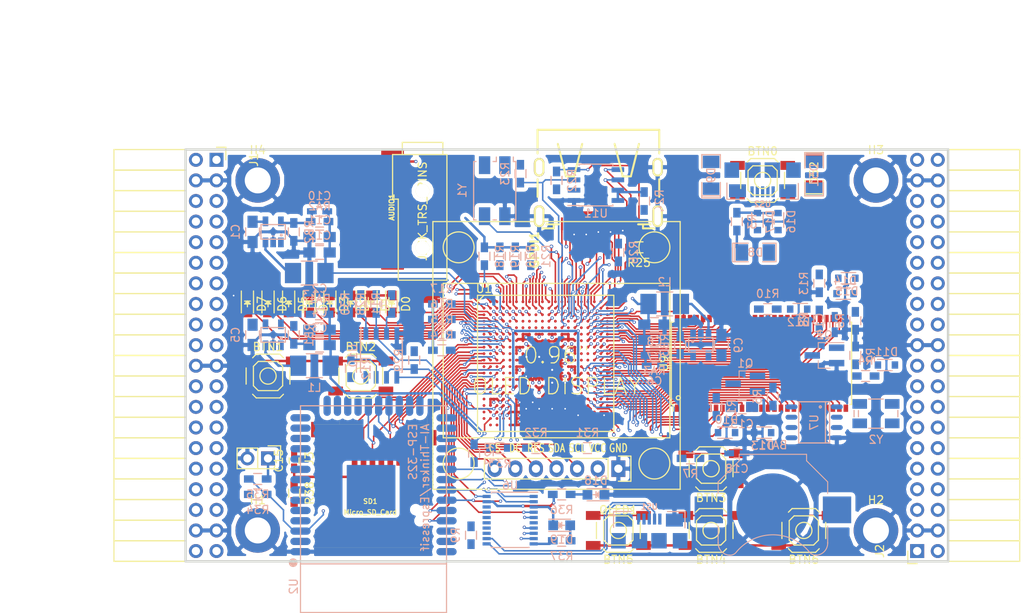
<source format=kicad_pcb>
(kicad_pcb (version 4) (host pcbnew 4.0.5+dfsg1-4)

  (general
    (links 576)
    (no_connects 164)
    (area 93.949999 61.269999 188.230001 112.370001)
    (thickness 1.6)
    (drawings 6)
    (tracks 2403)
    (zones 0)
    (modules 120)
    (nets 212)
  )

  (page A4)
  (layers
    (0 F.Cu signal)
    (1 In1.Cu signal)
    (2 In2.Cu signal)
    (31 B.Cu signal)
    (32 B.Adhes user)
    (33 F.Adhes user)
    (34 B.Paste user)
    (35 F.Paste user)
    (36 B.SilkS user)
    (37 F.SilkS user)
    (38 B.Mask user)
    (39 F.Mask user)
    (40 Dwgs.User user)
    (41 Cmts.User user)
    (42 Eco1.User user)
    (43 Eco2.User user)
    (44 Edge.Cuts user)
    (45 Margin user)
    (46 B.CrtYd user)
    (47 F.CrtYd user)
    (48 B.Fab user)
    (49 F.Fab user)
  )

  (setup
    (last_trace_width 0.3)
    (trace_clearance 0.127)
    (zone_clearance 0.127)
    (zone_45_only no)
    (trace_min 0.127)
    (segment_width 0.2)
    (edge_width 0.2)
    (via_size 0.4)
    (via_drill 0.2)
    (via_min_size 0.4)
    (via_min_drill 0.2)
    (uvia_size 0.3)
    (uvia_drill 0.1)
    (uvias_allowed no)
    (uvia_min_size 0.2)
    (uvia_min_drill 0.1)
    (pcb_text_width 0.3)
    (pcb_text_size 1.5 1.5)
    (mod_edge_width 0.15)
    (mod_text_size 1 1)
    (mod_text_width 0.15)
    (pad_size 1.524 1.524)
    (pad_drill 0.762)
    (pad_to_mask_clearance 0.2)
    (aux_axis_origin 82.67 62.69)
    (grid_origin 86.48 79.2)
    (visible_elements 7FFFFFFF)
    (pcbplotparams
      (layerselection 0x010f0_80000007)
      (usegerberextensions true)
      (excludeedgelayer true)
      (linewidth 0.100000)
      (plotframeref false)
      (viasonmask false)
      (mode 1)
      (useauxorigin false)
      (hpglpennumber 1)
      (hpglpenspeed 20)
      (hpglpendiameter 15)
      (hpglpenoverlay 2)
      (psnegative false)
      (psa4output false)
      (plotreference true)
      (plotvalue true)
      (plotinvisibletext false)
      (padsonsilk false)
      (subtractmaskfromsilk false)
      (outputformat 1)
      (mirror false)
      (drillshape 0)
      (scaleselection 1)
      (outputdirectory plot))
  )

  (net 0 "")
  (net 1 GND)
  (net 2 +5V)
  (net 3 /gpio/IN5V)
  (net 4 /gpio/OUT5V)
  (net 5 +3V3)
  (net 6 "Net-(L1-Pad1)")
  (net 7 "Net-(L2-Pad1)")
  (net 8 +1V2)
  (net 9 BTN_D)
  (net 10 BTN_F1)
  (net 11 BTN_F2)
  (net 12 BTN_L)
  (net 13 BTN_R)
  (net 14 BTN_U)
  (net 15 /power/FB1)
  (net 16 +2V5)
  (net 17 "Net-(L3-Pad1)")
  (net 18 /power/PWREN)
  (net 19 /power/FB3)
  (net 20 /power/FB2)
  (net 21 "Net-(D9-Pad1)")
  (net 22 /power/VBAT)
  (net 23 JTAG_TDI)
  (net 24 JTAG_TCK)
  (net 25 JTAG_TMS)
  (net 26 JTAG_TDO)
  (net 27 /power/WAKEUPn)
  (net 28 /power/WKUP)
  (net 29 /power/SHUT)
  (net 30 /power/WAKE)
  (net 31 /power/HOLD)
  (net 32 /power/WKn)
  (net 33 /power/OSCI_32k)
  (net 34 /power/OSCO_32k)
  (net 35 "Net-(Q2-Pad3)")
  (net 36 SHUTDOWN)
  (net 37 /analog/AUDIO_L)
  (net 38 /analog/AUDIO_R)
  (net 39 GPDI_5V_SCL)
  (net 40 GPDI_5V_SDA)
  (net 41 GPDI_SDA)
  (net 42 GPDI_SCL)
  (net 43 /gpdi/VREF2)
  (net 44 /blinkey/BTNPU)
  (net 45 SD_CMD)
  (net 46 SD_CLK)
  (net 47 SD_D0)
  (net 48 SD_D1)
  (net 49 USB5V)
  (net 50 "Net-(BTN0-Pad1)")
  (net 51 GPDI_CEC)
  (net 52 nRESET)
  (net 53 FTDI_nDTR)
  (net 54 SDRAM_CKE)
  (net 55 SDRAM_A7)
  (net 56 SDRAM_D15)
  (net 57 SDRAM_BA1)
  (net 58 SDRAM_D7)
  (net 59 SDRAM_A6)
  (net 60 SDRAM_CLK)
  (net 61 SDRAM_D13)
  (net 62 SDRAM_BA0)
  (net 63 SDRAM_D6)
  (net 64 SDRAM_A5)
  (net 65 SDRAM_D14)
  (net 66 SDRAM_A11)
  (net 67 SDRAM_D12)
  (net 68 SDRAM_D5)
  (net 69 SDRAM_A4)
  (net 70 SDRAM_A10)
  (net 71 SDRAM_D11)
  (net 72 SDRAM_A3)
  (net 73 SDRAM_D4)
  (net 74 SDRAM_D10)
  (net 75 SDRAM_D9)
  (net 76 SDRAM_A9)
  (net 77 SDRAM_D3)
  (net 78 SDRAM_D8)
  (net 79 SDRAM_A8)
  (net 80 SDRAM_A2)
  (net 81 SDRAM_A1)
  (net 82 SDRAM_A0)
  (net 83 SDRAM_D2)
  (net 84 SDRAM_D1)
  (net 85 SDRAM_D0)
  (net 86 SDRAM_DQM0)
  (net 87 SDRAM_nCS)
  (net 88 SDRAM_nRAS)
  (net 89 SDRAM_DQM1)
  (net 90 SDRAM_nCAS)
  (net 91 SDRAM_nWE)
  (net 92 /flash/FLASH_nWP)
  (net 93 /flash/FLASH_nHOLD)
  (net 94 /flash/FLASH_MOSI)
  (net 95 /flash/FLASH_MISO)
  (net 96 /flash/FLASH_SCK)
  (net 97 /flash/FLASH_nCS)
  (net 98 /flash/FPGA_PROGRAMN)
  (net 99 /flash/FPGA_DONE)
  (net 100 /flash/FPGA_INITN)
  (net 101 OLED_RES)
  (net 102 OLED_DC)
  (net 103 OLED_CS)
  (net 104 WIFI_EN)
  (net 105 FTDI_nRTS)
  (net 106 WIFI_GPIO2)
  (net 107 FTDI_TXD)
  (net 108 FTDI_RXD)
  (net 109 WIFI_RXD)
  (net 110 WIFI_GPIO0)
  (net 111 WIFI_TXD)
  (net 112 /gpdi/CLK_25MHz)
  (net 113 GPDI_ETH-)
  (net 114 GPDI_ETH+)
  (net 115 GPDI_D2+)
  (net 116 GPDI_D2-)
  (net 117 GPDI_D1+)
  (net 118 GPDI_D1-)
  (net 119 GPDI_D0+)
  (net 120 GPDI_D0-)
  (net 121 GPDI_CLK+)
  (net 122 GPDI_CLK-)
  (net 123 USB_FPGA_D+)
  (net 124 USB_FPGA_D-)
  (net 125 USB_FTDI_D+)
  (net 126 USB_FTDI_D-)
  (net 127 J1_17-)
  (net 128 J1_17+)
  (net 129 J1_23-)
  (net 130 J1_23+)
  (net 131 J1_25-)
  (net 132 J1_25+)
  (net 133 J1_27-)
  (net 134 J1_27+)
  (net 135 J1_29-)
  (net 136 J1_29+)
  (net 137 J1_31-)
  (net 138 J1_31+)
  (net 139 J1_33-)
  (net 140 J1_33+)
  (net 141 J1_35-)
  (net 142 J1_35+)
  (net 143 J2_5-)
  (net 144 J2_5+)
  (net 145 J2_7-)
  (net 146 J2_7+)
  (net 147 J2_9-)
  (net 148 J2_9+)
  (net 149 J2_13-)
  (net 150 J2_13+)
  (net 151 J2_17-)
  (net 152 J2_17+)
  (net 153 J2_11-)
  (net 154 J2_11+)
  (net 155 J2_23-)
  (net 156 J2_23+)
  (net 157 J1_5-)
  (net 158 J1_5+)
  (net 159 J1_7-)
  (net 160 J1_7+)
  (net 161 J1_9-)
  (net 162 J1_9+)
  (net 163 J1_11-)
  (net 164 J1_11+)
  (net 165 J1_13-)
  (net 166 J1_13+)
  (net 167 J1_15-)
  (net 168 J1_15+)
  (net 169 J2_15-)
  (net 170 J2_15+)
  (net 171 J2_25-)
  (net 172 J2_25+)
  (net 173 J2_27-)
  (net 174 J2_27+)
  (net 175 J2_29-)
  (net 176 J2_29+)
  (net 177 J2_31-)
  (net 178 J2_31+)
  (net 179 J2_33-)
  (net 180 J2_33+)
  (net 181 J2_35-)
  (net 182 J2_35+)
  (net 183 SD_D3)
  (net 184 AUDIO_L3)
  (net 185 AUDIO_L2)
  (net 186 AUDIO_L1)
  (net 187 AUDIO_L0)
  (net 188 AUDIO_R3)
  (net 189 AUDIO_R2)
  (net 190 AUDIO_R1)
  (net 191 AUDIO_R0)
  (net 192 OLED_CLK)
  (net 193 OLED_MOSI)
  (net 194 WIFI_GPIO15)
  (net 195 LED0)
  (net 196 LED1)
  (net 197 LED2)
  (net 198 LED3)
  (net 199 LED4)
  (net 200 LED5)
  (net 201 LED6)
  (net 202 LED7)
  (net 203 BTN_PWRn)
  (net 204 "Net-(J3-Pad1)")
  (net 205 FTDI_nTXLED)
  (net 206 FTDI_nSLEEP)
  (net 207 /blinkey/LED_PWREN)
  (net 208 /blinkey/LED_TXLED)
  (net 209 FT3V3)
  (net 210 /sdcard/SD3V3)
  (net 211 SD_D2)

  (net_class Default "This is the default net class."
    (clearance 0.127)
    (trace_width 0.3)
    (via_dia 0.4)
    (via_drill 0.2)
    (uvia_dia 0.3)
    (uvia_drill 0.1)
    (add_net +1V2)
    (add_net +2V5)
    (add_net +3V3)
    (add_net +5V)
    (add_net /analog/AUDIO_L)
    (add_net /analog/AUDIO_R)
    (add_net /blinkey/BTNPU)
    (add_net /blinkey/LED_PWREN)
    (add_net /blinkey/LED_TXLED)
    (add_net /gpdi/VREF2)
    (add_net /gpio/IN5V)
    (add_net /gpio/OUT5V)
    (add_net /power/FB1)
    (add_net /power/FB2)
    (add_net /power/FB3)
    (add_net /power/HOLD)
    (add_net /power/OSCI_32k)
    (add_net /power/OSCO_32k)
    (add_net /power/PWREN)
    (add_net /power/SHUT)
    (add_net /power/VBAT)
    (add_net /power/WAKE)
    (add_net /power/WAKEUPn)
    (add_net /power/WKUP)
    (add_net /power/WKn)
    (add_net /sdcard/SD3V3)
    (add_net FT3V3)
    (add_net GND)
    (add_net "Net-(BTN0-Pad1)")
    (add_net "Net-(D9-Pad1)")
    (add_net "Net-(J3-Pad1)")
    (add_net "Net-(L1-Pad1)")
    (add_net "Net-(L2-Pad1)")
    (add_net "Net-(L3-Pad1)")
    (add_net "Net-(Q2-Pad3)")
    (add_net USB5V)
  )

  (net_class BGA ""
    (clearance 0.127)
    (trace_width 0.19)
    (via_dia 0.4)
    (via_drill 0.2)
    (uvia_dia 0.3)
    (uvia_drill 0.1)
    (add_net /flash/FLASH_MISO)
    (add_net /flash/FLASH_MOSI)
    (add_net /flash/FLASH_SCK)
    (add_net /flash/FLASH_nCS)
    (add_net /flash/FLASH_nHOLD)
    (add_net /flash/FLASH_nWP)
    (add_net /flash/FPGA_DONE)
    (add_net /flash/FPGA_INITN)
    (add_net /flash/FPGA_PROGRAMN)
    (add_net /gpdi/CLK_25MHz)
    (add_net AUDIO_L0)
    (add_net AUDIO_L1)
    (add_net AUDIO_L2)
    (add_net AUDIO_L3)
    (add_net AUDIO_R0)
    (add_net AUDIO_R1)
    (add_net AUDIO_R2)
    (add_net AUDIO_R3)
    (add_net BTN_D)
    (add_net BTN_F1)
    (add_net BTN_F2)
    (add_net BTN_L)
    (add_net BTN_PWRn)
    (add_net BTN_R)
    (add_net BTN_U)
    (add_net FTDI_RXD)
    (add_net FTDI_TXD)
    (add_net FTDI_nDTR)
    (add_net FTDI_nRTS)
    (add_net FTDI_nSLEEP)
    (add_net FTDI_nTXLED)
    (add_net GPDI_5V_SCL)
    (add_net GPDI_5V_SDA)
    (add_net GPDI_CEC)
    (add_net GPDI_CLK+)
    (add_net GPDI_CLK-)
    (add_net GPDI_D0+)
    (add_net GPDI_D0-)
    (add_net GPDI_D1+)
    (add_net GPDI_D1-)
    (add_net GPDI_D2+)
    (add_net GPDI_D2-)
    (add_net GPDI_ETH+)
    (add_net GPDI_ETH-)
    (add_net GPDI_SCL)
    (add_net GPDI_SDA)
    (add_net J1_11+)
    (add_net J1_11-)
    (add_net J1_13+)
    (add_net J1_13-)
    (add_net J1_15+)
    (add_net J1_15-)
    (add_net J1_17+)
    (add_net J1_17-)
    (add_net J1_23+)
    (add_net J1_23-)
    (add_net J1_25+)
    (add_net J1_25-)
    (add_net J1_27+)
    (add_net J1_27-)
    (add_net J1_29+)
    (add_net J1_29-)
    (add_net J1_31+)
    (add_net J1_31-)
    (add_net J1_33+)
    (add_net J1_33-)
    (add_net J1_35+)
    (add_net J1_35-)
    (add_net J1_5+)
    (add_net J1_5-)
    (add_net J1_7+)
    (add_net J1_7-)
    (add_net J1_9+)
    (add_net J1_9-)
    (add_net J2_11+)
    (add_net J2_11-)
    (add_net J2_13+)
    (add_net J2_13-)
    (add_net J2_15+)
    (add_net J2_15-)
    (add_net J2_17+)
    (add_net J2_17-)
    (add_net J2_23+)
    (add_net J2_23-)
    (add_net J2_25+)
    (add_net J2_25-)
    (add_net J2_27+)
    (add_net J2_27-)
    (add_net J2_29+)
    (add_net J2_29-)
    (add_net J2_31+)
    (add_net J2_31-)
    (add_net J2_33+)
    (add_net J2_33-)
    (add_net J2_35+)
    (add_net J2_35-)
    (add_net J2_5+)
    (add_net J2_5-)
    (add_net J2_7+)
    (add_net J2_7-)
    (add_net J2_9+)
    (add_net J2_9-)
    (add_net JTAG_TCK)
    (add_net JTAG_TDI)
    (add_net JTAG_TDO)
    (add_net JTAG_TMS)
    (add_net LED0)
    (add_net LED1)
    (add_net LED2)
    (add_net LED3)
    (add_net LED4)
    (add_net LED5)
    (add_net LED6)
    (add_net LED7)
    (add_net OLED_CLK)
    (add_net OLED_CS)
    (add_net OLED_DC)
    (add_net OLED_MOSI)
    (add_net OLED_RES)
    (add_net SDRAM_A0)
    (add_net SDRAM_A1)
    (add_net SDRAM_A10)
    (add_net SDRAM_A11)
    (add_net SDRAM_A2)
    (add_net SDRAM_A3)
    (add_net SDRAM_A4)
    (add_net SDRAM_A5)
    (add_net SDRAM_A6)
    (add_net SDRAM_A7)
    (add_net SDRAM_A8)
    (add_net SDRAM_A9)
    (add_net SDRAM_BA0)
    (add_net SDRAM_BA1)
    (add_net SDRAM_CKE)
    (add_net SDRAM_CLK)
    (add_net SDRAM_D0)
    (add_net SDRAM_D1)
    (add_net SDRAM_D10)
    (add_net SDRAM_D11)
    (add_net SDRAM_D12)
    (add_net SDRAM_D13)
    (add_net SDRAM_D14)
    (add_net SDRAM_D15)
    (add_net SDRAM_D2)
    (add_net SDRAM_D3)
    (add_net SDRAM_D4)
    (add_net SDRAM_D5)
    (add_net SDRAM_D6)
    (add_net SDRAM_D7)
    (add_net SDRAM_D8)
    (add_net SDRAM_D9)
    (add_net SDRAM_DQM0)
    (add_net SDRAM_DQM1)
    (add_net SDRAM_nCAS)
    (add_net SDRAM_nCS)
    (add_net SDRAM_nRAS)
    (add_net SDRAM_nWE)
    (add_net SD_CLK)
    (add_net SD_CMD)
    (add_net SD_D0)
    (add_net SD_D1)
    (add_net SD_D2)
    (add_net SD_D3)
    (add_net SHUTDOWN)
    (add_net USB_FPGA_D+)
    (add_net USB_FPGA_D-)
    (add_net USB_FTDI_D+)
    (add_net USB_FTDI_D-)
    (add_net WIFI_EN)
    (add_net WIFI_GPIO0)
    (add_net WIFI_GPIO15)
    (add_net WIFI_GPIO2)
    (add_net WIFI_RXD)
    (add_net WIFI_TXD)
    (add_net nRESET)
  )

  (net_class Minimal ""
    (clearance 0.127)
    (trace_width 0.127)
    (via_dia 0.4)
    (via_drill 0.2)
    (uvia_dia 0.3)
    (uvia_drill 0.1)
  )

  (module lfe5bg381:BGA-381_pitch0.8mm_dia0.4mm (layer F.Cu) (tedit 58D8FE92) (tstamp 58D8D57E)
    (at 138.48 87.8)
    (path /56AC389C/58F23D91)
    (attr smd)
    (fp_text reference U1 (at -7.6 -9.2) (layer F.SilkS)
      (effects (font (size 1 1) (thickness 0.15)))
    )
    (fp_text value LFE5U-25F-6BG381C (at 2 -9.2) (layer F.Fab)
      (effects (font (size 1 1) (thickness 0.15)))
    )
    (fp_line (start -8.4 8.4) (end 8.4 8.4) (layer F.SilkS) (width 0.15))
    (fp_line (start 8.4 8.4) (end 8.4 -8.4) (layer F.SilkS) (width 0.15))
    (fp_line (start 8.4 -8.4) (end -8.4 -8.4) (layer F.SilkS) (width 0.15))
    (fp_line (start -8.4 -8.4) (end -8.4 8.4) (layer F.SilkS) (width 0.15))
    (fp_line (start -7.6 -8.4) (end -8.4 -7.6) (layer F.SilkS) (width 0.15))
    (pad A2 smd circle (at -6.8 -7.6) (size 0.35 0.35) (layers F.Cu F.Paste F.Mask)
      (net 134 J1_27+) (solder_mask_margin 0.04))
    (pad A3 smd circle (at -6 -7.6) (size 0.35 0.35) (layers F.Cu F.Paste F.Mask)
      (net 188 AUDIO_R3) (solder_mask_margin 0.04))
    (pad A4 smd circle (at -5.2 -7.6) (size 0.35 0.35) (layers F.Cu F.Paste F.Mask)
      (net 132 J1_25+) (solder_mask_margin 0.04))
    (pad A5 smd circle (at -4.4 -7.6) (size 0.35 0.35) (layers F.Cu F.Paste F.Mask)
      (net 131 J1_25-) (solder_mask_margin 0.04))
    (pad A6 smd circle (at -3.6 -7.6) (size 0.35 0.35) (layers F.Cu F.Paste F.Mask)
      (net 130 J1_23+) (solder_mask_margin 0.04))
    (pad A7 smd circle (at -2.8 -7.6) (size 0.35 0.35) (layers F.Cu F.Paste F.Mask)
      (net 166 J1_13+) (solder_mask_margin 0.04))
    (pad A8 smd circle (at -2 -7.6) (size 0.35 0.35) (layers F.Cu F.Paste F.Mask)
      (net 165 J1_13-) (solder_mask_margin 0.04))
    (pad A9 smd circle (at -1.2 -7.6) (size 0.35 0.35) (layers F.Cu F.Paste F.Mask)
      (net 161 J1_9-) (solder_mask_margin 0.04))
    (pad A10 smd circle (at -0.4 -7.6) (size 0.35 0.35) (layers F.Cu F.Paste F.Mask)
      (net 160 J1_7+) (solder_mask_margin 0.04))
    (pad A11 smd circle (at 0.4 -7.6) (size 0.35 0.35) (layers F.Cu F.Paste F.Mask)
      (net 159 J1_7-) (solder_mask_margin 0.04))
    (pad A12 smd circle (at 1.2 -7.6) (size 0.35 0.35) (layers F.Cu F.Paste F.Mask)
      (net 114 GPDI_ETH+) (solder_mask_margin 0.04))
    (pad A13 smd circle (at 2 -7.6) (size 0.35 0.35) (layers F.Cu F.Paste F.Mask)
      (net 113 GPDI_ETH-) (solder_mask_margin 0.04))
    (pad A14 smd circle (at 2.8 -7.6) (size 0.35 0.35) (layers F.Cu F.Paste F.Mask)
      (net 115 GPDI_D2+) (solder_mask_margin 0.04))
    (pad A15 smd circle (at 3.6 -7.6) (size 0.35 0.35) (layers F.Cu F.Paste F.Mask)
      (solder_mask_margin 0.04))
    (pad A16 smd circle (at 4.4 -7.6) (size 0.35 0.35) (layers F.Cu F.Paste F.Mask)
      (net 117 GPDI_D1+) (solder_mask_margin 0.04))
    (pad A17 smd circle (at 5.2 -7.6) (size 0.35 0.35) (layers F.Cu F.Paste F.Mask)
      (net 119 GPDI_D0+) (solder_mask_margin 0.04))
    (pad A18 smd circle (at 6 -7.6) (size 0.35 0.35) (layers F.Cu F.Paste F.Mask)
      (net 121 GPDI_CLK+) (solder_mask_margin 0.04))
    (pad A19 smd circle (at 6.8 -7.6) (size 0.35 0.35) (layers F.Cu F.Paste F.Mask)
      (net 51 GPDI_CEC) (solder_mask_margin 0.04))
    (pad B1 smd circle (at -7.6 -6.8) (size 0.35 0.35) (layers F.Cu F.Paste F.Mask)
      (net 133 J1_27-) (solder_mask_margin 0.04))
    (pad B2 smd circle (at -6.8 -6.8) (size 0.35 0.35) (layers F.Cu F.Paste F.Mask)
      (net 195 LED0) (solder_mask_margin 0.04))
    (pad B3 smd circle (at -6 -6.8) (size 0.35 0.35) (layers F.Cu F.Paste F.Mask)
      (net 187 AUDIO_L0) (solder_mask_margin 0.04))
    (pad B4 smd circle (at -5.2 -6.8) (size 0.35 0.35) (layers F.Cu F.Paste F.Mask)
      (net 135 J1_29-) (solder_mask_margin 0.04))
    (pad B5 smd circle (at -4.4 -6.8) (size 0.35 0.35) (layers F.Cu F.Paste F.Mask)
      (net 189 AUDIO_R2) (solder_mask_margin 0.04))
    (pad B6 smd circle (at -3.6 -6.8) (size 0.35 0.35) (layers F.Cu F.Paste F.Mask)
      (net 129 J1_23-) (solder_mask_margin 0.04))
    (pad B7 smd circle (at -2.8 -6.8) (size 0.35 0.35) (layers F.Cu F.Paste F.Mask)
      (net 1 GND) (solder_mask_margin 0.04))
    (pad B8 smd circle (at -2 -6.8) (size 0.35 0.35) (layers F.Cu F.Paste F.Mask)
      (net 167 J1_15-) (solder_mask_margin 0.04))
    (pad B9 smd circle (at -1.2 -6.8) (size 0.35 0.35) (layers F.Cu F.Paste F.Mask)
      (net 164 J1_11+) (solder_mask_margin 0.04))
    (pad B10 smd circle (at -0.4 -6.8) (size 0.35 0.35) (layers F.Cu F.Paste F.Mask)
      (net 162 J1_9+) (solder_mask_margin 0.04))
    (pad B11 smd circle (at 0.4 -6.8) (size 0.35 0.35) (layers F.Cu F.Paste F.Mask)
      (net 158 J1_5+) (solder_mask_margin 0.04))
    (pad B12 smd circle (at 1.2 -6.8) (size 0.35 0.35) (layers F.Cu F.Paste F.Mask)
      (net 112 /gpdi/CLK_25MHz) (solder_mask_margin 0.04))
    (pad B13 smd circle (at 2 -6.8) (size 0.35 0.35) (layers F.Cu F.Paste F.Mask)
      (net 180 J2_33+) (solder_mask_margin 0.04))
    (pad B14 smd circle (at 2.8 -6.8) (size 0.35 0.35) (layers F.Cu F.Paste F.Mask)
      (net 1 GND) (solder_mask_margin 0.04))
    (pad B15 smd circle (at 3.6 -6.8) (size 0.35 0.35) (layers F.Cu F.Paste F.Mask)
      (net 178 J2_31+) (solder_mask_margin 0.04))
    (pad B16 smd circle (at 4.4 -6.8) (size 0.35 0.35) (layers F.Cu F.Paste F.Mask)
      (net 118 GPDI_D1-) (solder_mask_margin 0.04))
    (pad B17 smd circle (at 5.2 -6.8) (size 0.35 0.35) (layers F.Cu F.Paste F.Mask)
      (net 174 J2_27+) (solder_mask_margin 0.04))
    (pad B18 smd circle (at 6 -6.8) (size 0.35 0.35) (layers F.Cu F.Paste F.Mask)
      (net 120 GPDI_D0-) (solder_mask_margin 0.04))
    (pad B19 smd circle (at 6.8 -6.8) (size 0.35 0.35) (layers F.Cu F.Paste F.Mask)
      (net 122 GPDI_CLK-) (solder_mask_margin 0.04))
    (pad B20 smd circle (at 7.6 -6.8) (size 0.35 0.35) (layers F.Cu F.Paste F.Mask)
      (net 41 GPDI_SDA) (solder_mask_margin 0.04))
    (pad C1 smd circle (at -7.6 -6) (size 0.35 0.35) (layers F.Cu F.Paste F.Mask)
      (net 197 LED2) (solder_mask_margin 0.04))
    (pad C2 smd circle (at -6.8 -6) (size 0.35 0.35) (layers F.Cu F.Paste F.Mask)
      (net 196 LED1) (solder_mask_margin 0.04))
    (pad C3 smd circle (at -6 -6) (size 0.35 0.35) (layers F.Cu F.Paste F.Mask)
      (net 185 AUDIO_L2) (solder_mask_margin 0.04))
    (pad C4 smd circle (at -5.2 -6) (size 0.35 0.35) (layers F.Cu F.Paste F.Mask)
      (net 136 J1_29+) (solder_mask_margin 0.04))
    (pad C5 smd circle (at -4.4 -6) (size 0.35 0.35) (layers F.Cu F.Paste F.Mask)
      (net 190 AUDIO_R1) (solder_mask_margin 0.04))
    (pad C6 smd circle (at -3.6 -6) (size 0.35 0.35) (layers F.Cu F.Paste F.Mask)
      (net 128 J1_17+) (solder_mask_margin 0.04))
    (pad C7 smd circle (at -2.8 -6) (size 0.35 0.35) (layers F.Cu F.Paste F.Mask)
      (net 127 J1_17-) (solder_mask_margin 0.04))
    (pad C8 smd circle (at -2 -6) (size 0.35 0.35) (layers F.Cu F.Paste F.Mask)
      (net 168 J1_15+) (solder_mask_margin 0.04))
    (pad C9 smd circle (at -1.2 -6) (size 0.35 0.35) (layers F.Cu F.Paste F.Mask)
      (solder_mask_margin 0.04))
    (pad C10 smd circle (at -0.4 -6) (size 0.35 0.35) (layers F.Cu F.Paste F.Mask)
      (net 163 J1_11-) (solder_mask_margin 0.04))
    (pad C11 smd circle (at 0.4 -6) (size 0.35 0.35) (layers F.Cu F.Paste F.Mask)
      (net 157 J1_5-) (solder_mask_margin 0.04))
    (pad C12 smd circle (at 1.2 -6) (size 0.35 0.35) (layers F.Cu F.Paste F.Mask)
      (net 42 GPDI_SCL) (solder_mask_margin 0.04))
    (pad C13 smd circle (at 2 -6) (size 0.35 0.35) (layers F.Cu F.Paste F.Mask)
      (net 179 J2_33-) (solder_mask_margin 0.04))
    (pad C14 smd circle (at 2.8 -6) (size 0.35 0.35) (layers F.Cu F.Paste F.Mask)
      (net 116 GPDI_D2-) (solder_mask_margin 0.04))
    (pad C15 smd circle (at 3.6 -6) (size 0.35 0.35) (layers F.Cu F.Paste F.Mask)
      (net 177 J2_31-) (solder_mask_margin 0.04))
    (pad C16 smd circle (at 4.4 -6) (size 0.35 0.35) (layers F.Cu F.Paste F.Mask)
      (net 176 J2_29+) (solder_mask_margin 0.04))
    (pad C17 smd circle (at 5.2 -6) (size 0.35 0.35) (layers F.Cu F.Paste F.Mask)
      (net 173 J2_27-) (solder_mask_margin 0.04))
    (pad C18 smd circle (at 6 -6) (size 0.35 0.35) (layers F.Cu F.Paste F.Mask)
      (net 156 J2_23+) (solder_mask_margin 0.04))
    (pad C19 smd circle (at 6.8 -6) (size 0.35 0.35) (layers F.Cu F.Paste F.Mask)
      (net 1 GND) (solder_mask_margin 0.04))
    (pad C20 smd circle (at 7.6 -6) (size 0.35 0.35) (layers F.Cu F.Paste F.Mask)
      (net 56 SDRAM_D15) (solder_mask_margin 0.04))
    (pad D1 smd circle (at -7.6 -5.2) (size 0.35 0.35) (layers F.Cu F.Paste F.Mask)
      (net 199 LED4) (solder_mask_margin 0.04))
    (pad D2 smd circle (at -6.8 -5.2) (size 0.35 0.35) (layers F.Cu F.Paste F.Mask)
      (net 198 LED3) (solder_mask_margin 0.04))
    (pad D3 smd circle (at -6 -5.2) (size 0.35 0.35) (layers F.Cu F.Paste F.Mask)
      (net 186 AUDIO_L1) (solder_mask_margin 0.04))
    (pad D4 smd circle (at -5.2 -5.2) (size 0.35 0.35) (layers F.Cu F.Paste F.Mask)
      (net 1 GND) (solder_mask_margin 0.04))
    (pad D5 smd circle (at -4.4 -5.2) (size 0.35 0.35) (layers F.Cu F.Paste F.Mask)
      (solder_mask_margin 0.04))
    (pad D6 smd circle (at -3.6 -5.2) (size 0.35 0.35) (layers F.Cu F.Paste F.Mask)
      (net 203 BTN_PWRn) (solder_mask_margin 0.04))
    (pad D7 smd circle (at -2.8 -5.2) (size 0.35 0.35) (layers F.Cu F.Paste F.Mask)
      (solder_mask_margin 0.04))
    (pad D8 smd circle (at -2 -5.2) (size 0.35 0.35) (layers F.Cu F.Paste F.Mask)
      (solder_mask_margin 0.04))
    (pad D9 smd circle (at -1.2 -5.2) (size 0.35 0.35) (layers F.Cu F.Paste F.Mask)
      (solder_mask_margin 0.04))
    (pad D10 smd circle (at -0.4 -5.2) (size 0.35 0.35) (layers F.Cu F.Paste F.Mask)
      (solder_mask_margin 0.04))
    (pad D11 smd circle (at 0.4 -5.2) (size 0.35 0.35) (layers F.Cu F.Paste F.Mask)
      (net 14 BTN_U) (solder_mask_margin 0.04))
    (pad D12 smd circle (at 1.2 -5.2) (size 0.35 0.35) (layers F.Cu F.Paste F.Mask)
      (solder_mask_margin 0.04))
    (pad D13 smd circle (at 2 -5.2) (size 0.35 0.35) (layers F.Cu F.Paste F.Mask)
      (net 182 J2_35+) (solder_mask_margin 0.04))
    (pad D14 smd circle (at 2.8 -5.2) (size 0.35 0.35) (layers F.Cu F.Paste F.Mask)
      (solder_mask_margin 0.04))
    (pad D15 smd circle (at 3.6 -5.2) (size 0.35 0.35) (layers F.Cu F.Paste F.Mask)
      (net 172 J2_25+) (solder_mask_margin 0.04))
    (pad D16 smd circle (at 4.4 -5.2) (size 0.35 0.35) (layers F.Cu F.Paste F.Mask)
      (net 175 J2_29-) (solder_mask_margin 0.04))
    (pad D17 smd circle (at 5.2 -5.2) (size 0.35 0.35) (layers F.Cu F.Paste F.Mask)
      (net 155 J2_23-) (solder_mask_margin 0.04))
    (pad D18 smd circle (at 6 -5.2) (size 0.35 0.35) (layers F.Cu F.Paste F.Mask)
      (net 152 J2_17+) (solder_mask_margin 0.04))
    (pad D19 smd circle (at 6.8 -5.2) (size 0.35 0.35) (layers F.Cu F.Paste F.Mask)
      (net 65 SDRAM_D14) (solder_mask_margin 0.04))
    (pad D20 smd circle (at 7.6 -5.2) (size 0.35 0.35) (layers F.Cu F.Paste F.Mask)
      (net 61 SDRAM_D13) (solder_mask_margin 0.04))
    (pad E1 smd circle (at -7.6 -4.4) (size 0.35 0.35) (layers F.Cu F.Paste F.Mask)
      (net 201 LED6) (solder_mask_margin 0.04))
    (pad E2 smd circle (at -6.8 -4.4) (size 0.35 0.35) (layers F.Cu F.Paste F.Mask)
      (net 200 LED5) (solder_mask_margin 0.04))
    (pad E3 smd circle (at -6 -4.4) (size 0.35 0.35) (layers F.Cu F.Paste F.Mask)
      (net 137 J1_31-) (solder_mask_margin 0.04))
    (pad E4 smd circle (at -5.2 -4.4) (size 0.35 0.35) (layers F.Cu F.Paste F.Mask)
      (solder_mask_margin 0.04))
    (pad E5 smd circle (at -4.4 -4.4) (size 0.35 0.35) (layers F.Cu F.Paste F.Mask)
      (net 184 AUDIO_L3) (solder_mask_margin 0.04))
    (pad E6 smd circle (at -3.6 -4.4) (size 0.35 0.35) (layers F.Cu F.Paste F.Mask)
      (solder_mask_margin 0.04))
    (pad E7 smd circle (at -2.8 -4.4) (size 0.35 0.35) (layers F.Cu F.Paste F.Mask)
      (solder_mask_margin 0.04))
    (pad E8 smd circle (at -2 -4.4) (size 0.35 0.35) (layers F.Cu F.Paste F.Mask)
      (solder_mask_margin 0.04))
    (pad E9 smd circle (at -1.2 -4.4) (size 0.35 0.35) (layers F.Cu F.Paste F.Mask)
      (solder_mask_margin 0.04))
    (pad E10 smd circle (at -0.4 -4.4) (size 0.35 0.35) (layers F.Cu F.Paste F.Mask)
      (solder_mask_margin 0.04))
    (pad E11 smd circle (at 0.4 -4.4) (size 0.35 0.35) (layers F.Cu F.Paste F.Mask)
      (solder_mask_margin 0.04))
    (pad E12 smd circle (at 1.2 -4.4) (size 0.35 0.35) (layers F.Cu F.Paste F.Mask)
      (solder_mask_margin 0.04))
    (pad E13 smd circle (at 2 -4.4) (size 0.35 0.35) (layers F.Cu F.Paste F.Mask)
      (net 181 J2_35-) (solder_mask_margin 0.04))
    (pad E14 smd circle (at 2.8 -4.4) (size 0.35 0.35) (layers F.Cu F.Paste F.Mask)
      (solder_mask_margin 0.04))
    (pad E15 smd circle (at 3.6 -4.4) (size 0.35 0.35) (layers F.Cu F.Paste F.Mask)
      (net 171 J2_25-) (solder_mask_margin 0.04))
    (pad E16 smd circle (at 4.4 -4.4) (size 0.35 0.35) (layers F.Cu F.Paste F.Mask)
      (solder_mask_margin 0.04))
    (pad E17 smd circle (at 5.2 -4.4) (size 0.35 0.35) (layers F.Cu F.Paste F.Mask)
      (net 151 J2_17-) (solder_mask_margin 0.04))
    (pad E18 smd circle (at 6 -4.4) (size 0.35 0.35) (layers F.Cu F.Paste F.Mask)
      (net 73 SDRAM_D4) (solder_mask_margin 0.04))
    (pad E19 smd circle (at 6.8 -4.4) (size 0.35 0.35) (layers F.Cu F.Paste F.Mask)
      (net 67 SDRAM_D12) (solder_mask_margin 0.04))
    (pad E20 smd circle (at 7.6 -4.4) (size 0.35 0.35) (layers F.Cu F.Paste F.Mask)
      (net 71 SDRAM_D11) (solder_mask_margin 0.04))
    (pad F1 smd circle (at -7.6 -3.6) (size 0.35 0.35) (layers F.Cu F.Paste F.Mask)
      (solder_mask_margin 0.04))
    (pad F2 smd circle (at -6.8 -3.6) (size 0.35 0.35) (layers F.Cu F.Paste F.Mask)
      (net 202 LED7) (solder_mask_margin 0.04))
    (pad F3 smd circle (at -6 -3.6) (size 0.35 0.35) (layers F.Cu F.Paste F.Mask)
      (net 139 J1_33-) (solder_mask_margin 0.04))
    (pad F4 smd circle (at -5.2 -3.6) (size 0.35 0.35) (layers F.Cu F.Paste F.Mask)
      (net 138 J1_31+) (solder_mask_margin 0.04))
    (pad F5 smd circle (at -4.4 -3.6) (size 0.35 0.35) (layers F.Cu F.Paste F.Mask)
      (net 191 AUDIO_R0) (solder_mask_margin 0.04))
    (pad F6 smd circle (at -3.6 -3.6) (size 0.35 0.35) (layers F.Cu F.Paste F.Mask)
      (net 16 +2V5) (solder_mask_margin 0.04))
    (pad F7 smd circle (at -2.8 -3.6) (size 0.35 0.35) (layers F.Cu F.Paste F.Mask)
      (net 1 GND) (solder_mask_margin 0.04))
    (pad F8 smd circle (at -2 -3.6) (size 0.35 0.35) (layers F.Cu F.Paste F.Mask)
      (net 1 GND) (solder_mask_margin 0.04))
    (pad F9 smd circle (at -1.2 -3.6) (size 0.35 0.35) (layers F.Cu F.Paste F.Mask)
      (net 5 +3V3) (solder_mask_margin 0.04))
    (pad F10 smd circle (at -0.4 -3.6) (size 0.35 0.35) (layers F.Cu F.Paste F.Mask)
      (net 5 +3V3) (solder_mask_margin 0.04))
    (pad F11 smd circle (at 0.4 -3.6) (size 0.35 0.35) (layers F.Cu F.Paste F.Mask)
      (net 5 +3V3) (solder_mask_margin 0.04))
    (pad F12 smd circle (at 1.2 -3.6) (size 0.35 0.35) (layers F.Cu F.Paste F.Mask)
      (net 5 +3V3) (solder_mask_margin 0.04))
    (pad F13 smd circle (at 2 -3.6) (size 0.35 0.35) (layers F.Cu F.Paste F.Mask)
      (net 1 GND) (solder_mask_margin 0.04))
    (pad F14 smd circle (at 2.8 -3.6) (size 0.35 0.35) (layers F.Cu F.Paste F.Mask)
      (net 1 GND) (solder_mask_margin 0.04))
    (pad F15 smd circle (at 3.6 -3.6) (size 0.35 0.35) (layers F.Cu F.Paste F.Mask)
      (net 16 +2V5) (solder_mask_margin 0.04))
    (pad F16 smd circle (at 4.4 -3.6) (size 0.35 0.35) (layers F.Cu F.Paste F.Mask)
      (solder_mask_margin 0.04))
    (pad F17 smd circle (at 5.2 -3.6) (size 0.35 0.35) (layers F.Cu F.Paste F.Mask)
      (net 170 J2_15+) (solder_mask_margin 0.04))
    (pad F18 smd circle (at 6 -3.6) (size 0.35 0.35) (layers F.Cu F.Paste F.Mask)
      (net 68 SDRAM_D5) (solder_mask_margin 0.04))
    (pad F19 smd circle (at 6.8 -3.6) (size 0.35 0.35) (layers F.Cu F.Paste F.Mask)
      (net 74 SDRAM_D10) (solder_mask_margin 0.04))
    (pad F20 smd circle (at 7.6 -3.6) (size 0.35 0.35) (layers F.Cu F.Paste F.Mask)
      (net 75 SDRAM_D9) (solder_mask_margin 0.04))
    (pad G1 smd circle (at -7.6 -2.8) (size 0.35 0.35) (layers F.Cu F.Paste F.Mask)
      (solder_mask_margin 0.04))
    (pad G2 smd circle (at -6.8 -2.8) (size 0.35 0.35) (layers F.Cu F.Paste F.Mask)
      (net 104 WIFI_EN) (solder_mask_margin 0.04))
    (pad G3 smd circle (at -6 -2.8) (size 0.35 0.35) (layers F.Cu F.Paste F.Mask)
      (net 140 J1_33+) (solder_mask_margin 0.04))
    (pad G4 smd circle (at -5.2 -2.8) (size 0.35 0.35) (layers F.Cu F.Paste F.Mask)
      (net 1 GND) (solder_mask_margin 0.04))
    (pad G5 smd circle (at -4.4 -2.8) (size 0.35 0.35) (layers F.Cu F.Paste F.Mask)
      (net 141 J1_35-) (solder_mask_margin 0.04))
    (pad G6 smd circle (at -3.6 -2.8) (size 0.35 0.35) (layers F.Cu F.Paste F.Mask)
      (net 1 GND) (solder_mask_margin 0.04))
    (pad G7 smd circle (at -2.8 -2.8) (size 0.35 0.35) (layers F.Cu F.Paste F.Mask)
      (net 1 GND) (solder_mask_margin 0.04))
    (pad G8 smd circle (at -2 -2.8) (size 0.35 0.35) (layers F.Cu F.Paste F.Mask)
      (net 1 GND) (solder_mask_margin 0.04))
    (pad G9 smd circle (at -1.2 -2.8) (size 0.35 0.35) (layers F.Cu F.Paste F.Mask)
      (net 1 GND) (solder_mask_margin 0.04))
    (pad G10 smd circle (at -0.4 -2.8) (size 0.35 0.35) (layers F.Cu F.Paste F.Mask)
      (net 1 GND) (solder_mask_margin 0.04))
    (pad G11 smd circle (at 0.4 -2.8) (size 0.35 0.35) (layers F.Cu F.Paste F.Mask)
      (net 1 GND) (solder_mask_margin 0.04))
    (pad G12 smd circle (at 1.2 -2.8) (size 0.35 0.35) (layers F.Cu F.Paste F.Mask)
      (net 1 GND) (solder_mask_margin 0.04))
    (pad G13 smd circle (at 2 -2.8) (size 0.35 0.35) (layers F.Cu F.Paste F.Mask)
      (net 1 GND) (solder_mask_margin 0.04))
    (pad G14 smd circle (at 2.8 -2.8) (size 0.35 0.35) (layers F.Cu F.Paste F.Mask)
      (net 1 GND) (solder_mask_margin 0.04))
    (pad G15 smd circle (at 3.6 -2.8) (size 0.35 0.35) (layers F.Cu F.Paste F.Mask)
      (net 1 GND) (solder_mask_margin 0.04))
    (pad G16 smd circle (at 4.4 -2.8) (size 0.35 0.35) (layers F.Cu F.Paste F.Mask)
      (solder_mask_margin 0.04))
    (pad G17 smd circle (at 5.2 -2.8) (size 0.35 0.35) (layers F.Cu F.Paste F.Mask)
      (net 1 GND) (solder_mask_margin 0.04))
    (pad G18 smd circle (at 6 -2.8) (size 0.35 0.35) (layers F.Cu F.Paste F.Mask)
      (net 169 J2_15-) (solder_mask_margin 0.04))
    (pad G19 smd circle (at 6.8 -2.8) (size 0.35 0.35) (layers F.Cu F.Paste F.Mask)
      (net 78 SDRAM_D8) (solder_mask_margin 0.04))
    (pad G20 smd circle (at 7.6 -2.8) (size 0.35 0.35) (layers F.Cu F.Paste F.Mask)
      (net 89 SDRAM_DQM1) (solder_mask_margin 0.04))
    (pad H1 smd circle (at -7.6 -2) (size 0.35 0.35) (layers F.Cu F.Paste F.Mask)
      (net 183 SD_D3) (solder_mask_margin 0.04))
    (pad H2 smd circle (at -6.8 -2) (size 0.35 0.35) (layers F.Cu F.Paste F.Mask)
      (net 211 SD_D2) (solder_mask_margin 0.04))
    (pad H3 smd circle (at -6 -2) (size 0.35 0.35) (layers F.Cu F.Paste F.Mask)
      (solder_mask_margin 0.04))
    (pad H4 smd circle (at -5.2 -2) (size 0.35 0.35) (layers F.Cu F.Paste F.Mask)
      (net 142 J1_35+) (solder_mask_margin 0.04))
    (pad H5 smd circle (at -4.4 -2) (size 0.35 0.35) (layers F.Cu F.Paste F.Mask)
      (solder_mask_margin 0.04))
    (pad H6 smd circle (at -3.6 -2) (size 0.35 0.35) (layers F.Cu F.Paste F.Mask)
      (net 5 +3V3) (solder_mask_margin 0.04))
    (pad H7 smd circle (at -2.8 -2) (size 0.35 0.35) (layers F.Cu F.Paste F.Mask)
      (net 5 +3V3) (solder_mask_margin 0.04))
    (pad H8 smd circle (at -2 -2) (size 0.35 0.35) (layers F.Cu F.Paste F.Mask)
      (net 8 +1V2) (solder_mask_margin 0.04))
    (pad H9 smd circle (at -1.2 -2) (size 0.35 0.35) (layers F.Cu F.Paste F.Mask)
      (net 8 +1V2) (solder_mask_margin 0.04))
    (pad H10 smd circle (at -0.4 -2) (size 0.35 0.35) (layers F.Cu F.Paste F.Mask)
      (net 8 +1V2) (solder_mask_margin 0.04))
    (pad H11 smd circle (at 0.4 -2) (size 0.35 0.35) (layers F.Cu F.Paste F.Mask)
      (net 8 +1V2) (solder_mask_margin 0.04))
    (pad H12 smd circle (at 1.2 -2) (size 0.35 0.35) (layers F.Cu F.Paste F.Mask)
      (net 8 +1V2) (solder_mask_margin 0.04))
    (pad H13 smd circle (at 2 -2) (size 0.35 0.35) (layers F.Cu F.Paste F.Mask)
      (net 8 +1V2) (solder_mask_margin 0.04))
    (pad H14 smd circle (at 2.8 -2) (size 0.35 0.35) (layers F.Cu F.Paste F.Mask)
      (net 5 +3V3) (solder_mask_margin 0.04))
    (pad H15 smd circle (at 3.6 -2) (size 0.35 0.35) (layers F.Cu F.Paste F.Mask)
      (net 5 +3V3) (solder_mask_margin 0.04))
    (pad H16 smd circle (at 4.4 -2) (size 0.35 0.35) (layers F.Cu F.Paste F.Mask)
      (solder_mask_margin 0.04))
    (pad H17 smd circle (at 5.2 -2) (size 0.35 0.35) (layers F.Cu F.Paste F.Mask)
      (net 149 J2_13-) (solder_mask_margin 0.04))
    (pad H18 smd circle (at 6 -2) (size 0.35 0.35) (layers F.Cu F.Paste F.Mask)
      (net 150 J2_13+) (solder_mask_margin 0.04))
    (pad H19 smd circle (at 6.8 -2) (size 0.35 0.35) (layers F.Cu F.Paste F.Mask)
      (net 1 GND) (solder_mask_margin 0.04))
    (pad H20 smd circle (at 7.6 -2) (size 0.35 0.35) (layers F.Cu F.Paste F.Mask)
      (net 60 SDRAM_CLK) (solder_mask_margin 0.04))
    (pad J1 smd circle (at -7.6 -1.2) (size 0.35 0.35) (layers F.Cu F.Paste F.Mask)
      (net 46 SD_CLK) (solder_mask_margin 0.04))
    (pad J2 smd circle (at -6.8 -1.2) (size 0.35 0.35) (layers F.Cu F.Paste F.Mask)
      (net 1 GND) (solder_mask_margin 0.04))
    (pad J3 smd circle (at -6 -1.2) (size 0.35 0.35) (layers F.Cu F.Paste F.Mask)
      (net 45 SD_CMD) (solder_mask_margin 0.04))
    (pad J4 smd circle (at -5.2 -1.2) (size 0.35 0.35) (layers F.Cu F.Paste F.Mask)
      (net 106 WIFI_GPIO2) (solder_mask_margin 0.04))
    (pad J5 smd circle (at -4.4 -1.2) (size 0.35 0.35) (layers F.Cu F.Paste F.Mask)
      (solder_mask_margin 0.04))
    (pad J6 smd circle (at -3.6 -1.2) (size 0.35 0.35) (layers F.Cu F.Paste F.Mask)
      (net 5 +3V3) (solder_mask_margin 0.04))
    (pad J7 smd circle (at -2.8 -1.2) (size 0.35 0.35) (layers F.Cu F.Paste F.Mask)
      (net 1 GND) (solder_mask_margin 0.04))
    (pad J8 smd circle (at -2 -1.2) (size 0.35 0.35) (layers F.Cu F.Paste F.Mask)
      (net 8 +1V2) (solder_mask_margin 0.04))
    (pad J9 smd circle (at -1.2 -1.2) (size 0.35 0.35) (layers F.Cu F.Paste F.Mask)
      (net 1 GND) (solder_mask_margin 0.04))
    (pad J10 smd circle (at -0.4 -1.2) (size 0.35 0.35) (layers F.Cu F.Paste F.Mask)
      (net 1 GND) (solder_mask_margin 0.04))
    (pad J11 smd circle (at 0.4 -1.2) (size 0.35 0.35) (layers F.Cu F.Paste F.Mask)
      (net 1 GND) (solder_mask_margin 0.04))
    (pad J12 smd circle (at 1.2 -1.2) (size 0.35 0.35) (layers F.Cu F.Paste F.Mask)
      (net 1 GND) (solder_mask_margin 0.04))
    (pad J13 smd circle (at 2 -1.2) (size 0.35 0.35) (layers F.Cu F.Paste F.Mask)
      (net 8 +1V2) (solder_mask_margin 0.04))
    (pad J14 smd circle (at 2.8 -1.2) (size 0.35 0.35) (layers F.Cu F.Paste F.Mask)
      (net 1 GND) (solder_mask_margin 0.04))
    (pad J15 smd circle (at 3.6 -1.2) (size 0.35 0.35) (layers F.Cu F.Paste F.Mask)
      (net 5 +3V3) (solder_mask_margin 0.04))
    (pad J16 smd circle (at 4.4 -1.2) (size 0.35 0.35) (layers F.Cu F.Paste F.Mask)
      (solder_mask_margin 0.04))
    (pad J17 smd circle (at 5.2 -1.2) (size 0.35 0.35) (layers F.Cu F.Paste F.Mask)
      (solder_mask_margin 0.04))
    (pad J18 smd circle (at 6 -1.2) (size 0.35 0.35) (layers F.Cu F.Paste F.Mask)
      (net 77 SDRAM_D3) (solder_mask_margin 0.04))
    (pad J19 smd circle (at 6.8 -1.2) (size 0.35 0.35) (layers F.Cu F.Paste F.Mask)
      (net 54 SDRAM_CKE) (solder_mask_margin 0.04))
    (pad J20 smd circle (at 7.6 -1.2) (size 0.35 0.35) (layers F.Cu F.Paste F.Mask)
      (net 66 SDRAM_A11) (solder_mask_margin 0.04))
    (pad K1 smd circle (at -7.6 -0.4) (size 0.35 0.35) (layers F.Cu F.Paste F.Mask)
      (net 48 SD_D1) (solder_mask_margin 0.04))
    (pad K2 smd circle (at -6.8 -0.4) (size 0.35 0.35) (layers F.Cu F.Paste F.Mask)
      (net 47 SD_D0) (solder_mask_margin 0.04))
    (pad K3 smd circle (at -6 -0.4) (size 0.35 0.35) (layers F.Cu F.Paste F.Mask)
      (net 109 WIFI_RXD) (solder_mask_margin 0.04))
    (pad K4 smd circle (at -5.2 -0.4) (size 0.35 0.35) (layers F.Cu F.Paste F.Mask)
      (net 111 WIFI_TXD) (solder_mask_margin 0.04))
    (pad K5 smd circle (at -4.4 -0.4) (size 0.35 0.35) (layers F.Cu F.Paste F.Mask)
      (net 124 USB_FPGA_D-) (solder_mask_margin 0.04))
    (pad K6 smd circle (at -3.6 -0.4) (size 0.35 0.35) (layers F.Cu F.Paste F.Mask)
      (net 1 GND) (solder_mask_margin 0.04))
    (pad K7 smd circle (at -2.8 -0.4) (size 0.35 0.35) (layers F.Cu F.Paste F.Mask)
      (net 1 GND) (solder_mask_margin 0.04))
    (pad K8 smd circle (at -2 -0.4) (size 0.35 0.35) (layers F.Cu F.Paste F.Mask)
      (net 8 +1V2) (solder_mask_margin 0.04))
    (pad K9 smd circle (at -1.2 -0.4) (size 0.35 0.35) (layers F.Cu F.Paste F.Mask)
      (net 1 GND) (solder_mask_margin 0.04))
    (pad K10 smd circle (at -0.4 -0.4) (size 0.35 0.35) (layers F.Cu F.Paste F.Mask)
      (net 1 GND) (solder_mask_margin 0.04))
    (pad K11 smd circle (at 0.4 -0.4) (size 0.35 0.35) (layers F.Cu F.Paste F.Mask)
      (net 1 GND) (solder_mask_margin 0.04))
    (pad K12 smd circle (at 1.2 -0.4) (size 0.35 0.35) (layers F.Cu F.Paste F.Mask)
      (net 1 GND) (solder_mask_margin 0.04))
    (pad K13 smd circle (at 2 -0.4) (size 0.35 0.35) (layers F.Cu F.Paste F.Mask)
      (net 8 +1V2) (solder_mask_margin 0.04))
    (pad K14 smd circle (at 2.8 -0.4) (size 0.35 0.35) (layers F.Cu F.Paste F.Mask)
      (net 1 GND) (solder_mask_margin 0.04))
    (pad K15 smd circle (at 3.6 -0.4) (size 0.35 0.35) (layers F.Cu F.Paste F.Mask)
      (net 1 GND) (solder_mask_margin 0.04))
    (pad K16 smd circle (at 4.4 -0.4) (size 0.35 0.35) (layers F.Cu F.Paste F.Mask)
      (solder_mask_margin 0.04))
    (pad K17 smd circle (at 5.2 -0.4) (size 0.35 0.35) (layers F.Cu F.Paste F.Mask)
      (solder_mask_margin 0.04))
    (pad K18 smd circle (at 6 -0.4) (size 0.35 0.35) (layers F.Cu F.Paste F.Mask)
      (net 83 SDRAM_D2) (solder_mask_margin 0.04))
    (pad K19 smd circle (at 6.8 -0.4) (size 0.35 0.35) (layers F.Cu F.Paste F.Mask)
      (net 76 SDRAM_A9) (solder_mask_margin 0.04))
    (pad K20 smd circle (at 7.6 -0.4) (size 0.35 0.35) (layers F.Cu F.Paste F.Mask)
      (net 79 SDRAM_A8) (solder_mask_margin 0.04))
    (pad L1 smd circle (at -7.6 0.4) (size 0.35 0.35) (layers F.Cu F.Paste F.Mask)
      (solder_mask_margin 0.04))
    (pad L2 smd circle (at -6.8 0.4) (size 0.35 0.35) (layers F.Cu F.Paste F.Mask)
      (net 110 WIFI_GPIO0) (solder_mask_margin 0.04))
    (pad L3 smd circle (at -6 0.4) (size 0.35 0.35) (layers F.Cu F.Paste F.Mask)
      (solder_mask_margin 0.04))
    (pad L4 smd circle (at -5.2 0.4) (size 0.35 0.35) (layers F.Cu F.Paste F.Mask)
      (net 108 FTDI_RXD) (solder_mask_margin 0.04))
    (pad L5 smd circle (at -4.4 0.4) (size 0.35 0.35) (layers F.Cu F.Paste F.Mask)
      (net 123 USB_FPGA_D+) (solder_mask_margin 0.04))
    (pad L6 smd circle (at -3.6 0.4) (size 0.35 0.35) (layers F.Cu F.Paste F.Mask)
      (net 5 +3V3) (solder_mask_margin 0.04))
    (pad L7 smd circle (at -2.8 0.4) (size 0.35 0.35) (layers F.Cu F.Paste F.Mask)
      (net 5 +3V3) (solder_mask_margin 0.04))
    (pad L8 smd circle (at -2 0.4) (size 0.35 0.35) (layers F.Cu F.Paste F.Mask)
      (net 8 +1V2) (solder_mask_margin 0.04))
    (pad L9 smd circle (at -1.2 0.4) (size 0.35 0.35) (layers F.Cu F.Paste F.Mask)
      (net 1 GND) (solder_mask_margin 0.04))
    (pad L10 smd circle (at -0.4 0.4) (size 0.35 0.35) (layers F.Cu F.Paste F.Mask)
      (net 1 GND) (solder_mask_margin 0.04))
    (pad L11 smd circle (at 0.4 0.4) (size 0.35 0.35) (layers F.Cu F.Paste F.Mask)
      (net 1 GND) (solder_mask_margin 0.04))
    (pad L12 smd circle (at 1.2 0.4) (size 0.35 0.35) (layers F.Cu F.Paste F.Mask)
      (net 1 GND) (solder_mask_margin 0.04))
    (pad L13 smd circle (at 2 0.4) (size 0.35 0.35) (layers F.Cu F.Paste F.Mask)
      (net 8 +1V2) (solder_mask_margin 0.04))
    (pad L14 smd circle (at 2.8 0.4) (size 0.35 0.35) (layers F.Cu F.Paste F.Mask)
      (net 5 +3V3) (solder_mask_margin 0.04))
    (pad L15 smd circle (at 3.6 0.4) (size 0.35 0.35) (layers F.Cu F.Paste F.Mask)
      (net 5 +3V3) (solder_mask_margin 0.04))
    (pad L16 smd circle (at 4.4 0.4) (size 0.35 0.35) (layers F.Cu F.Paste F.Mask)
      (net 154 J2_11+) (solder_mask_margin 0.04))
    (pad L17 smd circle (at 5.2 0.4) (size 0.35 0.35) (layers F.Cu F.Paste F.Mask)
      (net 153 J2_11-) (solder_mask_margin 0.04))
    (pad L18 smd circle (at 6 0.4) (size 0.35 0.35) (layers F.Cu F.Paste F.Mask)
      (net 84 SDRAM_D1) (solder_mask_margin 0.04))
    (pad L19 smd circle (at 6.8 0.4) (size 0.35 0.35) (layers F.Cu F.Paste F.Mask)
      (net 55 SDRAM_A7) (solder_mask_margin 0.04))
    (pad L20 smd circle (at 7.6 0.4) (size 0.35 0.35) (layers F.Cu F.Paste F.Mask)
      (net 59 SDRAM_A6) (solder_mask_margin 0.04))
    (pad M1 smd circle (at -7.6 1.2) (size 0.35 0.35) (layers F.Cu F.Paste F.Mask)
      (net 107 FTDI_TXD) (solder_mask_margin 0.04))
    (pad M2 smd circle (at -6.8 1.2) (size 0.35 0.35) (layers F.Cu F.Paste F.Mask)
      (net 1 GND) (solder_mask_margin 0.04))
    (pad M3 smd circle (at -6 1.2) (size 0.35 0.35) (layers F.Cu F.Paste F.Mask)
      (net 105 FTDI_nRTS) (solder_mask_margin 0.04))
    (pad M4 smd circle (at -5.2 1.2) (size 0.35 0.35) (layers F.Cu F.Paste F.Mask)
      (solder_mask_margin 0.04))
    (pad M5 smd circle (at -4.4 1.2) (size 0.35 0.35) (layers F.Cu F.Paste F.Mask)
      (solder_mask_margin 0.04))
    (pad M6 smd circle (at -3.6 1.2) (size 0.35 0.35) (layers F.Cu F.Paste F.Mask)
      (net 5 +3V3) (solder_mask_margin 0.04))
    (pad M7 smd circle (at -2.8 1.2) (size 0.35 0.35) (layers F.Cu F.Paste F.Mask)
      (net 1 GND) (solder_mask_margin 0.04))
    (pad M8 smd circle (at -2 1.2) (size 0.35 0.35) (layers F.Cu F.Paste F.Mask)
      (net 8 +1V2) (solder_mask_margin 0.04))
    (pad M9 smd circle (at -1.2 1.2) (size 0.35 0.35) (layers F.Cu F.Paste F.Mask)
      (net 1 GND) (solder_mask_margin 0.04))
    (pad M10 smd circle (at -0.4 1.2) (size 0.35 0.35) (layers F.Cu F.Paste F.Mask)
      (net 1 GND) (solder_mask_margin 0.04))
    (pad M11 smd circle (at 0.4 1.2) (size 0.35 0.35) (layers F.Cu F.Paste F.Mask)
      (net 1 GND) (solder_mask_margin 0.04))
    (pad M12 smd circle (at 1.2 1.2) (size 0.35 0.35) (layers F.Cu F.Paste F.Mask)
      (net 1 GND) (solder_mask_margin 0.04))
    (pad M13 smd circle (at 2 1.2) (size 0.35 0.35) (layers F.Cu F.Paste F.Mask)
      (net 8 +1V2) (solder_mask_margin 0.04))
    (pad M14 smd circle (at 2.8 1.2) (size 0.35 0.35) (layers F.Cu F.Paste F.Mask)
      (net 1 GND) (solder_mask_margin 0.04))
    (pad M15 smd circle (at 3.6 1.2) (size 0.35 0.35) (layers F.Cu F.Paste F.Mask)
      (net 5 +3V3) (solder_mask_margin 0.04))
    (pad M16 smd circle (at 4.4 1.2) (size 0.35 0.35) (layers F.Cu F.Paste F.Mask)
      (net 1 GND) (solder_mask_margin 0.04))
    (pad M17 smd circle (at 5.2 1.2) (size 0.35 0.35) (layers F.Cu F.Paste F.Mask)
      (net 147 J2_9-) (solder_mask_margin 0.04))
    (pad M18 smd circle (at 6 1.2) (size 0.35 0.35) (layers F.Cu F.Paste F.Mask)
      (net 85 SDRAM_D0) (solder_mask_margin 0.04))
    (pad M19 smd circle (at 6.8 1.2) (size 0.35 0.35) (layers F.Cu F.Paste F.Mask)
      (net 64 SDRAM_A5) (solder_mask_margin 0.04))
    (pad M20 smd circle (at 7.6 1.2) (size 0.35 0.35) (layers F.Cu F.Paste F.Mask)
      (net 69 SDRAM_A4) (solder_mask_margin 0.04))
    (pad N1 smd circle (at -7.6 2) (size 0.35 0.35) (layers F.Cu F.Paste F.Mask)
      (net 53 FTDI_nDTR) (solder_mask_margin 0.04))
    (pad N2 smd circle (at -6.8 2) (size 0.35 0.35) (layers F.Cu F.Paste F.Mask)
      (net 103 OLED_CS) (solder_mask_margin 0.04))
    (pad N3 smd circle (at -6 2) (size 0.35 0.35) (layers F.Cu F.Paste F.Mask)
      (solder_mask_margin 0.04))
    (pad N4 smd circle (at -5.2 2) (size 0.35 0.35) (layers F.Cu F.Paste F.Mask)
      (net 194 WIFI_GPIO15) (solder_mask_margin 0.04))
    (pad N5 smd circle (at -4.4 2) (size 0.35 0.35) (layers F.Cu F.Paste F.Mask)
      (solder_mask_margin 0.04))
    (pad N6 smd circle (at -3.6 2) (size 0.35 0.35) (layers F.Cu F.Paste F.Mask)
      (net 1 GND) (solder_mask_margin 0.04))
    (pad N7 smd circle (at -2.8 2) (size 0.35 0.35) (layers F.Cu F.Paste F.Mask)
      (net 1 GND) (solder_mask_margin 0.04))
    (pad N8 smd circle (at -2 2) (size 0.35 0.35) (layers F.Cu F.Paste F.Mask)
      (net 8 +1V2) (solder_mask_margin 0.04))
    (pad N9 smd circle (at -1.2 2) (size 0.35 0.35) (layers F.Cu F.Paste F.Mask)
      (net 8 +1V2) (solder_mask_margin 0.04))
    (pad N10 smd circle (at -0.4 2) (size 0.35 0.35) (layers F.Cu F.Paste F.Mask)
      (net 8 +1V2) (solder_mask_margin 0.04))
    (pad N11 smd circle (at 0.4 2) (size 0.35 0.35) (layers F.Cu F.Paste F.Mask)
      (net 8 +1V2) (solder_mask_margin 0.04))
    (pad N12 smd circle (at 1.2 2) (size 0.35 0.35) (layers F.Cu F.Paste F.Mask)
      (net 8 +1V2) (solder_mask_margin 0.04))
    (pad N13 smd circle (at 2 2) (size 0.35 0.35) (layers F.Cu F.Paste F.Mask)
      (net 8 +1V2) (solder_mask_margin 0.04))
    (pad N14 smd circle (at 2.8 2) (size 0.35 0.35) (layers F.Cu F.Paste F.Mask)
      (net 1 GND) (solder_mask_margin 0.04))
    (pad N15 smd circle (at 3.6 2) (size 0.35 0.35) (layers F.Cu F.Paste F.Mask)
      (net 1 GND) (solder_mask_margin 0.04))
    (pad N16 smd circle (at 4.4 2) (size 0.35 0.35) (layers F.Cu F.Paste F.Mask)
      (net 148 J2_9+) (solder_mask_margin 0.04))
    (pad N17 smd circle (at 5.2 2) (size 0.35 0.35) (layers F.Cu F.Paste F.Mask)
      (net 146 J2_7+) (solder_mask_margin 0.04))
    (pad N18 smd circle (at 6 2) (size 0.35 0.35) (layers F.Cu F.Paste F.Mask)
      (net 63 SDRAM_D6) (solder_mask_margin 0.04))
    (pad N19 smd circle (at 6.8 2) (size 0.35 0.35) (layers F.Cu F.Paste F.Mask)
      (net 72 SDRAM_A3) (solder_mask_margin 0.04))
    (pad N20 smd circle (at 7.6 2) (size 0.35 0.35) (layers F.Cu F.Paste F.Mask)
      (net 80 SDRAM_A2) (solder_mask_margin 0.04))
    (pad P1 smd circle (at -7.6 2.8) (size 0.35 0.35) (layers F.Cu F.Paste F.Mask)
      (net 102 OLED_DC) (solder_mask_margin 0.04))
    (pad P2 smd circle (at -6.8 2.8) (size 0.35 0.35) (layers F.Cu F.Paste F.Mask)
      (net 101 OLED_RES) (solder_mask_margin 0.04))
    (pad P3 smd circle (at -6 2.8) (size 0.35 0.35) (layers F.Cu F.Paste F.Mask)
      (net 193 OLED_MOSI) (solder_mask_margin 0.04))
    (pad P4 smd circle (at -5.2 2.8) (size 0.35 0.35) (layers F.Cu F.Paste F.Mask)
      (net 192 OLED_CLK) (solder_mask_margin 0.04))
    (pad P5 smd circle (at -4.4 2.8) (size 0.35 0.35) (layers F.Cu F.Paste F.Mask)
      (solder_mask_margin 0.04))
    (pad P6 smd circle (at -3.6 2.8) (size 0.35 0.35) (layers F.Cu F.Paste F.Mask)
      (net 16 +2V5) (solder_mask_margin 0.04))
    (pad P7 smd circle (at -2.8 2.8) (size 0.35 0.35) (layers F.Cu F.Paste F.Mask)
      (net 1 GND) (solder_mask_margin 0.04))
    (pad P8 smd circle (at -2 2.8) (size 0.35 0.35) (layers F.Cu F.Paste F.Mask)
      (net 1 GND) (solder_mask_margin 0.04))
    (pad P9 smd circle (at -1.2 2.8) (size 0.35 0.35) (layers F.Cu F.Paste F.Mask)
      (net 5 +3V3) (solder_mask_margin 0.04))
    (pad P10 smd circle (at -0.4 2.8) (size 0.35 0.35) (layers F.Cu F.Paste F.Mask)
      (net 5 +3V3) (solder_mask_margin 0.04))
    (pad P11 smd circle (at 0.4 2.8) (size 0.35 0.35) (layers F.Cu F.Paste F.Mask)
      (net 1 GND) (solder_mask_margin 0.04))
    (pad P12 smd circle (at 1.2 2.8) (size 0.35 0.35) (layers F.Cu F.Paste F.Mask)
      (net 1 GND) (solder_mask_margin 0.04))
    (pad P13 smd circle (at 2 2.8) (size 0.35 0.35) (layers F.Cu F.Paste F.Mask)
      (net 1 GND) (solder_mask_margin 0.04))
    (pad P14 smd circle (at 2.8 2.8) (size 0.35 0.35) (layers F.Cu F.Paste F.Mask)
      (net 1 GND) (solder_mask_margin 0.04))
    (pad P15 smd circle (at 3.6 2.8) (size 0.35 0.35) (layers F.Cu F.Paste F.Mask)
      (net 16 +2V5) (solder_mask_margin 0.04))
    (pad P16 smd circle (at 4.4 2.8) (size 0.35 0.35) (layers F.Cu F.Paste F.Mask)
      (net 145 J2_7-) (solder_mask_margin 0.04))
    (pad P17 smd circle (at 5.2 2.8) (size 0.35 0.35) (layers F.Cu F.Paste F.Mask)
      (solder_mask_margin 0.04))
    (pad P18 smd circle (at 6 2.8) (size 0.35 0.35) (layers F.Cu F.Paste F.Mask)
      (net 58 SDRAM_D7) (solder_mask_margin 0.04))
    (pad P19 smd circle (at 6.8 2.8) (size 0.35 0.35) (layers F.Cu F.Paste F.Mask)
      (net 81 SDRAM_A1) (solder_mask_margin 0.04))
    (pad P20 smd circle (at 7.6 2.8) (size 0.35 0.35) (layers F.Cu F.Paste F.Mask)
      (net 82 SDRAM_A0) (solder_mask_margin 0.04))
    (pad R1 smd circle (at -7.6 3.6) (size 0.35 0.35) (layers F.Cu F.Paste F.Mask)
      (net 10 BTN_F1) (solder_mask_margin 0.04))
    (pad R2 smd circle (at -6.8 3.6) (size 0.35 0.35) (layers F.Cu F.Paste F.Mask)
      (net 97 /flash/FLASH_nCS) (solder_mask_margin 0.04))
    (pad R3 smd circle (at -6 3.6) (size 0.35 0.35) (layers F.Cu F.Paste F.Mask)
      (solder_mask_margin 0.04))
    (pad R4 smd circle (at -5.2 3.6) (size 0.35 0.35) (layers F.Cu F.Paste F.Mask)
      (net 1 GND) (solder_mask_margin 0.04))
    (pad R5 smd circle (at -4.4 3.6) (size 0.35 0.35) (layers F.Cu F.Paste F.Mask)
      (net 23 JTAG_TDI) (solder_mask_margin 0.04))
    (pad R16 smd circle (at 4.4 3.6) (size 0.35 0.35) (layers F.Cu F.Paste F.Mask)
      (solder_mask_margin 0.04))
    (pad R17 smd circle (at 5.2 3.6) (size 0.35 0.35) (layers F.Cu F.Paste F.Mask)
      (solder_mask_margin 0.04))
    (pad R18 smd circle (at 6 3.6) (size 0.35 0.35) (layers F.Cu F.Paste F.Mask)
      (net 86 SDRAM_DQM0) (solder_mask_margin 0.04))
    (pad R19 smd circle (at 6.8 3.6) (size 0.35 0.35) (layers F.Cu F.Paste F.Mask)
      (net 1 GND) (solder_mask_margin 0.04))
    (pad R20 smd circle (at 7.6 3.6) (size 0.35 0.35) (layers F.Cu F.Paste F.Mask)
      (net 70 SDRAM_A10) (solder_mask_margin 0.04))
    (pad T1 smd circle (at -7.6 4.4) (size 0.35 0.35) (layers F.Cu F.Paste F.Mask)
      (net 11 BTN_F2) (solder_mask_margin 0.04))
    (pad T2 smd circle (at -6.8 4.4) (size 0.35 0.35) (layers F.Cu F.Paste F.Mask)
      (net 5 +3V3) (solder_mask_margin 0.04))
    (pad T3 smd circle (at -6 4.4) (size 0.35 0.35) (layers F.Cu F.Paste F.Mask)
      (net 5 +3V3) (solder_mask_margin 0.04))
    (pad T4 smd circle (at -5.2 4.4) (size 0.35 0.35) (layers F.Cu F.Paste F.Mask)
      (net 5 +3V3) (solder_mask_margin 0.04))
    (pad T5 smd circle (at -4.4 4.4) (size 0.35 0.35) (layers F.Cu F.Paste F.Mask)
      (net 24 JTAG_TCK) (solder_mask_margin 0.04))
    (pad T6 smd circle (at -3.6 4.4) (size 0.35 0.35) (layers F.Cu F.Paste F.Mask)
      (net 1 GND) (solder_mask_margin 0.04))
    (pad T7 smd circle (at -2.8 4.4) (size 0.35 0.35) (layers F.Cu F.Paste F.Mask)
      (net 1 GND) (solder_mask_margin 0.04))
    (pad T8 smd circle (at -2 4.4) (size 0.35 0.35) (layers F.Cu F.Paste F.Mask)
      (net 1 GND) (solder_mask_margin 0.04))
    (pad T9 smd circle (at -1.2 4.4) (size 0.35 0.35) (layers F.Cu F.Paste F.Mask)
      (net 1 GND) (solder_mask_margin 0.04))
    (pad T10 smd circle (at -0.4 4.4) (size 0.35 0.35) (layers F.Cu F.Paste F.Mask)
      (net 1 GND) (solder_mask_margin 0.04))
    (pad T11 smd circle (at 0.4 4.4) (size 0.35 0.35) (layers F.Cu F.Paste F.Mask)
      (solder_mask_margin 0.04))
    (pad T12 smd circle (at 1.2 4.4) (size 0.35 0.35) (layers F.Cu F.Paste F.Mask)
      (solder_mask_margin 0.04))
    (pad T13 smd circle (at 2 4.4) (size 0.35 0.35) (layers F.Cu F.Paste F.Mask)
      (solder_mask_margin 0.04))
    (pad T14 smd circle (at 2.8 4.4) (size 0.35 0.35) (layers F.Cu F.Paste F.Mask)
      (solder_mask_margin 0.04))
    (pad T15 smd circle (at 3.6 4.4) (size 0.35 0.35) (layers F.Cu F.Paste F.Mask)
      (solder_mask_margin 0.04))
    (pad T16 smd circle (at 4.4 4.4) (size 0.35 0.35) (layers F.Cu F.Paste F.Mask)
      (solder_mask_margin 0.04))
    (pad T17 smd circle (at 5.2 4.4) (size 0.35 0.35) (layers F.Cu F.Paste F.Mask)
      (net 90 SDRAM_nCAS) (solder_mask_margin 0.04))
    (pad T18 smd circle (at 6 4.4) (size 0.35 0.35) (layers F.Cu F.Paste F.Mask)
      (net 91 SDRAM_nWE) (solder_mask_margin 0.04))
    (pad T19 smd circle (at 6.8 4.4) (size 0.35 0.35) (layers F.Cu F.Paste F.Mask)
      (net 57 SDRAM_BA1) (solder_mask_margin 0.04))
    (pad T20 smd circle (at 7.6 4.4) (size 0.35 0.35) (layers F.Cu F.Paste F.Mask)
      (net 62 SDRAM_BA0) (solder_mask_margin 0.04))
    (pad U1 smd circle (at -7.6 5.2) (size 0.35 0.35) (layers F.Cu F.Paste F.Mask)
      (net 14 BTN_U) (solder_mask_margin 0.04))
    (pad U2 smd circle (at -6.8 5.2) (size 0.35 0.35) (layers F.Cu F.Paste F.Mask)
      (net 5 +3V3) (solder_mask_margin 0.04))
    (pad U3 smd circle (at -6 5.2) (size 0.35 0.35) (layers F.Cu F.Paste F.Mask)
      (net 96 /flash/FLASH_SCK) (solder_mask_margin 0.04))
    (pad U4 smd circle (at -5.2 5.2) (size 0.35 0.35) (layers F.Cu F.Paste F.Mask)
      (net 1 GND) (solder_mask_margin 0.04))
    (pad U5 smd circle (at -4.4 5.2) (size 0.35 0.35) (layers F.Cu F.Paste F.Mask)
      (net 25 JTAG_TMS) (solder_mask_margin 0.04))
    (pad U6 smd circle (at -3.6 5.2) (size 0.35 0.35) (layers F.Cu F.Paste F.Mask)
      (net 1 GND) (solder_mask_margin 0.04))
    (pad U7 smd circle (at -2.8 5.2) (size 0.35 0.35) (layers F.Cu F.Paste F.Mask)
      (net 1 GND) (solder_mask_margin 0.04))
    (pad U8 smd circle (at -2 5.2) (size 0.35 0.35) (layers F.Cu F.Paste F.Mask)
      (net 1 GND) (solder_mask_margin 0.04))
    (pad U9 smd circle (at -1.2 5.2) (size 0.35 0.35) (layers F.Cu F.Paste F.Mask)
      (net 1 GND) (solder_mask_margin 0.04))
    (pad U10 smd circle (at -0.4 5.2) (size 0.35 0.35) (layers F.Cu F.Paste F.Mask)
      (net 1 GND) (solder_mask_margin 0.04))
    (pad U11 smd circle (at 0.4 5.2) (size 0.35 0.35) (layers F.Cu F.Paste F.Mask)
      (net 1 GND) (solder_mask_margin 0.04))
    (pad U12 smd circle (at 1.2 5.2) (size 0.35 0.35) (layers F.Cu F.Paste F.Mask)
      (net 1 GND) (solder_mask_margin 0.04))
    (pad U13 smd circle (at 2 5.2) (size 0.35 0.35) (layers F.Cu F.Paste F.Mask)
      (net 1 GND) (solder_mask_margin 0.04))
    (pad U14 smd circle (at 2.8 5.2) (size 0.35 0.35) (layers F.Cu F.Paste F.Mask)
      (net 1 GND) (solder_mask_margin 0.04))
    (pad U15 smd circle (at 3.6 5.2) (size 0.35 0.35) (layers F.Cu F.Paste F.Mask)
      (solder_mask_margin 0.04))
    (pad U16 smd circle (at 4.4 5.2) (size 0.35 0.35) (layers F.Cu F.Paste F.Mask)
      (solder_mask_margin 0.04))
    (pad U17 smd circle (at 5.2 5.2) (size 0.35 0.35) (layers F.Cu F.Paste F.Mask)
      (net 143 J2_5-) (solder_mask_margin 0.04))
    (pad U18 smd circle (at 6 5.2) (size 0.35 0.35) (layers F.Cu F.Paste F.Mask)
      (net 144 J2_5+) (solder_mask_margin 0.04))
    (pad U19 smd circle (at 6.8 5.2) (size 0.35 0.35) (layers F.Cu F.Paste F.Mask)
      (net 87 SDRAM_nCS) (solder_mask_margin 0.04))
    (pad U20 smd circle (at 7.6 5.2) (size 0.35 0.35) (layers F.Cu F.Paste F.Mask)
      (net 88 SDRAM_nRAS) (solder_mask_margin 0.04))
    (pad V1 smd circle (at -7.6 6) (size 0.35 0.35) (layers F.Cu F.Paste F.Mask)
      (net 9 BTN_D) (solder_mask_margin 0.04))
    (pad V2 smd circle (at -6.8 6) (size 0.35 0.35) (layers F.Cu F.Paste F.Mask)
      (net 95 /flash/FLASH_MISO) (solder_mask_margin 0.04))
    (pad V3 smd circle (at -6 6) (size 0.35 0.35) (layers F.Cu F.Paste F.Mask)
      (net 100 /flash/FPGA_INITN) (solder_mask_margin 0.04))
    (pad V4 smd circle (at -5.2 6) (size 0.35 0.35) (layers F.Cu F.Paste F.Mask)
      (net 26 JTAG_TDO) (solder_mask_margin 0.04))
    (pad V5 smd circle (at -4.4 6) (size 0.35 0.35) (layers F.Cu F.Paste F.Mask)
      (net 1 GND) (solder_mask_margin 0.04))
    (pad V6 smd circle (at -3.6 6) (size 0.35 0.35) (layers F.Cu F.Paste F.Mask)
      (net 1 GND) (solder_mask_margin 0.04))
    (pad V7 smd circle (at -2.8 6) (size 0.35 0.35) (layers F.Cu F.Paste F.Mask)
      (net 1 GND) (solder_mask_margin 0.04))
    (pad V8 smd circle (at -2 6) (size 0.35 0.35) (layers F.Cu F.Paste F.Mask)
      (net 1 GND) (solder_mask_margin 0.04))
    (pad V9 smd circle (at -1.2 6) (size 0.35 0.35) (layers F.Cu F.Paste F.Mask)
      (net 1 GND) (solder_mask_margin 0.04))
    (pad V10 smd circle (at -0.4 6) (size 0.35 0.35) (layers F.Cu F.Paste F.Mask)
      (net 1 GND) (solder_mask_margin 0.04))
    (pad V11 smd circle (at 0.4 6) (size 0.35 0.35) (layers F.Cu F.Paste F.Mask)
      (net 1 GND) (solder_mask_margin 0.04))
    (pad V12 smd circle (at 1.2 6) (size 0.35 0.35) (layers F.Cu F.Paste F.Mask)
      (net 1 GND) (solder_mask_margin 0.04))
    (pad V13 smd circle (at 2 6) (size 0.35 0.35) (layers F.Cu F.Paste F.Mask)
      (net 1 GND) (solder_mask_margin 0.04))
    (pad V14 smd circle (at 2.8 6) (size 0.35 0.35) (layers F.Cu F.Paste F.Mask)
      (net 1 GND) (solder_mask_margin 0.04))
    (pad V15 smd circle (at 3.6 6) (size 0.35 0.35) (layers F.Cu F.Paste F.Mask)
      (net 1 GND) (solder_mask_margin 0.04))
    (pad V16 smd circle (at 4.4 6) (size 0.35 0.35) (layers F.Cu F.Paste F.Mask)
      (net 1 GND) (solder_mask_margin 0.04))
    (pad V17 smd circle (at 5.2 6) (size 0.35 0.35) (layers F.Cu F.Paste F.Mask)
      (solder_mask_margin 0.04))
    (pad V18 smd circle (at 6 6) (size 0.35 0.35) (layers F.Cu F.Paste F.Mask)
      (solder_mask_margin 0.04))
    (pad V19 smd circle (at 6.8 6) (size 0.35 0.35) (layers F.Cu F.Paste F.Mask)
      (net 1 GND) (solder_mask_margin 0.04))
    (pad V20 smd circle (at 7.6 6) (size 0.35 0.35) (layers F.Cu F.Paste F.Mask)
      (net 1 GND) (solder_mask_margin 0.04))
    (pad W1 smd circle (at -7.6 6.8) (size 0.35 0.35) (layers F.Cu F.Paste F.Mask)
      (net 12 BTN_L) (solder_mask_margin 0.04))
    (pad W2 smd circle (at -6.8 6.8) (size 0.35 0.35) (layers F.Cu F.Paste F.Mask)
      (net 94 /flash/FLASH_MOSI) (solder_mask_margin 0.04))
    (pad W3 smd circle (at -6 6.8) (size 0.35 0.35) (layers F.Cu F.Paste F.Mask)
      (net 98 /flash/FPGA_PROGRAMN) (solder_mask_margin 0.04))
    (pad W4 smd circle (at -5.2 6.8) (size 0.35 0.35) (layers F.Cu F.Paste F.Mask)
      (solder_mask_margin 0.04))
    (pad W5 smd circle (at -4.4 6.8) (size 0.35 0.35) (layers F.Cu F.Paste F.Mask)
      (solder_mask_margin 0.04))
    (pad W6 smd circle (at -3.6 6.8) (size 0.35 0.35) (layers F.Cu F.Paste F.Mask)
      (net 1 GND) (solder_mask_margin 0.04))
    (pad W7 smd circle (at -2.8 6.8) (size 0.35 0.35) (layers F.Cu F.Paste F.Mask)
      (net 1 GND) (solder_mask_margin 0.04))
    (pad W8 smd circle (at -2 6.8) (size 0.35 0.35) (layers F.Cu F.Paste F.Mask)
      (solder_mask_margin 0.04))
    (pad W9 smd circle (at -1.2 6.8) (size 0.35 0.35) (layers F.Cu F.Paste F.Mask)
      (solder_mask_margin 0.04))
    (pad W10 smd circle (at -0.4 6.8) (size 0.35 0.35) (layers F.Cu F.Paste F.Mask)
      (solder_mask_margin 0.04))
    (pad W11 smd circle (at 0.4 6.8) (size 0.35 0.35) (layers F.Cu F.Paste F.Mask)
      (solder_mask_margin 0.04))
    (pad W12 smd circle (at 1.2 6.8) (size 0.35 0.35) (layers F.Cu F.Paste F.Mask)
      (net 1 GND) (solder_mask_margin 0.04))
    (pad W13 smd circle (at 2 6.8) (size 0.35 0.35) (layers F.Cu F.Paste F.Mask)
      (solder_mask_margin 0.04))
    (pad W14 smd circle (at 2.8 6.8) (size 0.35 0.35) (layers F.Cu F.Paste F.Mask)
      (solder_mask_margin 0.04))
    (pad W15 smd circle (at 3.6 6.8) (size 0.35 0.35) (layers F.Cu F.Paste F.Mask)
      (net 1 GND) (solder_mask_margin 0.04))
    (pad W16 smd circle (at 4.4 6.8) (size 0.35 0.35) (layers F.Cu F.Paste F.Mask)
      (net 1 GND) (solder_mask_margin 0.04))
    (pad W17 smd circle (at 5.2 6.8) (size 0.35 0.35) (layers F.Cu F.Paste F.Mask)
      (solder_mask_margin 0.04))
    (pad W18 smd circle (at 6 6.8) (size 0.35 0.35) (layers F.Cu F.Paste F.Mask)
      (solder_mask_margin 0.04))
    (pad W19 smd circle (at 6.8 6.8) (size 0.35 0.35) (layers F.Cu F.Paste F.Mask)
      (net 1 GND) (solder_mask_margin 0.04))
    (pad W20 smd circle (at 7.6 6.8) (size 0.35 0.35) (layers F.Cu F.Paste F.Mask)
      (solder_mask_margin 0.04))
    (pad Y2 smd circle (at -6.8 7.6) (size 0.35 0.35) (layers F.Cu F.Paste F.Mask)
      (net 13 BTN_R) (solder_mask_margin 0.04))
    (pad Y3 smd circle (at -6 7.6) (size 0.35 0.35) (layers F.Cu F.Paste F.Mask)
      (net 99 /flash/FPGA_DONE) (solder_mask_margin 0.04))
    (pad Y5 smd circle (at -4.4 7.6) (size 0.35 0.35) (layers F.Cu F.Paste F.Mask)
      (net 1 GND) (solder_mask_margin 0.04))
    (pad Y6 smd circle (at -3.6 7.6) (size 0.35 0.35) (layers F.Cu F.Paste F.Mask)
      (net 1 GND) (solder_mask_margin 0.04))
    (pad Y7 smd circle (at -2.8 7.6) (size 0.35 0.35) (layers F.Cu F.Paste F.Mask)
      (net 1 GND) (solder_mask_margin 0.04))
    (pad Y8 smd circle (at -2 7.6) (size 0.35 0.35) (layers F.Cu F.Paste F.Mask)
      (net 1 GND) (solder_mask_margin 0.04))
    (pad Y11 smd circle (at 0.4 7.6) (size 0.35 0.35) (layers F.Cu F.Paste F.Mask)
      (net 1 GND) (solder_mask_margin 0.04))
    (pad Y12 smd circle (at 1.2 7.6) (size 0.35 0.35) (layers F.Cu F.Paste F.Mask)
      (net 1 GND) (solder_mask_margin 0.04))
    (pad Y14 smd circle (at 2.8 7.6) (size 0.35 0.35) (layers F.Cu F.Paste F.Mask)
      (solder_mask_margin 0.04))
    (pad Y15 smd circle (at 3.6 7.6) (size 0.35 0.35) (layers F.Cu F.Paste F.Mask)
      (solder_mask_margin 0.04))
    (pad Y16 smd circle (at 4.4 7.6) (size 0.35 0.35) (layers F.Cu F.Paste F.Mask)
      (solder_mask_margin 0.04))
    (pad Y17 smd circle (at 5.2 7.6) (size 0.35 0.35) (layers F.Cu F.Paste F.Mask)
      (solder_mask_margin 0.04))
    (pad Y19 smd circle (at 6.8 7.6) (size 0.35 0.35) (layers F.Cu F.Paste F.Mask)
      (solder_mask_margin 0.04))
  )

  (module Keystone_3000_1x12mm-CoinCell:Keystone_3000_1x12mm-CoinCell (layer B.Cu) (tedit 58D7D5B5) (tstamp 58D7ADD9)
    (at 166.49 105.87 180)
    (descr http://www.keyelco.com/product-pdf.cfm?p=777)
    (tags "Keystone type 3000 coin cell retainer")
    (path /58D51CAD/58D72202)
    (attr smd)
    (fp_text reference BAT1 (at 0 8 180) (layer B.SilkS)
      (effects (font (size 1 1) (thickness 0.15)) (justify mirror))
    )
    (fp_text value CR1225 (at 0 -7.5 180) (layer B.Fab)
      (effects (font (size 1 1) (thickness 0.15)) (justify mirror))
    )
    (fp_arc (start 0 0) (end 0 -6.75) (angle -36.6) (layer B.CrtYd) (width 0.05))
    (fp_arc (start 0.11 -9.15) (end 4.22 -5.65) (angle 3.1) (layer B.CrtYd) (width 0.05))
    (fp_arc (start 0.11 -9.15) (end -4.22 -5.65) (angle -3.1) (layer B.CrtYd) (width 0.05))
    (fp_arc (start 0 0) (end 0 -6.75) (angle 36.6) (layer B.CrtYd) (width 0.05))
    (fp_arc (start 5.25 -4.1) (end 5.3 -6.1) (angle 90) (layer B.CrtYd) (width 0.05))
    (fp_arc (start 5.29 -4.6) (end 4.22 -5.65) (angle 54.1) (layer B.CrtYd) (width 0.05))
    (fp_arc (start -5.29 -4.6) (end -4.22 -5.65) (angle -54.1) (layer B.CrtYd) (width 0.05))
    (fp_circle (center 0 0) (end 0 -6.25) (layer Dwgs.User) (width 0.15))
    (fp_arc (start 5.29 -4.6) (end 4.5 -5.2) (angle 60) (layer B.SilkS) (width 0.12))
    (fp_arc (start -5.29 -4.6) (end -4.5 -5.2) (angle -60) (layer B.SilkS) (width 0.12))
    (fp_arc (start 0 -8.9) (end -4.5 -5.2) (angle -101) (layer B.SilkS) (width 0.12))
    (fp_arc (start 5.29 -4.6) (end 4.6 -5.1) (angle 60) (layer B.Fab) (width 0.1))
    (fp_arc (start -5.29 -4.6) (end -4.6 -5.1) (angle -60) (layer B.Fab) (width 0.1))
    (fp_arc (start 0 -8.9) (end -4.6 -5.1) (angle -101) (layer B.Fab) (width 0.1))
    (fp_arc (start -5.25 -4.1) (end -5.3 -6.1) (angle -90) (layer B.CrtYd) (width 0.05))
    (fp_arc (start 5.25 -4.1) (end 5.3 -5.6) (angle 90) (layer B.SilkS) (width 0.12))
    (fp_arc (start -5.25 -4.1) (end -5.3 -5.6) (angle -90) (layer B.SilkS) (width 0.12))
    (fp_line (start -7.25 -2.15) (end -7.25 -4.1) (layer B.CrtYd) (width 0.05))
    (fp_line (start 7.25 -2.15) (end 7.25 -4.1) (layer B.CrtYd) (width 0.05))
    (fp_line (start 6.75 -2) (end 6.75 -4.1) (layer B.SilkS) (width 0.12))
    (fp_line (start -6.75 -2) (end -6.75 -4.1) (layer B.SilkS) (width 0.12))
    (fp_arc (start 5.25 -4.1) (end 5.3 -5.45) (angle 90) (layer B.Fab) (width 0.1))
    (fp_line (start 7.25 2.15) (end 7.25 3.8) (layer B.CrtYd) (width 0.05))
    (fp_line (start 7.25 3.8) (end 4.65 6.4) (layer B.CrtYd) (width 0.05))
    (fp_line (start 4.65 6.4) (end 4.65 7.35) (layer B.CrtYd) (width 0.05))
    (fp_line (start -4.65 7.35) (end 4.65 7.35) (layer B.CrtYd) (width 0.05))
    (fp_line (start -4.65 6.4) (end -4.65 7.35) (layer B.CrtYd) (width 0.05))
    (fp_line (start -7.25 3.8) (end -4.65 6.4) (layer B.CrtYd) (width 0.05))
    (fp_line (start -7.25 2.15) (end -7.25 3.8) (layer B.CrtYd) (width 0.05))
    (fp_line (start -6.75 2) (end -6.75 3.45) (layer B.SilkS) (width 0.12))
    (fp_line (start -6.75 3.45) (end -4.15 6.05) (layer B.SilkS) (width 0.12))
    (fp_line (start -4.15 6.05) (end -4.15 6.85) (layer B.SilkS) (width 0.12))
    (fp_line (start -4.15 6.85) (end 4.15 6.85) (layer B.SilkS) (width 0.12))
    (fp_line (start 4.15 6.85) (end 4.15 6.05) (layer B.SilkS) (width 0.12))
    (fp_line (start 4.15 6.05) (end 6.75 3.45) (layer B.SilkS) (width 0.12))
    (fp_line (start 6.75 3.45) (end 6.75 2) (layer B.SilkS) (width 0.12))
    (fp_line (start -7.25 2.15) (end -10.15 2.15) (layer B.CrtYd) (width 0.05))
    (fp_line (start -10.15 2.15) (end -10.15 -2.15) (layer B.CrtYd) (width 0.05))
    (fp_line (start -10.15 -2.15) (end -7.25 -2.15) (layer B.CrtYd) (width 0.05))
    (fp_line (start 7.25 2.15) (end 10.15 2.15) (layer B.CrtYd) (width 0.05))
    (fp_line (start 10.15 2.15) (end 10.15 -2.15) (layer B.CrtYd) (width 0.05))
    (fp_line (start 10.15 -2.15) (end 7.25 -2.15) (layer B.CrtYd) (width 0.05))
    (fp_arc (start -5.25 -4.1) (end -5.3 -5.45) (angle -90) (layer B.Fab) (width 0.1))
    (fp_line (start 6.6 3.4) (end 6.6 -4.1) (layer B.Fab) (width 0.1))
    (fp_line (start -6.6 3.4) (end -6.6 -4.1) (layer B.Fab) (width 0.1))
    (fp_line (start 4 6) (end 6.6 3.4) (layer B.Fab) (width 0.1))
    (fp_line (start -4 6) (end -6.6 3.4) (layer B.Fab) (width 0.1))
    (fp_line (start 4 6.7) (end 4 6) (layer B.Fab) (width 0.1))
    (fp_line (start -4 6.7) (end -4 6) (layer B.Fab) (width 0.1))
    (fp_line (start -4 6.7) (end 4 6.7) (layer B.Fab) (width 0.1))
    (pad 1 smd rect (at -7.9 0 180) (size 3.5 3.3) (layers B.Cu B.Paste B.Mask)
      (net 22 /power/VBAT))
    (pad 1 smd rect (at 7.9 0 180) (size 3.5 3.3) (layers B.Cu B.Paste B.Mask)
      (net 22 /power/VBAT))
    (pad 2 smd circle (at 0 0 180) (size 9 9) (layers B.Cu B.Mask)
      (net 1 GND))
    (model Battery_Holders.3dshapes/Keystone_3000_1x12mm-CoinCell.wrl
      (at (xyz 0 0 0))
      (scale (xyz 1 1 1))
      (rotate (xyz 0 0 0))
    )
  )

  (module SMD_Packages:SMD-1206_Pol (layer F.Cu) (tedit 0) (tstamp 56AA106E)
    (at 171.57 64.341 90)
    (path /56AC389C/56AC4846)
    (attr smd)
    (fp_text reference D52 (at 0 0 90) (layer F.SilkS)
      (effects (font (size 1 1) (thickness 0.15)))
    )
    (fp_text value 2A (at 0 0 90) (layer F.Fab)
      (effects (font (size 1 1) (thickness 0.15)))
    )
    (fp_line (start -2.54 -1.143) (end -2.794 -1.143) (layer F.SilkS) (width 0.15))
    (fp_line (start -2.794 -1.143) (end -2.794 1.143) (layer F.SilkS) (width 0.15))
    (fp_line (start -2.794 1.143) (end -2.54 1.143) (layer F.SilkS) (width 0.15))
    (fp_line (start -2.54 -1.143) (end -2.54 1.143) (layer F.SilkS) (width 0.15))
    (fp_line (start -2.54 1.143) (end -0.889 1.143) (layer F.SilkS) (width 0.15))
    (fp_line (start 0.889 -1.143) (end 2.54 -1.143) (layer F.SilkS) (width 0.15))
    (fp_line (start 2.54 -1.143) (end 2.54 1.143) (layer F.SilkS) (width 0.15))
    (fp_line (start 2.54 1.143) (end 0.889 1.143) (layer F.SilkS) (width 0.15))
    (fp_line (start -0.889 -1.143) (end -2.54 -1.143) (layer F.SilkS) (width 0.15))
    (pad 1 smd rect (at -1.651 0 90) (size 1.524 2.032) (layers F.Cu F.Paste F.Mask)
      (net 4 /gpio/OUT5V))
    (pad 2 smd rect (at 1.651 0 90) (size 1.524 2.032) (layers F.Cu F.Paste F.Mask)
      (net 2 +5V))
    (model SMD_Packages.3dshapes/SMD-1206_Pol.wrl
      (at (xyz 0 0 0))
      (scale (xyz 0.17 0.16 0.16))
      (rotate (xyz 0 0 0))
    )
  )

  (module SMD_Packages:SMD-1206_Pol (layer B.Cu) (tedit 0) (tstamp 56AA1068)
    (at 171.57 64.595 270)
    (path /56AC389C/56AC483B)
    (attr smd)
    (fp_text reference D51 (at 0 0 270) (layer B.SilkS)
      (effects (font (size 1 1) (thickness 0.15)) (justify mirror))
    )
    (fp_text value 2A (at 0 0 270) (layer B.Fab)
      (effects (font (size 1 1) (thickness 0.15)) (justify mirror))
    )
    (fp_line (start -2.54 1.143) (end -2.794 1.143) (layer B.SilkS) (width 0.15))
    (fp_line (start -2.794 1.143) (end -2.794 -1.143) (layer B.SilkS) (width 0.15))
    (fp_line (start -2.794 -1.143) (end -2.54 -1.143) (layer B.SilkS) (width 0.15))
    (fp_line (start -2.54 1.143) (end -2.54 -1.143) (layer B.SilkS) (width 0.15))
    (fp_line (start -2.54 -1.143) (end -0.889 -1.143) (layer B.SilkS) (width 0.15))
    (fp_line (start 0.889 1.143) (end 2.54 1.143) (layer B.SilkS) (width 0.15))
    (fp_line (start 2.54 1.143) (end 2.54 -1.143) (layer B.SilkS) (width 0.15))
    (fp_line (start 2.54 -1.143) (end 0.889 -1.143) (layer B.SilkS) (width 0.15))
    (fp_line (start -0.889 1.143) (end -2.54 1.143) (layer B.SilkS) (width 0.15))
    (pad 1 smd rect (at -1.651 0 270) (size 1.524 2.032) (layers B.Cu B.Paste B.Mask)
      (net 2 +5V))
    (pad 2 smd rect (at 1.651 0 270) (size 1.524 2.032) (layers B.Cu B.Paste B.Mask)
      (net 3 /gpio/IN5V))
    (model SMD_Packages.3dshapes/SMD-1206_Pol.wrl
      (at (xyz 0 0 0))
      (scale (xyz 0.17 0.16 0.16))
      (rotate (xyz 0 0 0))
    )
  )

  (module micro-sd:MicroSD_TF02D (layer F.Cu) (tedit 52721666) (tstamp 56A966AB)
    (at 116.87 110.52 180)
    (path /58DA7327/590C84AE)
    (fp_text reference SD1 (at 0 5.7 180) (layer F.SilkS)
      (effects (font (size 0.59944 0.59944) (thickness 0.12446)))
    )
    (fp_text value Micro_SD_Card (at 0 4.35 180) (layer F.SilkS)
      (effects (font (size 0.59944 0.59944) (thickness 0.12446)))
    )
    (fp_line (start 3.8 15.2) (end 3.8 16) (layer F.SilkS) (width 0.01016))
    (fp_line (start 3.8 16) (end -7 16) (layer F.SilkS) (width 0.01016))
    (fp_line (start -7 16) (end -7 15.2) (layer F.SilkS) (width 0.01016))
    (fp_line (start 7 0) (end 7 15.2) (layer F.SilkS) (width 0.01016))
    (fp_line (start 7 15.2) (end -7 15.2) (layer F.SilkS) (width 0.01016))
    (fp_line (start -7 15.2) (end -7 0) (layer F.SilkS) (width 0.01016))
    (fp_line (start -7 0) (end 7 0) (layer F.SilkS) (width 0.01016))
    (pad 1 smd rect (at 1.94 11 180) (size 0.7 1.8) (layers F.Cu F.Paste F.Mask)
      (net 211 SD_D2))
    (pad 2 smd rect (at 0.84 11 180) (size 0.7 1.8) (layers F.Cu F.Paste F.Mask)
      (net 183 SD_D3))
    (pad 3 smd rect (at -0.26 11 180) (size 0.7 1.8) (layers F.Cu F.Paste F.Mask)
      (net 45 SD_CMD))
    (pad 4 smd rect (at -1.36 11 180) (size 0.7 1.8) (layers F.Cu F.Paste F.Mask)
      (net 210 /sdcard/SD3V3))
    (pad 5 smd rect (at -2.46 11 180) (size 0.7 1.8) (layers F.Cu F.Paste F.Mask)
      (net 46 SD_CLK))
    (pad 6 smd rect (at -3.56 11 180) (size 0.7 1.8) (layers F.Cu F.Paste F.Mask)
      (net 1 GND))
    (pad 7 smd rect (at -4.66 11 180) (size 0.7 1.8) (layers F.Cu F.Paste F.Mask)
      (net 47 SD_D0))
    (pad 8 smd rect (at -5.76 11 180) (size 0.7 1.8) (layers F.Cu F.Paste F.Mask)
      (net 48 SD_D1))
    (pad S smd rect (at -5.05 0.4 180) (size 1.6 1.4) (layers F.Cu F.Paste F.Mask))
    (pad S smd rect (at 0.75 0.4 180) (size 1.8 1.4) (layers F.Cu F.Paste F.Mask))
    (pad G smd rect (at -7.45 13.55 180) (size 1.4 1.9) (layers F.Cu F.Paste F.Mask))
    (pad G smd rect (at 6.6 14.55 180) (size 1.4 1.9) (layers F.Cu F.Paste F.Mask))
  )

  (module Resistors_SMD:R_1210_HandSoldering (layer B.Cu) (tedit 58307C8D) (tstamp 58D58A37)
    (at 109.975 88.09)
    (descr "Resistor SMD 1210, hand soldering")
    (tags "resistor 1210")
    (path /58D51CAD/58D59D36)
    (attr smd)
    (fp_text reference L1 (at 0 2.7) (layer B.SilkS)
      (effects (font (size 1 1) (thickness 0.15)) (justify mirror))
    )
    (fp_text value 2.2uH (at 0 -2.7) (layer B.Fab)
      (effects (font (size 1 1) (thickness 0.15)) (justify mirror))
    )
    (fp_line (start -1.6 -1.25) (end -1.6 1.25) (layer B.Fab) (width 0.1))
    (fp_line (start 1.6 -1.25) (end -1.6 -1.25) (layer B.Fab) (width 0.1))
    (fp_line (start 1.6 1.25) (end 1.6 -1.25) (layer B.Fab) (width 0.1))
    (fp_line (start -1.6 1.25) (end 1.6 1.25) (layer B.Fab) (width 0.1))
    (fp_line (start -3.3 1.6) (end 3.3 1.6) (layer B.CrtYd) (width 0.05))
    (fp_line (start -3.3 -1.6) (end 3.3 -1.6) (layer B.CrtYd) (width 0.05))
    (fp_line (start -3.3 1.6) (end -3.3 -1.6) (layer B.CrtYd) (width 0.05))
    (fp_line (start 3.3 1.6) (end 3.3 -1.6) (layer B.CrtYd) (width 0.05))
    (fp_line (start 1 -1.475) (end -1 -1.475) (layer B.SilkS) (width 0.15))
    (fp_line (start -1 1.475) (end 1 1.475) (layer B.SilkS) (width 0.15))
    (pad 1 smd rect (at -2 0) (size 2 2.5) (layers B.Cu B.Paste B.Mask)
      (net 6 "Net-(L1-Pad1)"))
    (pad 2 smd rect (at 2 0) (size 2 2.5) (layers B.Cu B.Paste B.Mask)
      (net 8 +1V2))
    (model Resistors_SMD.3dshapes/R_1210_HandSoldering.wrl
      (at (xyz 0 0 0))
      (scale (xyz 1 1 1))
      (rotate (xyz 0 0 0))
    )
  )

  (module TSOT-25:TSOT-25 (layer B.Cu) (tedit 55EFFDDA) (tstamp 58D5976E)
    (at 104.895 84.28 180)
    (path /58D51CAD/58D58840)
    (fp_text reference U3 (at 0 -0.5 180) (layer B.SilkS)
      (effects (font (size 0.15 0.15) (thickness 0.0375)) (justify mirror))
    )
    (fp_text value AP3429A (at 0 0.5 180) (layer B.Fab)
      (effects (font (size 0.15 0.15) (thickness 0.0375)) (justify mirror))
    )
    (fp_circle (center -1 -0.4) (end -0.95 -0.5) (layer B.SilkS) (width 0.15))
    (fp_line (start -1.5 0.9) (end 1.5 0.9) (layer B.SilkS) (width 0.15))
    (fp_line (start 1.5 0.9) (end 1.5 -0.9) (layer B.SilkS) (width 0.15))
    (fp_line (start 1.5 -0.9) (end -1.5 -0.9) (layer B.SilkS) (width 0.15))
    (fp_line (start -1.5 -0.9) (end -1.5 0.9) (layer B.SilkS) (width 0.15))
    (pad 1 smd rect (at -0.95 -1.3 180) (size 0.7 1.2) (layers B.Cu B.Paste B.Mask)
      (net 18 /power/PWREN))
    (pad 2 smd rect (at 0 -1.3 180) (size 0.7 1.2) (layers B.Cu B.Paste B.Mask)
      (net 1 GND))
    (pad 3 smd rect (at 0.95 -1.3 180) (size 0.7 1.2) (layers B.Cu B.Paste B.Mask)
      (net 6 "Net-(L1-Pad1)"))
    (pad 4 smd rect (at 0.95 1.3 180) (size 0.7 1.2) (layers B.Cu B.Paste B.Mask)
      (net 2 +5V))
    (pad 5 smd rect (at -0.95 1.3 180) (size 0.7 1.2) (layers B.Cu B.Paste B.Mask)
      (net 15 /power/FB1))
  )

  (module Resistors_SMD:R_1210_HandSoldering (layer B.Cu) (tedit 58307C8D) (tstamp 58D599B2)
    (at 153.155 80.47 180)
    (descr "Resistor SMD 1210, hand soldering")
    (tags "resistor 1210")
    (path /58D51CAD/58D62964)
    (attr smd)
    (fp_text reference L2 (at 0 2.7 180) (layer B.SilkS)
      (effects (font (size 1 1) (thickness 0.15)) (justify mirror))
    )
    (fp_text value 2.2uH (at 0 -2.7 180) (layer B.Fab)
      (effects (font (size 1 1) (thickness 0.15)) (justify mirror))
    )
    (fp_line (start -1.6 -1.25) (end -1.6 1.25) (layer B.Fab) (width 0.1))
    (fp_line (start 1.6 -1.25) (end -1.6 -1.25) (layer B.Fab) (width 0.1))
    (fp_line (start 1.6 1.25) (end 1.6 -1.25) (layer B.Fab) (width 0.1))
    (fp_line (start -1.6 1.25) (end 1.6 1.25) (layer B.Fab) (width 0.1))
    (fp_line (start -3.3 1.6) (end 3.3 1.6) (layer B.CrtYd) (width 0.05))
    (fp_line (start -3.3 -1.6) (end 3.3 -1.6) (layer B.CrtYd) (width 0.05))
    (fp_line (start -3.3 1.6) (end -3.3 -1.6) (layer B.CrtYd) (width 0.05))
    (fp_line (start 3.3 1.6) (end 3.3 -1.6) (layer B.CrtYd) (width 0.05))
    (fp_line (start 1 -1.475) (end -1 -1.475) (layer B.SilkS) (width 0.15))
    (fp_line (start -1 1.475) (end 1 1.475) (layer B.SilkS) (width 0.15))
    (pad 1 smd rect (at -2 0 180) (size 2 2.5) (layers B.Cu B.Paste B.Mask)
      (net 7 "Net-(L2-Pad1)"))
    (pad 2 smd rect (at 2 0 180) (size 2 2.5) (layers B.Cu B.Paste B.Mask)
      (net 5 +3V3))
    (model Resistors_SMD.3dshapes/R_1210_HandSoldering.wrl
      (at (xyz 0 0 0))
      (scale (xyz 1 1 1))
      (rotate (xyz 0 0 0))
    )
  )

  (module TSOT-25:TSOT-25 (layer B.Cu) (tedit 55EFFDDA) (tstamp 58D599CD)
    (at 157.6 85.52)
    (path /58D51CAD/58D62946)
    (fp_text reference U4 (at 0 -0.5) (layer B.SilkS)
      (effects (font (size 0.15 0.15) (thickness 0.0375)) (justify mirror))
    )
    (fp_text value AP3429A (at 0 0.5) (layer B.Fab)
      (effects (font (size 0.15 0.15) (thickness 0.0375)) (justify mirror))
    )
    (fp_circle (center -1 -0.4) (end -0.95 -0.5) (layer B.SilkS) (width 0.15))
    (fp_line (start -1.5 0.9) (end 1.5 0.9) (layer B.SilkS) (width 0.15))
    (fp_line (start 1.5 0.9) (end 1.5 -0.9) (layer B.SilkS) (width 0.15))
    (fp_line (start 1.5 -0.9) (end -1.5 -0.9) (layer B.SilkS) (width 0.15))
    (fp_line (start -1.5 -0.9) (end -1.5 0.9) (layer B.SilkS) (width 0.15))
    (pad 1 smd rect (at -0.95 -1.3) (size 0.7 1.2) (layers B.Cu B.Paste B.Mask)
      (net 18 /power/PWREN))
    (pad 2 smd rect (at 0 -1.3) (size 0.7 1.2) (layers B.Cu B.Paste B.Mask)
      (net 1 GND))
    (pad 3 smd rect (at 0.95 -1.3) (size 0.7 1.2) (layers B.Cu B.Paste B.Mask)
      (net 7 "Net-(L2-Pad1)"))
    (pad 4 smd rect (at 0.95 1.3) (size 0.7 1.2) (layers B.Cu B.Paste B.Mask)
      (net 2 +5V))
    (pad 5 smd rect (at -0.95 1.3) (size 0.7 1.2) (layers B.Cu B.Paste B.Mask)
      (net 19 /power/FB3))
  )

  (module Buttons_Switches_SMD:SW_SPST_SKQG (layer F.Cu) (tedit 56EC5E16) (tstamp 58D6598E)
    (at 104.26 89.36)
    (descr "ALPS 5.2mm Square Low-profile TACT Switch (SMD)")
    (tags "SPST Button Switch")
    (path /58D6547C/58D66056)
    (attr smd)
    (fp_text reference BTN1 (at 0 -3.6) (layer F.SilkS)
      (effects (font (size 1 1) (thickness 0.15)))
    )
    (fp_text value FIRE1 (at 0 3.7) (layer F.Fab)
      (effects (font (size 1 1) (thickness 0.15)))
    )
    (fp_line (start -4.25 -2.95) (end -4.25 2.95) (layer F.CrtYd) (width 0.05))
    (fp_line (start 4.25 -2.95) (end -4.25 -2.95) (layer F.CrtYd) (width 0.05))
    (fp_line (start 4.25 2.95) (end 4.25 -2.95) (layer F.CrtYd) (width 0.05))
    (fp_line (start -4.25 2.95) (end 4.25 2.95) (layer F.CrtYd) (width 0.05))
    (fp_circle (center 0 0) (end 1 0) (layer F.SilkS) (width 0.15))
    (fp_line (start -1.2 -1.8) (end 1.2 -1.8) (layer F.SilkS) (width 0.15))
    (fp_line (start -1.8 -1.2) (end -1.2 -1.8) (layer F.SilkS) (width 0.15))
    (fp_line (start -1.8 1.2) (end -1.8 -1.2) (layer F.SilkS) (width 0.15))
    (fp_line (start -1.2 1.8) (end -1.8 1.2) (layer F.SilkS) (width 0.15))
    (fp_line (start 1.2 1.8) (end -1.2 1.8) (layer F.SilkS) (width 0.15))
    (fp_line (start 1.8 1.2) (end 1.2 1.8) (layer F.SilkS) (width 0.15))
    (fp_line (start 1.8 -1.2) (end 1.8 1.2) (layer F.SilkS) (width 0.15))
    (fp_line (start 1.2 -1.8) (end 1.8 -1.2) (layer F.SilkS) (width 0.15))
    (fp_line (start -1.45 -2.7) (end 1.45 -2.7) (layer F.SilkS) (width 0.15))
    (fp_line (start -1.9 -2.25) (end -1.45 -2.7) (layer F.SilkS) (width 0.15))
    (fp_line (start -2.7 1) (end -2.7 -1) (layer F.SilkS) (width 0.15))
    (fp_line (start -1.45 2.7) (end -1.9 2.25) (layer F.SilkS) (width 0.15))
    (fp_line (start 1.45 2.7) (end -1.45 2.7) (layer F.SilkS) (width 0.15))
    (fp_line (start 1.9 2.25) (end 1.45 2.7) (layer F.SilkS) (width 0.15))
    (fp_line (start 2.7 -1) (end 2.7 1) (layer F.SilkS) (width 0.15))
    (fp_line (start 1.45 -2.7) (end 1.9 -2.25) (layer F.SilkS) (width 0.15))
    (pad 1 smd rect (at -3.1 -1.85) (size 1.8 1.1) (layers F.Cu F.Paste F.Mask)
      (net 44 /blinkey/BTNPU))
    (pad 1 smd rect (at 3.1 -1.85) (size 1.8 1.1) (layers F.Cu F.Paste F.Mask)
      (net 44 /blinkey/BTNPU))
    (pad 2 smd rect (at -3.1 1.85) (size 1.8 1.1) (layers F.Cu F.Paste F.Mask)
      (net 10 BTN_F1))
    (pad 2 smd rect (at 3.1 1.85) (size 1.8 1.1) (layers F.Cu F.Paste F.Mask)
      (net 10 BTN_F1))
  )

  (module Buttons_Switches_SMD:SW_SPST_SKQG (layer F.Cu) (tedit 56EC5E16) (tstamp 58D65996)
    (at 115.69 89.36)
    (descr "ALPS 5.2mm Square Low-profile TACT Switch (SMD)")
    (tags "SPST Button Switch")
    (path /58D6547C/58D66057)
    (attr smd)
    (fp_text reference BTN2 (at 0 -3.6) (layer F.SilkS)
      (effects (font (size 1 1) (thickness 0.15)))
    )
    (fp_text value FIRE2 (at 0 3.7) (layer F.Fab)
      (effects (font (size 1 1) (thickness 0.15)))
    )
    (fp_line (start -4.25 -2.95) (end -4.25 2.95) (layer F.CrtYd) (width 0.05))
    (fp_line (start 4.25 -2.95) (end -4.25 -2.95) (layer F.CrtYd) (width 0.05))
    (fp_line (start 4.25 2.95) (end 4.25 -2.95) (layer F.CrtYd) (width 0.05))
    (fp_line (start -4.25 2.95) (end 4.25 2.95) (layer F.CrtYd) (width 0.05))
    (fp_circle (center 0 0) (end 1 0) (layer F.SilkS) (width 0.15))
    (fp_line (start -1.2 -1.8) (end 1.2 -1.8) (layer F.SilkS) (width 0.15))
    (fp_line (start -1.8 -1.2) (end -1.2 -1.8) (layer F.SilkS) (width 0.15))
    (fp_line (start -1.8 1.2) (end -1.8 -1.2) (layer F.SilkS) (width 0.15))
    (fp_line (start -1.2 1.8) (end -1.8 1.2) (layer F.SilkS) (width 0.15))
    (fp_line (start 1.2 1.8) (end -1.2 1.8) (layer F.SilkS) (width 0.15))
    (fp_line (start 1.8 1.2) (end 1.2 1.8) (layer F.SilkS) (width 0.15))
    (fp_line (start 1.8 -1.2) (end 1.8 1.2) (layer F.SilkS) (width 0.15))
    (fp_line (start 1.2 -1.8) (end 1.8 -1.2) (layer F.SilkS) (width 0.15))
    (fp_line (start -1.45 -2.7) (end 1.45 -2.7) (layer F.SilkS) (width 0.15))
    (fp_line (start -1.9 -2.25) (end -1.45 -2.7) (layer F.SilkS) (width 0.15))
    (fp_line (start -2.7 1) (end -2.7 -1) (layer F.SilkS) (width 0.15))
    (fp_line (start -1.45 2.7) (end -1.9 2.25) (layer F.SilkS) (width 0.15))
    (fp_line (start 1.45 2.7) (end -1.45 2.7) (layer F.SilkS) (width 0.15))
    (fp_line (start 1.9 2.25) (end 1.45 2.7) (layer F.SilkS) (width 0.15))
    (fp_line (start 2.7 -1) (end 2.7 1) (layer F.SilkS) (width 0.15))
    (fp_line (start 1.45 -2.7) (end 1.9 -2.25) (layer F.SilkS) (width 0.15))
    (pad 1 smd rect (at -3.1 -1.85) (size 1.8 1.1) (layers F.Cu F.Paste F.Mask)
      (net 44 /blinkey/BTNPU))
    (pad 1 smd rect (at 3.1 -1.85) (size 1.8 1.1) (layers F.Cu F.Paste F.Mask)
      (net 44 /blinkey/BTNPU))
    (pad 2 smd rect (at -3.1 1.85) (size 1.8 1.1) (layers F.Cu F.Paste F.Mask)
      (net 11 BTN_F2))
    (pad 2 smd rect (at 3.1 1.85) (size 1.8 1.1) (layers F.Cu F.Paste F.Mask)
      (net 11 BTN_F2))
  )

  (module Buttons_Switches_SMD:SW_SPST_SKQG (layer F.Cu) (tedit 56EC5E16) (tstamp 58D6599E)
    (at 158.87 100.79 180)
    (descr "ALPS 5.2mm Square Low-profile TACT Switch (SMD)")
    (tags "SPST Button Switch")
    (path /58D6547C/58D66059)
    (attr smd)
    (fp_text reference BTN3 (at 0 -3.6 180) (layer F.SilkS)
      (effects (font (size 1 1) (thickness 0.15)))
    )
    (fp_text value UP (at 0 3.7 180) (layer F.Fab)
      (effects (font (size 1 1) (thickness 0.15)))
    )
    (fp_line (start -4.25 -2.95) (end -4.25 2.95) (layer F.CrtYd) (width 0.05))
    (fp_line (start 4.25 -2.95) (end -4.25 -2.95) (layer F.CrtYd) (width 0.05))
    (fp_line (start 4.25 2.95) (end 4.25 -2.95) (layer F.CrtYd) (width 0.05))
    (fp_line (start -4.25 2.95) (end 4.25 2.95) (layer F.CrtYd) (width 0.05))
    (fp_circle (center 0 0) (end 1 0) (layer F.SilkS) (width 0.15))
    (fp_line (start -1.2 -1.8) (end 1.2 -1.8) (layer F.SilkS) (width 0.15))
    (fp_line (start -1.8 -1.2) (end -1.2 -1.8) (layer F.SilkS) (width 0.15))
    (fp_line (start -1.8 1.2) (end -1.8 -1.2) (layer F.SilkS) (width 0.15))
    (fp_line (start -1.2 1.8) (end -1.8 1.2) (layer F.SilkS) (width 0.15))
    (fp_line (start 1.2 1.8) (end -1.2 1.8) (layer F.SilkS) (width 0.15))
    (fp_line (start 1.8 1.2) (end 1.2 1.8) (layer F.SilkS) (width 0.15))
    (fp_line (start 1.8 -1.2) (end 1.8 1.2) (layer F.SilkS) (width 0.15))
    (fp_line (start 1.2 -1.8) (end 1.8 -1.2) (layer F.SilkS) (width 0.15))
    (fp_line (start -1.45 -2.7) (end 1.45 -2.7) (layer F.SilkS) (width 0.15))
    (fp_line (start -1.9 -2.25) (end -1.45 -2.7) (layer F.SilkS) (width 0.15))
    (fp_line (start -2.7 1) (end -2.7 -1) (layer F.SilkS) (width 0.15))
    (fp_line (start -1.45 2.7) (end -1.9 2.25) (layer F.SilkS) (width 0.15))
    (fp_line (start 1.45 2.7) (end -1.45 2.7) (layer F.SilkS) (width 0.15))
    (fp_line (start 1.9 2.25) (end 1.45 2.7) (layer F.SilkS) (width 0.15))
    (fp_line (start 2.7 -1) (end 2.7 1) (layer F.SilkS) (width 0.15))
    (fp_line (start 1.45 -2.7) (end 1.9 -2.25) (layer F.SilkS) (width 0.15))
    (pad 1 smd rect (at -3.1 -1.85 180) (size 1.8 1.1) (layers F.Cu F.Paste F.Mask)
      (net 44 /blinkey/BTNPU))
    (pad 1 smd rect (at 3.1 -1.85 180) (size 1.8 1.1) (layers F.Cu F.Paste F.Mask)
      (net 44 /blinkey/BTNPU))
    (pad 2 smd rect (at -3.1 1.85 180) (size 1.8 1.1) (layers F.Cu F.Paste F.Mask)
      (net 14 BTN_U))
    (pad 2 smd rect (at 3.1 1.85 180) (size 1.8 1.1) (layers F.Cu F.Paste F.Mask)
      (net 14 BTN_U))
  )

  (module Buttons_Switches_SMD:SW_SPST_SKQG (layer F.Cu) (tedit 56EC5E16) (tstamp 58D659A6)
    (at 158.87 108.41 180)
    (descr "ALPS 5.2mm Square Low-profile TACT Switch (SMD)")
    (tags "SPST Button Switch")
    (path /58D6547C/58D66058)
    (attr smd)
    (fp_text reference BTN4 (at 0 -3.6 180) (layer F.SilkS)
      (effects (font (size 1 1) (thickness 0.15)))
    )
    (fp_text value DOWN (at 0 3.7 180) (layer F.Fab)
      (effects (font (size 1 1) (thickness 0.15)))
    )
    (fp_line (start -4.25 -2.95) (end -4.25 2.95) (layer F.CrtYd) (width 0.05))
    (fp_line (start 4.25 -2.95) (end -4.25 -2.95) (layer F.CrtYd) (width 0.05))
    (fp_line (start 4.25 2.95) (end 4.25 -2.95) (layer F.CrtYd) (width 0.05))
    (fp_line (start -4.25 2.95) (end 4.25 2.95) (layer F.CrtYd) (width 0.05))
    (fp_circle (center 0 0) (end 1 0) (layer F.SilkS) (width 0.15))
    (fp_line (start -1.2 -1.8) (end 1.2 -1.8) (layer F.SilkS) (width 0.15))
    (fp_line (start -1.8 -1.2) (end -1.2 -1.8) (layer F.SilkS) (width 0.15))
    (fp_line (start -1.8 1.2) (end -1.8 -1.2) (layer F.SilkS) (width 0.15))
    (fp_line (start -1.2 1.8) (end -1.8 1.2) (layer F.SilkS) (width 0.15))
    (fp_line (start 1.2 1.8) (end -1.2 1.8) (layer F.SilkS) (width 0.15))
    (fp_line (start 1.8 1.2) (end 1.2 1.8) (layer F.SilkS) (width 0.15))
    (fp_line (start 1.8 -1.2) (end 1.8 1.2) (layer F.SilkS) (width 0.15))
    (fp_line (start 1.2 -1.8) (end 1.8 -1.2) (layer F.SilkS) (width 0.15))
    (fp_line (start -1.45 -2.7) (end 1.45 -2.7) (layer F.SilkS) (width 0.15))
    (fp_line (start -1.9 -2.25) (end -1.45 -2.7) (layer F.SilkS) (width 0.15))
    (fp_line (start -2.7 1) (end -2.7 -1) (layer F.SilkS) (width 0.15))
    (fp_line (start -1.45 2.7) (end -1.9 2.25) (layer F.SilkS) (width 0.15))
    (fp_line (start 1.45 2.7) (end -1.45 2.7) (layer F.SilkS) (width 0.15))
    (fp_line (start 1.9 2.25) (end 1.45 2.7) (layer F.SilkS) (width 0.15))
    (fp_line (start 2.7 -1) (end 2.7 1) (layer F.SilkS) (width 0.15))
    (fp_line (start 1.45 -2.7) (end 1.9 -2.25) (layer F.SilkS) (width 0.15))
    (pad 1 smd rect (at -3.1 -1.85 180) (size 1.8 1.1) (layers F.Cu F.Paste F.Mask)
      (net 44 /blinkey/BTNPU))
    (pad 1 smd rect (at 3.1 -1.85 180) (size 1.8 1.1) (layers F.Cu F.Paste F.Mask)
      (net 44 /blinkey/BTNPU))
    (pad 2 smd rect (at -3.1 1.85 180) (size 1.8 1.1) (layers F.Cu F.Paste F.Mask)
      (net 9 BTN_D))
    (pad 2 smd rect (at 3.1 1.85 180) (size 1.8 1.1) (layers F.Cu F.Paste F.Mask)
      (net 9 BTN_D))
  )

  (module Buttons_Switches_SMD:SW_SPST_SKQG (layer F.Cu) (tedit 56EC5E16) (tstamp 58D659AE)
    (at 147.44 108.41 180)
    (descr "ALPS 5.2mm Square Low-profile TACT Switch (SMD)")
    (tags "SPST Button Switch")
    (path /58D6547C/58D6605A)
    (attr smd)
    (fp_text reference BTN5 (at 0 -3.6 180) (layer F.SilkS)
      (effects (font (size 1 1) (thickness 0.15)))
    )
    (fp_text value LEFT (at 0 3.7 180) (layer F.Fab)
      (effects (font (size 1 1) (thickness 0.15)))
    )
    (fp_line (start -4.25 -2.95) (end -4.25 2.95) (layer F.CrtYd) (width 0.05))
    (fp_line (start 4.25 -2.95) (end -4.25 -2.95) (layer F.CrtYd) (width 0.05))
    (fp_line (start 4.25 2.95) (end 4.25 -2.95) (layer F.CrtYd) (width 0.05))
    (fp_line (start -4.25 2.95) (end 4.25 2.95) (layer F.CrtYd) (width 0.05))
    (fp_circle (center 0 0) (end 1 0) (layer F.SilkS) (width 0.15))
    (fp_line (start -1.2 -1.8) (end 1.2 -1.8) (layer F.SilkS) (width 0.15))
    (fp_line (start -1.8 -1.2) (end -1.2 -1.8) (layer F.SilkS) (width 0.15))
    (fp_line (start -1.8 1.2) (end -1.8 -1.2) (layer F.SilkS) (width 0.15))
    (fp_line (start -1.2 1.8) (end -1.8 1.2) (layer F.SilkS) (width 0.15))
    (fp_line (start 1.2 1.8) (end -1.2 1.8) (layer F.SilkS) (width 0.15))
    (fp_line (start 1.8 1.2) (end 1.2 1.8) (layer F.SilkS) (width 0.15))
    (fp_line (start 1.8 -1.2) (end 1.8 1.2) (layer F.SilkS) (width 0.15))
    (fp_line (start 1.2 -1.8) (end 1.8 -1.2) (layer F.SilkS) (width 0.15))
    (fp_line (start -1.45 -2.7) (end 1.45 -2.7) (layer F.SilkS) (width 0.15))
    (fp_line (start -1.9 -2.25) (end -1.45 -2.7) (layer F.SilkS) (width 0.15))
    (fp_line (start -2.7 1) (end -2.7 -1) (layer F.SilkS) (width 0.15))
    (fp_line (start -1.45 2.7) (end -1.9 2.25) (layer F.SilkS) (width 0.15))
    (fp_line (start 1.45 2.7) (end -1.45 2.7) (layer F.SilkS) (width 0.15))
    (fp_line (start 1.9 2.25) (end 1.45 2.7) (layer F.SilkS) (width 0.15))
    (fp_line (start 2.7 -1) (end 2.7 1) (layer F.SilkS) (width 0.15))
    (fp_line (start 1.45 -2.7) (end 1.9 -2.25) (layer F.SilkS) (width 0.15))
    (pad 1 smd rect (at -3.1 -1.85 180) (size 1.8 1.1) (layers F.Cu F.Paste F.Mask)
      (net 44 /blinkey/BTNPU))
    (pad 1 smd rect (at 3.1 -1.85 180) (size 1.8 1.1) (layers F.Cu F.Paste F.Mask)
      (net 44 /blinkey/BTNPU))
    (pad 2 smd rect (at -3.1 1.85 180) (size 1.8 1.1) (layers F.Cu F.Paste F.Mask)
      (net 12 BTN_L))
    (pad 2 smd rect (at 3.1 1.85 180) (size 1.8 1.1) (layers F.Cu F.Paste F.Mask)
      (net 12 BTN_L))
  )

  (module Buttons_Switches_SMD:SW_SPST_SKQG (layer F.Cu) (tedit 56EC5E16) (tstamp 58D659B6)
    (at 170.3 108.41 180)
    (descr "ALPS 5.2mm Square Low-profile TACT Switch (SMD)")
    (tags "SPST Button Switch")
    (path /58D6547C/58D6605B)
    (attr smd)
    (fp_text reference BTN6 (at 0 -3.6 180) (layer F.SilkS)
      (effects (font (size 1 1) (thickness 0.15)))
    )
    (fp_text value RIGHT (at 0 3.7 180) (layer F.Fab)
      (effects (font (size 1 1) (thickness 0.15)))
    )
    (fp_line (start -4.25 -2.95) (end -4.25 2.95) (layer F.CrtYd) (width 0.05))
    (fp_line (start 4.25 -2.95) (end -4.25 -2.95) (layer F.CrtYd) (width 0.05))
    (fp_line (start 4.25 2.95) (end 4.25 -2.95) (layer F.CrtYd) (width 0.05))
    (fp_line (start -4.25 2.95) (end 4.25 2.95) (layer F.CrtYd) (width 0.05))
    (fp_circle (center 0 0) (end 1 0) (layer F.SilkS) (width 0.15))
    (fp_line (start -1.2 -1.8) (end 1.2 -1.8) (layer F.SilkS) (width 0.15))
    (fp_line (start -1.8 -1.2) (end -1.2 -1.8) (layer F.SilkS) (width 0.15))
    (fp_line (start -1.8 1.2) (end -1.8 -1.2) (layer F.SilkS) (width 0.15))
    (fp_line (start -1.2 1.8) (end -1.8 1.2) (layer F.SilkS) (width 0.15))
    (fp_line (start 1.2 1.8) (end -1.2 1.8) (layer F.SilkS) (width 0.15))
    (fp_line (start 1.8 1.2) (end 1.2 1.8) (layer F.SilkS) (width 0.15))
    (fp_line (start 1.8 -1.2) (end 1.8 1.2) (layer F.SilkS) (width 0.15))
    (fp_line (start 1.2 -1.8) (end 1.8 -1.2) (layer F.SilkS) (width 0.15))
    (fp_line (start -1.45 -2.7) (end 1.45 -2.7) (layer F.SilkS) (width 0.15))
    (fp_line (start -1.9 -2.25) (end -1.45 -2.7) (layer F.SilkS) (width 0.15))
    (fp_line (start -2.7 1) (end -2.7 -1) (layer F.SilkS) (width 0.15))
    (fp_line (start -1.45 2.7) (end -1.9 2.25) (layer F.SilkS) (width 0.15))
    (fp_line (start 1.45 2.7) (end -1.45 2.7) (layer F.SilkS) (width 0.15))
    (fp_line (start 1.9 2.25) (end 1.45 2.7) (layer F.SilkS) (width 0.15))
    (fp_line (start 2.7 -1) (end 2.7 1) (layer F.SilkS) (width 0.15))
    (fp_line (start 1.45 -2.7) (end 1.9 -2.25) (layer F.SilkS) (width 0.15))
    (pad 1 smd rect (at -3.1 -1.85 180) (size 1.8 1.1) (layers F.Cu F.Paste F.Mask)
      (net 44 /blinkey/BTNPU))
    (pad 1 smd rect (at 3.1 -1.85 180) (size 1.8 1.1) (layers F.Cu F.Paste F.Mask)
      (net 44 /blinkey/BTNPU))
    (pad 2 smd rect (at -3.1 1.85 180) (size 1.8 1.1) (layers F.Cu F.Paste F.Mask)
      (net 13 BTN_R))
    (pad 2 smd rect (at 3.1 1.85 180) (size 1.8 1.1) (layers F.Cu F.Paste F.Mask)
      (net 13 BTN_R))
  )

  (module LEDs:LED_0805 (layer F.Cu) (tedit 55BDE1C2) (tstamp 58D659BC)
    (at 119.5 80.47 270)
    (descr "LED 0805 smd package")
    (tags "LED 0805 SMD")
    (path /58D6547C/58D66570)
    (attr smd)
    (fp_text reference D0 (at 0 -1.75 270) (layer F.SilkS)
      (effects (font (size 1 1) (thickness 0.15)))
    )
    (fp_text value LED (at 0 1.75 270) (layer F.Fab)
      (effects (font (size 1 1) (thickness 0.15)))
    )
    (fp_line (start -0.4 -0.3) (end -0.4 0.3) (layer F.Fab) (width 0.15))
    (fp_line (start -0.3 0) (end 0 -0.3) (layer F.Fab) (width 0.15))
    (fp_line (start 0 0.3) (end -0.3 0) (layer F.Fab) (width 0.15))
    (fp_line (start 0 -0.3) (end 0 0.3) (layer F.Fab) (width 0.15))
    (fp_line (start 1 -0.6) (end -1 -0.6) (layer F.Fab) (width 0.15))
    (fp_line (start 1 0.6) (end 1 -0.6) (layer F.Fab) (width 0.15))
    (fp_line (start -1 0.6) (end 1 0.6) (layer F.Fab) (width 0.15))
    (fp_line (start -1 -0.6) (end -1 0.6) (layer F.Fab) (width 0.15))
    (fp_line (start -1.6 0.75) (end 1.1 0.75) (layer F.SilkS) (width 0.15))
    (fp_line (start -1.6 -0.75) (end 1.1 -0.75) (layer F.SilkS) (width 0.15))
    (fp_line (start -0.1 0.15) (end -0.1 -0.1) (layer F.SilkS) (width 0.15))
    (fp_line (start -0.1 -0.1) (end -0.25 0.05) (layer F.SilkS) (width 0.15))
    (fp_line (start -0.35 -0.35) (end -0.35 0.35) (layer F.SilkS) (width 0.15))
    (fp_line (start 0 0) (end 0.35 0) (layer F.SilkS) (width 0.15))
    (fp_line (start -0.35 0) (end 0 -0.35) (layer F.SilkS) (width 0.15))
    (fp_line (start 0 -0.35) (end 0 0.35) (layer F.SilkS) (width 0.15))
    (fp_line (start 0 0.35) (end -0.35 0) (layer F.SilkS) (width 0.15))
    (fp_line (start 1.9 -0.95) (end 1.9 0.95) (layer F.CrtYd) (width 0.05))
    (fp_line (start 1.9 0.95) (end -1.9 0.95) (layer F.CrtYd) (width 0.05))
    (fp_line (start -1.9 0.95) (end -1.9 -0.95) (layer F.CrtYd) (width 0.05))
    (fp_line (start -1.9 -0.95) (end 1.9 -0.95) (layer F.CrtYd) (width 0.05))
    (pad 2 smd rect (at 1.04902 0 90) (size 1.19888 1.19888) (layers F.Cu F.Paste F.Mask)
      (net 195 LED0))
    (pad 1 smd rect (at -1.04902 0 90) (size 1.19888 1.19888) (layers F.Cu F.Paste F.Mask)
      (net 1 GND))
    (model LEDs.3dshapes/LED_0805.wrl
      (at (xyz 0 0 0))
      (scale (xyz 1 1 1))
      (rotate (xyz 0 0 0))
    )
  )

  (module LEDs:LED_0805 (layer F.Cu) (tedit 55BDE1C2) (tstamp 58D659C2)
    (at 116.96 80.47 270)
    (descr "LED 0805 smd package")
    (tags "LED 0805 SMD")
    (path /58D6547C/58D66620)
    (attr smd)
    (fp_text reference D1 (at 0 -1.75 270) (layer F.SilkS)
      (effects (font (size 1 1) (thickness 0.15)))
    )
    (fp_text value LED (at 0 1.75 270) (layer F.Fab)
      (effects (font (size 1 1) (thickness 0.15)))
    )
    (fp_line (start -0.4 -0.3) (end -0.4 0.3) (layer F.Fab) (width 0.15))
    (fp_line (start -0.3 0) (end 0 -0.3) (layer F.Fab) (width 0.15))
    (fp_line (start 0 0.3) (end -0.3 0) (layer F.Fab) (width 0.15))
    (fp_line (start 0 -0.3) (end 0 0.3) (layer F.Fab) (width 0.15))
    (fp_line (start 1 -0.6) (end -1 -0.6) (layer F.Fab) (width 0.15))
    (fp_line (start 1 0.6) (end 1 -0.6) (layer F.Fab) (width 0.15))
    (fp_line (start -1 0.6) (end 1 0.6) (layer F.Fab) (width 0.15))
    (fp_line (start -1 -0.6) (end -1 0.6) (layer F.Fab) (width 0.15))
    (fp_line (start -1.6 0.75) (end 1.1 0.75) (layer F.SilkS) (width 0.15))
    (fp_line (start -1.6 -0.75) (end 1.1 -0.75) (layer F.SilkS) (width 0.15))
    (fp_line (start -0.1 0.15) (end -0.1 -0.1) (layer F.SilkS) (width 0.15))
    (fp_line (start -0.1 -0.1) (end -0.25 0.05) (layer F.SilkS) (width 0.15))
    (fp_line (start -0.35 -0.35) (end -0.35 0.35) (layer F.SilkS) (width 0.15))
    (fp_line (start 0 0) (end 0.35 0) (layer F.SilkS) (width 0.15))
    (fp_line (start -0.35 0) (end 0 -0.35) (layer F.SilkS) (width 0.15))
    (fp_line (start 0 -0.35) (end 0 0.35) (layer F.SilkS) (width 0.15))
    (fp_line (start 0 0.35) (end -0.35 0) (layer F.SilkS) (width 0.15))
    (fp_line (start 1.9 -0.95) (end 1.9 0.95) (layer F.CrtYd) (width 0.05))
    (fp_line (start 1.9 0.95) (end -1.9 0.95) (layer F.CrtYd) (width 0.05))
    (fp_line (start -1.9 0.95) (end -1.9 -0.95) (layer F.CrtYd) (width 0.05))
    (fp_line (start -1.9 -0.95) (end 1.9 -0.95) (layer F.CrtYd) (width 0.05))
    (pad 2 smd rect (at 1.04902 0 90) (size 1.19888 1.19888) (layers F.Cu F.Paste F.Mask)
      (net 196 LED1))
    (pad 1 smd rect (at -1.04902 0 90) (size 1.19888 1.19888) (layers F.Cu F.Paste F.Mask)
      (net 1 GND))
    (model LEDs.3dshapes/LED_0805.wrl
      (at (xyz 0 0 0))
      (scale (xyz 1 1 1))
      (rotate (xyz 0 0 0))
    )
  )

  (module LEDs:LED_0805 (layer F.Cu) (tedit 55BDE1C2) (tstamp 58D659C8)
    (at 114.42 80.47 270)
    (descr "LED 0805 smd package")
    (tags "LED 0805 SMD")
    (path /58D6547C/58D666C3)
    (attr smd)
    (fp_text reference D2 (at 0 -1.75 270) (layer F.SilkS)
      (effects (font (size 1 1) (thickness 0.15)))
    )
    (fp_text value LED (at 0 1.75 270) (layer F.Fab)
      (effects (font (size 1 1) (thickness 0.15)))
    )
    (fp_line (start -0.4 -0.3) (end -0.4 0.3) (layer F.Fab) (width 0.15))
    (fp_line (start -0.3 0) (end 0 -0.3) (layer F.Fab) (width 0.15))
    (fp_line (start 0 0.3) (end -0.3 0) (layer F.Fab) (width 0.15))
    (fp_line (start 0 -0.3) (end 0 0.3) (layer F.Fab) (width 0.15))
    (fp_line (start 1 -0.6) (end -1 -0.6) (layer F.Fab) (width 0.15))
    (fp_line (start 1 0.6) (end 1 -0.6) (layer F.Fab) (width 0.15))
    (fp_line (start -1 0.6) (end 1 0.6) (layer F.Fab) (width 0.15))
    (fp_line (start -1 -0.6) (end -1 0.6) (layer F.Fab) (width 0.15))
    (fp_line (start -1.6 0.75) (end 1.1 0.75) (layer F.SilkS) (width 0.15))
    (fp_line (start -1.6 -0.75) (end 1.1 -0.75) (layer F.SilkS) (width 0.15))
    (fp_line (start -0.1 0.15) (end -0.1 -0.1) (layer F.SilkS) (width 0.15))
    (fp_line (start -0.1 -0.1) (end -0.25 0.05) (layer F.SilkS) (width 0.15))
    (fp_line (start -0.35 -0.35) (end -0.35 0.35) (layer F.SilkS) (width 0.15))
    (fp_line (start 0 0) (end 0.35 0) (layer F.SilkS) (width 0.15))
    (fp_line (start -0.35 0) (end 0 -0.35) (layer F.SilkS) (width 0.15))
    (fp_line (start 0 -0.35) (end 0 0.35) (layer F.SilkS) (width 0.15))
    (fp_line (start 0 0.35) (end -0.35 0) (layer F.SilkS) (width 0.15))
    (fp_line (start 1.9 -0.95) (end 1.9 0.95) (layer F.CrtYd) (width 0.05))
    (fp_line (start 1.9 0.95) (end -1.9 0.95) (layer F.CrtYd) (width 0.05))
    (fp_line (start -1.9 0.95) (end -1.9 -0.95) (layer F.CrtYd) (width 0.05))
    (fp_line (start -1.9 -0.95) (end 1.9 -0.95) (layer F.CrtYd) (width 0.05))
    (pad 2 smd rect (at 1.04902 0 90) (size 1.19888 1.19888) (layers F.Cu F.Paste F.Mask)
      (net 197 LED2))
    (pad 1 smd rect (at -1.04902 0 90) (size 1.19888 1.19888) (layers F.Cu F.Paste F.Mask)
      (net 1 GND))
    (model LEDs.3dshapes/LED_0805.wrl
      (at (xyz 0 0 0))
      (scale (xyz 1 1 1))
      (rotate (xyz 0 0 0))
    )
  )

  (module LEDs:LED_0805 (layer F.Cu) (tedit 55BDE1C2) (tstamp 58D659CE)
    (at 111.88 80.47 270)
    (descr "LED 0805 smd package")
    (tags "LED 0805 SMD")
    (path /58D6547C/58D66733)
    (attr smd)
    (fp_text reference D3 (at 0 -1.75 270) (layer F.SilkS)
      (effects (font (size 1 1) (thickness 0.15)))
    )
    (fp_text value LED (at 0 1.75 270) (layer F.Fab)
      (effects (font (size 1 1) (thickness 0.15)))
    )
    (fp_line (start -0.4 -0.3) (end -0.4 0.3) (layer F.Fab) (width 0.15))
    (fp_line (start -0.3 0) (end 0 -0.3) (layer F.Fab) (width 0.15))
    (fp_line (start 0 0.3) (end -0.3 0) (layer F.Fab) (width 0.15))
    (fp_line (start 0 -0.3) (end 0 0.3) (layer F.Fab) (width 0.15))
    (fp_line (start 1 -0.6) (end -1 -0.6) (layer F.Fab) (width 0.15))
    (fp_line (start 1 0.6) (end 1 -0.6) (layer F.Fab) (width 0.15))
    (fp_line (start -1 0.6) (end 1 0.6) (layer F.Fab) (width 0.15))
    (fp_line (start -1 -0.6) (end -1 0.6) (layer F.Fab) (width 0.15))
    (fp_line (start -1.6 0.75) (end 1.1 0.75) (layer F.SilkS) (width 0.15))
    (fp_line (start -1.6 -0.75) (end 1.1 -0.75) (layer F.SilkS) (width 0.15))
    (fp_line (start -0.1 0.15) (end -0.1 -0.1) (layer F.SilkS) (width 0.15))
    (fp_line (start -0.1 -0.1) (end -0.25 0.05) (layer F.SilkS) (width 0.15))
    (fp_line (start -0.35 -0.35) (end -0.35 0.35) (layer F.SilkS) (width 0.15))
    (fp_line (start 0 0) (end 0.35 0) (layer F.SilkS) (width 0.15))
    (fp_line (start -0.35 0) (end 0 -0.35) (layer F.SilkS) (width 0.15))
    (fp_line (start 0 -0.35) (end 0 0.35) (layer F.SilkS) (width 0.15))
    (fp_line (start 0 0.35) (end -0.35 0) (layer F.SilkS) (width 0.15))
    (fp_line (start 1.9 -0.95) (end 1.9 0.95) (layer F.CrtYd) (width 0.05))
    (fp_line (start 1.9 0.95) (end -1.9 0.95) (layer F.CrtYd) (width 0.05))
    (fp_line (start -1.9 0.95) (end -1.9 -0.95) (layer F.CrtYd) (width 0.05))
    (fp_line (start -1.9 -0.95) (end 1.9 -0.95) (layer F.CrtYd) (width 0.05))
    (pad 2 smd rect (at 1.04902 0 90) (size 1.19888 1.19888) (layers F.Cu F.Paste F.Mask)
      (net 198 LED3))
    (pad 1 smd rect (at -1.04902 0 90) (size 1.19888 1.19888) (layers F.Cu F.Paste F.Mask)
      (net 1 GND))
    (model LEDs.3dshapes/LED_0805.wrl
      (at (xyz 0 0 0))
      (scale (xyz 1 1 1))
      (rotate (xyz 0 0 0))
    )
  )

  (module LEDs:LED_0805 (layer F.Cu) (tedit 55BDE1C2) (tstamp 58D659D4)
    (at 109.34 80.47 270)
    (descr "LED 0805 smd package")
    (tags "LED 0805 SMD")
    (path /58D6547C/58D6688F)
    (attr smd)
    (fp_text reference D4 (at 0 -1.75 270) (layer F.SilkS)
      (effects (font (size 1 1) (thickness 0.15)))
    )
    (fp_text value LED (at 0 1.75 270) (layer F.Fab)
      (effects (font (size 1 1) (thickness 0.15)))
    )
    (fp_line (start -0.4 -0.3) (end -0.4 0.3) (layer F.Fab) (width 0.15))
    (fp_line (start -0.3 0) (end 0 -0.3) (layer F.Fab) (width 0.15))
    (fp_line (start 0 0.3) (end -0.3 0) (layer F.Fab) (width 0.15))
    (fp_line (start 0 -0.3) (end 0 0.3) (layer F.Fab) (width 0.15))
    (fp_line (start 1 -0.6) (end -1 -0.6) (layer F.Fab) (width 0.15))
    (fp_line (start 1 0.6) (end 1 -0.6) (layer F.Fab) (width 0.15))
    (fp_line (start -1 0.6) (end 1 0.6) (layer F.Fab) (width 0.15))
    (fp_line (start -1 -0.6) (end -1 0.6) (layer F.Fab) (width 0.15))
    (fp_line (start -1.6 0.75) (end 1.1 0.75) (layer F.SilkS) (width 0.15))
    (fp_line (start -1.6 -0.75) (end 1.1 -0.75) (layer F.SilkS) (width 0.15))
    (fp_line (start -0.1 0.15) (end -0.1 -0.1) (layer F.SilkS) (width 0.15))
    (fp_line (start -0.1 -0.1) (end -0.25 0.05) (layer F.SilkS) (width 0.15))
    (fp_line (start -0.35 -0.35) (end -0.35 0.35) (layer F.SilkS) (width 0.15))
    (fp_line (start 0 0) (end 0.35 0) (layer F.SilkS) (width 0.15))
    (fp_line (start -0.35 0) (end 0 -0.35) (layer F.SilkS) (width 0.15))
    (fp_line (start 0 -0.35) (end 0 0.35) (layer F.SilkS) (width 0.15))
    (fp_line (start 0 0.35) (end -0.35 0) (layer F.SilkS) (width 0.15))
    (fp_line (start 1.9 -0.95) (end 1.9 0.95) (layer F.CrtYd) (width 0.05))
    (fp_line (start 1.9 0.95) (end -1.9 0.95) (layer F.CrtYd) (width 0.05))
    (fp_line (start -1.9 0.95) (end -1.9 -0.95) (layer F.CrtYd) (width 0.05))
    (fp_line (start -1.9 -0.95) (end 1.9 -0.95) (layer F.CrtYd) (width 0.05))
    (pad 2 smd rect (at 1.04902 0 90) (size 1.19888 1.19888) (layers F.Cu F.Paste F.Mask)
      (net 199 LED4))
    (pad 1 smd rect (at -1.04902 0 90) (size 1.19888 1.19888) (layers F.Cu F.Paste F.Mask)
      (net 1 GND))
    (model LEDs.3dshapes/LED_0805.wrl
      (at (xyz 0 0 0))
      (scale (xyz 1 1 1))
      (rotate (xyz 0 0 0))
    )
  )

  (module LEDs:LED_0805 (layer F.Cu) (tedit 55BDE1C2) (tstamp 58D659DA)
    (at 106.8 80.47 270)
    (descr "LED 0805 smd package")
    (tags "LED 0805 SMD")
    (path /58D6547C/58D66895)
    (attr smd)
    (fp_text reference D5 (at 0 -1.75 270) (layer F.SilkS)
      (effects (font (size 1 1) (thickness 0.15)))
    )
    (fp_text value LED (at 0 1.75 270) (layer F.Fab)
      (effects (font (size 1 1) (thickness 0.15)))
    )
    (fp_line (start -0.4 -0.3) (end -0.4 0.3) (layer F.Fab) (width 0.15))
    (fp_line (start -0.3 0) (end 0 -0.3) (layer F.Fab) (width 0.15))
    (fp_line (start 0 0.3) (end -0.3 0) (layer F.Fab) (width 0.15))
    (fp_line (start 0 -0.3) (end 0 0.3) (layer F.Fab) (width 0.15))
    (fp_line (start 1 -0.6) (end -1 -0.6) (layer F.Fab) (width 0.15))
    (fp_line (start 1 0.6) (end 1 -0.6) (layer F.Fab) (width 0.15))
    (fp_line (start -1 0.6) (end 1 0.6) (layer F.Fab) (width 0.15))
    (fp_line (start -1 -0.6) (end -1 0.6) (layer F.Fab) (width 0.15))
    (fp_line (start -1.6 0.75) (end 1.1 0.75) (layer F.SilkS) (width 0.15))
    (fp_line (start -1.6 -0.75) (end 1.1 -0.75) (layer F.SilkS) (width 0.15))
    (fp_line (start -0.1 0.15) (end -0.1 -0.1) (layer F.SilkS) (width 0.15))
    (fp_line (start -0.1 -0.1) (end -0.25 0.05) (layer F.SilkS) (width 0.15))
    (fp_line (start -0.35 -0.35) (end -0.35 0.35) (layer F.SilkS) (width 0.15))
    (fp_line (start 0 0) (end 0.35 0) (layer F.SilkS) (width 0.15))
    (fp_line (start -0.35 0) (end 0 -0.35) (layer F.SilkS) (width 0.15))
    (fp_line (start 0 -0.35) (end 0 0.35) (layer F.SilkS) (width 0.15))
    (fp_line (start 0 0.35) (end -0.35 0) (layer F.SilkS) (width 0.15))
    (fp_line (start 1.9 -0.95) (end 1.9 0.95) (layer F.CrtYd) (width 0.05))
    (fp_line (start 1.9 0.95) (end -1.9 0.95) (layer F.CrtYd) (width 0.05))
    (fp_line (start -1.9 0.95) (end -1.9 -0.95) (layer F.CrtYd) (width 0.05))
    (fp_line (start -1.9 -0.95) (end 1.9 -0.95) (layer F.CrtYd) (width 0.05))
    (pad 2 smd rect (at 1.04902 0 90) (size 1.19888 1.19888) (layers F.Cu F.Paste F.Mask)
      (net 200 LED5))
    (pad 1 smd rect (at -1.04902 0 90) (size 1.19888 1.19888) (layers F.Cu F.Paste F.Mask)
      (net 1 GND))
    (model LEDs.3dshapes/LED_0805.wrl
      (at (xyz 0 0 0))
      (scale (xyz 1 1 1))
      (rotate (xyz 0 0 0))
    )
  )

  (module LEDs:LED_0805 (layer F.Cu) (tedit 55BDE1C2) (tstamp 58D659E0)
    (at 104.26 80.47 270)
    (descr "LED 0805 smd package")
    (tags "LED 0805 SMD")
    (path /58D6547C/58D6689B)
    (attr smd)
    (fp_text reference D6 (at 0 -1.75 270) (layer F.SilkS)
      (effects (font (size 1 1) (thickness 0.15)))
    )
    (fp_text value LED (at 0 1.75 270) (layer F.Fab)
      (effects (font (size 1 1) (thickness 0.15)))
    )
    (fp_line (start -0.4 -0.3) (end -0.4 0.3) (layer F.Fab) (width 0.15))
    (fp_line (start -0.3 0) (end 0 -0.3) (layer F.Fab) (width 0.15))
    (fp_line (start 0 0.3) (end -0.3 0) (layer F.Fab) (width 0.15))
    (fp_line (start 0 -0.3) (end 0 0.3) (layer F.Fab) (width 0.15))
    (fp_line (start 1 -0.6) (end -1 -0.6) (layer F.Fab) (width 0.15))
    (fp_line (start 1 0.6) (end 1 -0.6) (layer F.Fab) (width 0.15))
    (fp_line (start -1 0.6) (end 1 0.6) (layer F.Fab) (width 0.15))
    (fp_line (start -1 -0.6) (end -1 0.6) (layer F.Fab) (width 0.15))
    (fp_line (start -1.6 0.75) (end 1.1 0.75) (layer F.SilkS) (width 0.15))
    (fp_line (start -1.6 -0.75) (end 1.1 -0.75) (layer F.SilkS) (width 0.15))
    (fp_line (start -0.1 0.15) (end -0.1 -0.1) (layer F.SilkS) (width 0.15))
    (fp_line (start -0.1 -0.1) (end -0.25 0.05) (layer F.SilkS) (width 0.15))
    (fp_line (start -0.35 -0.35) (end -0.35 0.35) (layer F.SilkS) (width 0.15))
    (fp_line (start 0 0) (end 0.35 0) (layer F.SilkS) (width 0.15))
    (fp_line (start -0.35 0) (end 0 -0.35) (layer F.SilkS) (width 0.15))
    (fp_line (start 0 -0.35) (end 0 0.35) (layer F.SilkS) (width 0.15))
    (fp_line (start 0 0.35) (end -0.35 0) (layer F.SilkS) (width 0.15))
    (fp_line (start 1.9 -0.95) (end 1.9 0.95) (layer F.CrtYd) (width 0.05))
    (fp_line (start 1.9 0.95) (end -1.9 0.95) (layer F.CrtYd) (width 0.05))
    (fp_line (start -1.9 0.95) (end -1.9 -0.95) (layer F.CrtYd) (width 0.05))
    (fp_line (start -1.9 -0.95) (end 1.9 -0.95) (layer F.CrtYd) (width 0.05))
    (pad 2 smd rect (at 1.04902 0 90) (size 1.19888 1.19888) (layers F.Cu F.Paste F.Mask)
      (net 201 LED6))
    (pad 1 smd rect (at -1.04902 0 90) (size 1.19888 1.19888) (layers F.Cu F.Paste F.Mask)
      (net 1 GND))
    (model LEDs.3dshapes/LED_0805.wrl
      (at (xyz 0 0 0))
      (scale (xyz 1 1 1))
      (rotate (xyz 0 0 0))
    )
  )

  (module LEDs:LED_0805 (layer F.Cu) (tedit 55BDE1C2) (tstamp 58D659E6)
    (at 101.72 80.47 270)
    (descr "LED 0805 smd package")
    (tags "LED 0805 SMD")
    (path /58D6547C/58D668A1)
    (attr smd)
    (fp_text reference D7 (at 0 -1.75 270) (layer F.SilkS)
      (effects (font (size 1 1) (thickness 0.15)))
    )
    (fp_text value LED (at 0 1.75 270) (layer F.Fab)
      (effects (font (size 1 1) (thickness 0.15)))
    )
    (fp_line (start -0.4 -0.3) (end -0.4 0.3) (layer F.Fab) (width 0.15))
    (fp_line (start -0.3 0) (end 0 -0.3) (layer F.Fab) (width 0.15))
    (fp_line (start 0 0.3) (end -0.3 0) (layer F.Fab) (width 0.15))
    (fp_line (start 0 -0.3) (end 0 0.3) (layer F.Fab) (width 0.15))
    (fp_line (start 1 -0.6) (end -1 -0.6) (layer F.Fab) (width 0.15))
    (fp_line (start 1 0.6) (end 1 -0.6) (layer F.Fab) (width 0.15))
    (fp_line (start -1 0.6) (end 1 0.6) (layer F.Fab) (width 0.15))
    (fp_line (start -1 -0.6) (end -1 0.6) (layer F.Fab) (width 0.15))
    (fp_line (start -1.6 0.75) (end 1.1 0.75) (layer F.SilkS) (width 0.15))
    (fp_line (start -1.6 -0.75) (end 1.1 -0.75) (layer F.SilkS) (width 0.15))
    (fp_line (start -0.1 0.15) (end -0.1 -0.1) (layer F.SilkS) (width 0.15))
    (fp_line (start -0.1 -0.1) (end -0.25 0.05) (layer F.SilkS) (width 0.15))
    (fp_line (start -0.35 -0.35) (end -0.35 0.35) (layer F.SilkS) (width 0.15))
    (fp_line (start 0 0) (end 0.35 0) (layer F.SilkS) (width 0.15))
    (fp_line (start -0.35 0) (end 0 -0.35) (layer F.SilkS) (width 0.15))
    (fp_line (start 0 -0.35) (end 0 0.35) (layer F.SilkS) (width 0.15))
    (fp_line (start 0 0.35) (end -0.35 0) (layer F.SilkS) (width 0.15))
    (fp_line (start 1.9 -0.95) (end 1.9 0.95) (layer F.CrtYd) (width 0.05))
    (fp_line (start 1.9 0.95) (end -1.9 0.95) (layer F.CrtYd) (width 0.05))
    (fp_line (start -1.9 0.95) (end -1.9 -0.95) (layer F.CrtYd) (width 0.05))
    (fp_line (start -1.9 -0.95) (end 1.9 -0.95) (layer F.CrtYd) (width 0.05))
    (pad 2 smd rect (at 1.04902 0 90) (size 1.19888 1.19888) (layers F.Cu F.Paste F.Mask)
      (net 202 LED7))
    (pad 1 smd rect (at -1.04902 0 90) (size 1.19888 1.19888) (layers F.Cu F.Paste F.Mask)
      (net 1 GND))
    (model LEDs.3dshapes/LED_0805.wrl
      (at (xyz 0 0 0))
      (scale (xyz 1 1 1))
      (rotate (xyz 0 0 0))
    )
  )

  (module Resistors_SMD:R_1210_HandSoldering (layer B.Cu) (tedit 58307C8D) (tstamp 58D66E7E)
    (at 109.34 76.66)
    (descr "Resistor SMD 1210, hand soldering")
    (tags "resistor 1210")
    (path /58D51CAD/58D67BD8)
    (attr smd)
    (fp_text reference L3 (at 0 2.7) (layer B.SilkS)
      (effects (font (size 1 1) (thickness 0.15)) (justify mirror))
    )
    (fp_text value 2.2uH (at 0 -2.7) (layer B.Fab)
      (effects (font (size 1 1) (thickness 0.15)) (justify mirror))
    )
    (fp_line (start -1.6 -1.25) (end -1.6 1.25) (layer B.Fab) (width 0.1))
    (fp_line (start 1.6 -1.25) (end -1.6 -1.25) (layer B.Fab) (width 0.1))
    (fp_line (start 1.6 1.25) (end 1.6 -1.25) (layer B.Fab) (width 0.1))
    (fp_line (start -1.6 1.25) (end 1.6 1.25) (layer B.Fab) (width 0.1))
    (fp_line (start -3.3 1.6) (end 3.3 1.6) (layer B.CrtYd) (width 0.05))
    (fp_line (start -3.3 -1.6) (end 3.3 -1.6) (layer B.CrtYd) (width 0.05))
    (fp_line (start -3.3 1.6) (end -3.3 -1.6) (layer B.CrtYd) (width 0.05))
    (fp_line (start 3.3 1.6) (end 3.3 -1.6) (layer B.CrtYd) (width 0.05))
    (fp_line (start 1 -1.475) (end -1 -1.475) (layer B.SilkS) (width 0.15))
    (fp_line (start -1 1.475) (end 1 1.475) (layer B.SilkS) (width 0.15))
    (pad 1 smd rect (at -2 0) (size 2 2.5) (layers B.Cu B.Paste B.Mask)
      (net 17 "Net-(L3-Pad1)"))
    (pad 2 smd rect (at 2 0) (size 2 2.5) (layers B.Cu B.Paste B.Mask)
      (net 16 +2V5))
    (model Resistors_SMD.3dshapes/R_1210_HandSoldering.wrl
      (at (xyz 0 0 0))
      (scale (xyz 1 1 1))
      (rotate (xyz 0 0 0))
    )
  )

  (module TSOT-25:TSOT-25 (layer B.Cu) (tedit 55EFFDDA) (tstamp 58D66E99)
    (at 104.895 71.58 180)
    (path /58D51CAD/58D67BBA)
    (fp_text reference U5 (at 0 -0.5 180) (layer B.SilkS)
      (effects (font (size 0.15 0.15) (thickness 0.0375)) (justify mirror))
    )
    (fp_text value AP3429A (at 0 0.5 180) (layer B.Fab)
      (effects (font (size 0.15 0.15) (thickness 0.0375)) (justify mirror))
    )
    (fp_circle (center -1 -0.4) (end -0.95 -0.5) (layer B.SilkS) (width 0.15))
    (fp_line (start -1.5 0.9) (end 1.5 0.9) (layer B.SilkS) (width 0.15))
    (fp_line (start 1.5 0.9) (end 1.5 -0.9) (layer B.SilkS) (width 0.15))
    (fp_line (start 1.5 -0.9) (end -1.5 -0.9) (layer B.SilkS) (width 0.15))
    (fp_line (start -1.5 -0.9) (end -1.5 0.9) (layer B.SilkS) (width 0.15))
    (pad 1 smd rect (at -0.95 -1.3 180) (size 0.7 1.2) (layers B.Cu B.Paste B.Mask)
      (net 18 /power/PWREN))
    (pad 2 smd rect (at 0 -1.3 180) (size 0.7 1.2) (layers B.Cu B.Paste B.Mask)
      (net 1 GND))
    (pad 3 smd rect (at 0.95 -1.3 180) (size 0.7 1.2) (layers B.Cu B.Paste B.Mask)
      (net 17 "Net-(L3-Pad1)"))
    (pad 4 smd rect (at 0.95 1.3 180) (size 0.7 1.2) (layers B.Cu B.Paste B.Mask)
      (net 2 +5V))
    (pad 5 smd rect (at -0.95 1.3 180) (size 0.7 1.2) (layers B.Cu B.Paste B.Mask)
      (net 20 /power/FB2))
  )

  (module Capacitors_SMD:C_0805_HandSoldering (layer B.Cu) (tedit 541A9B8D) (tstamp 58D68B19)
    (at 102.355 71.58 270)
    (descr "Capacitor SMD 0805, hand soldering")
    (tags "capacitor 0805")
    (path /58D51CAD/58D598B7)
    (attr smd)
    (fp_text reference C1 (at 0 2.1 270) (layer B.SilkS)
      (effects (font (size 1 1) (thickness 0.15)) (justify mirror))
    )
    (fp_text value 22uF (at 0 -2.1 270) (layer B.Fab)
      (effects (font (size 1 1) (thickness 0.15)) (justify mirror))
    )
    (fp_line (start -1 -0.625) (end -1 0.625) (layer B.Fab) (width 0.15))
    (fp_line (start 1 -0.625) (end -1 -0.625) (layer B.Fab) (width 0.15))
    (fp_line (start 1 0.625) (end 1 -0.625) (layer B.Fab) (width 0.15))
    (fp_line (start -1 0.625) (end 1 0.625) (layer B.Fab) (width 0.15))
    (fp_line (start -2.3 1) (end 2.3 1) (layer B.CrtYd) (width 0.05))
    (fp_line (start -2.3 -1) (end 2.3 -1) (layer B.CrtYd) (width 0.05))
    (fp_line (start -2.3 1) (end -2.3 -1) (layer B.CrtYd) (width 0.05))
    (fp_line (start 2.3 1) (end 2.3 -1) (layer B.CrtYd) (width 0.05))
    (fp_line (start 0.5 0.85) (end -0.5 0.85) (layer B.SilkS) (width 0.15))
    (fp_line (start -0.5 -0.85) (end 0.5 -0.85) (layer B.SilkS) (width 0.15))
    (pad 1 smd rect (at -1.25 0 270) (size 1.5 1.25) (layers B.Cu B.Paste B.Mask)
      (net 2 +5V))
    (pad 2 smd rect (at 1.25 0 270) (size 1.5 1.25) (layers B.Cu B.Paste B.Mask)
      (net 1 GND))
    (model Capacitors_SMD.3dshapes/C_0805_HandSoldering.wrl
      (at (xyz 0 0 0))
      (scale (xyz 1 1 1))
      (rotate (xyz 0 0 0))
    )
  )

  (module Capacitors_SMD:C_0805_HandSoldering (layer B.Cu) (tedit 541A9B8D) (tstamp 58D68B1E)
    (at 110.61 85.55 180)
    (descr "Capacitor SMD 0805, hand soldering")
    (tags "capacitor 0805")
    (path /58D51CAD/58D5AE64)
    (attr smd)
    (fp_text reference C3 (at 0 2.1 180) (layer B.SilkS)
      (effects (font (size 1 1) (thickness 0.15)) (justify mirror))
    )
    (fp_text value 22uF (at 0 -2.1 180) (layer B.Fab)
      (effects (font (size 1 1) (thickness 0.15)) (justify mirror))
    )
    (fp_line (start -1 -0.625) (end -1 0.625) (layer B.Fab) (width 0.15))
    (fp_line (start 1 -0.625) (end -1 -0.625) (layer B.Fab) (width 0.15))
    (fp_line (start 1 0.625) (end 1 -0.625) (layer B.Fab) (width 0.15))
    (fp_line (start -1 0.625) (end 1 0.625) (layer B.Fab) (width 0.15))
    (fp_line (start -2.3 1) (end 2.3 1) (layer B.CrtYd) (width 0.05))
    (fp_line (start -2.3 -1) (end 2.3 -1) (layer B.CrtYd) (width 0.05))
    (fp_line (start -2.3 1) (end -2.3 -1) (layer B.CrtYd) (width 0.05))
    (fp_line (start 2.3 1) (end 2.3 -1) (layer B.CrtYd) (width 0.05))
    (fp_line (start 0.5 0.85) (end -0.5 0.85) (layer B.SilkS) (width 0.15))
    (fp_line (start -0.5 -0.85) (end 0.5 -0.85) (layer B.SilkS) (width 0.15))
    (pad 1 smd rect (at -1.25 0 180) (size 1.5 1.25) (layers B.Cu B.Paste B.Mask)
      (net 8 +1V2))
    (pad 2 smd rect (at 1.25 0 180) (size 1.5 1.25) (layers B.Cu B.Paste B.Mask)
      (net 1 GND))
    (model Capacitors_SMD.3dshapes/C_0805_HandSoldering.wrl
      (at (xyz 0 0 0))
      (scale (xyz 1 1 1))
      (rotate (xyz 0 0 0))
    )
  )

  (module Capacitors_SMD:C_0805_HandSoldering (layer B.Cu) (tedit 541A9B8D) (tstamp 58D68B23)
    (at 110.61 83.645 180)
    (descr "Capacitor SMD 0805, hand soldering")
    (tags "capacitor 0805")
    (path /58D51CAD/58D5AEB3)
    (attr smd)
    (fp_text reference C4 (at 0 2.1 180) (layer B.SilkS)
      (effects (font (size 1 1) (thickness 0.15)) (justify mirror))
    )
    (fp_text value 22uF (at 0 -2.1 180) (layer B.Fab)
      (effects (font (size 1 1) (thickness 0.15)) (justify mirror))
    )
    (fp_line (start -1 -0.625) (end -1 0.625) (layer B.Fab) (width 0.15))
    (fp_line (start 1 -0.625) (end -1 -0.625) (layer B.Fab) (width 0.15))
    (fp_line (start 1 0.625) (end 1 -0.625) (layer B.Fab) (width 0.15))
    (fp_line (start -1 0.625) (end 1 0.625) (layer B.Fab) (width 0.15))
    (fp_line (start -2.3 1) (end 2.3 1) (layer B.CrtYd) (width 0.05))
    (fp_line (start -2.3 -1) (end 2.3 -1) (layer B.CrtYd) (width 0.05))
    (fp_line (start -2.3 1) (end -2.3 -1) (layer B.CrtYd) (width 0.05))
    (fp_line (start 2.3 1) (end 2.3 -1) (layer B.CrtYd) (width 0.05))
    (fp_line (start 0.5 0.85) (end -0.5 0.85) (layer B.SilkS) (width 0.15))
    (fp_line (start -0.5 -0.85) (end 0.5 -0.85) (layer B.SilkS) (width 0.15))
    (pad 1 smd rect (at -1.25 0 180) (size 1.5 1.25) (layers B.Cu B.Paste B.Mask)
      (net 8 +1V2))
    (pad 2 smd rect (at 1.25 0 180) (size 1.5 1.25) (layers B.Cu B.Paste B.Mask)
      (net 1 GND))
    (model Capacitors_SMD.3dshapes/C_0805_HandSoldering.wrl
      (at (xyz 0 0 0))
      (scale (xyz 1 1 1))
      (rotate (xyz 0 0 0))
    )
  )

  (module Capacitors_SMD:C_0805_HandSoldering (layer B.Cu) (tedit 541A9B8D) (tstamp 58D68B28)
    (at 102.355 84.28 270)
    (descr "Capacitor SMD 0805, hand soldering")
    (tags "capacitor 0805")
    (path /58D51CAD/58D6295E)
    (attr smd)
    (fp_text reference C5 (at 0 2.1 270) (layer B.SilkS)
      (effects (font (size 1 1) (thickness 0.15)) (justify mirror))
    )
    (fp_text value 22uF (at 0 -2.1 270) (layer B.Fab)
      (effects (font (size 1 1) (thickness 0.15)) (justify mirror))
    )
    (fp_line (start -1 -0.625) (end -1 0.625) (layer B.Fab) (width 0.15))
    (fp_line (start 1 -0.625) (end -1 -0.625) (layer B.Fab) (width 0.15))
    (fp_line (start 1 0.625) (end 1 -0.625) (layer B.Fab) (width 0.15))
    (fp_line (start -1 0.625) (end 1 0.625) (layer B.Fab) (width 0.15))
    (fp_line (start -2.3 1) (end 2.3 1) (layer B.CrtYd) (width 0.05))
    (fp_line (start -2.3 -1) (end 2.3 -1) (layer B.CrtYd) (width 0.05))
    (fp_line (start -2.3 1) (end -2.3 -1) (layer B.CrtYd) (width 0.05))
    (fp_line (start 2.3 1) (end 2.3 -1) (layer B.CrtYd) (width 0.05))
    (fp_line (start 0.5 0.85) (end -0.5 0.85) (layer B.SilkS) (width 0.15))
    (fp_line (start -0.5 -0.85) (end 0.5 -0.85) (layer B.SilkS) (width 0.15))
    (pad 1 smd rect (at -1.25 0 270) (size 1.5 1.25) (layers B.Cu B.Paste B.Mask)
      (net 2 +5V))
    (pad 2 smd rect (at 1.25 0 270) (size 1.5 1.25) (layers B.Cu B.Paste B.Mask)
      (net 1 GND))
    (model Capacitors_SMD.3dshapes/C_0805_HandSoldering.wrl
      (at (xyz 0 0 0))
      (scale (xyz 1 1 1))
      (rotate (xyz 0 0 0))
    )
  )

  (module Capacitors_SMD:C_0805_HandSoldering (layer B.Cu) (tedit 541A9B8D) (tstamp 58D68B2D)
    (at 151.885 84.915)
    (descr "Capacitor SMD 0805, hand soldering")
    (tags "capacitor 0805")
    (path /58D51CAD/58D62988)
    (attr smd)
    (fp_text reference C7 (at 0 2.1) (layer B.SilkS)
      (effects (font (size 1 1) (thickness 0.15)) (justify mirror))
    )
    (fp_text value 22uF (at 0 -2.1) (layer B.Fab)
      (effects (font (size 1 1) (thickness 0.15)) (justify mirror))
    )
    (fp_line (start -1 -0.625) (end -1 0.625) (layer B.Fab) (width 0.15))
    (fp_line (start 1 -0.625) (end -1 -0.625) (layer B.Fab) (width 0.15))
    (fp_line (start 1 0.625) (end 1 -0.625) (layer B.Fab) (width 0.15))
    (fp_line (start -1 0.625) (end 1 0.625) (layer B.Fab) (width 0.15))
    (fp_line (start -2.3 1) (end 2.3 1) (layer B.CrtYd) (width 0.05))
    (fp_line (start -2.3 -1) (end 2.3 -1) (layer B.CrtYd) (width 0.05))
    (fp_line (start -2.3 1) (end -2.3 -1) (layer B.CrtYd) (width 0.05))
    (fp_line (start 2.3 1) (end 2.3 -1) (layer B.CrtYd) (width 0.05))
    (fp_line (start 0.5 0.85) (end -0.5 0.85) (layer B.SilkS) (width 0.15))
    (fp_line (start -0.5 -0.85) (end 0.5 -0.85) (layer B.SilkS) (width 0.15))
    (pad 1 smd rect (at -1.25 0) (size 1.5 1.25) (layers B.Cu B.Paste B.Mask)
      (net 5 +3V3))
    (pad 2 smd rect (at 1.25 0) (size 1.5 1.25) (layers B.Cu B.Paste B.Mask)
      (net 1 GND))
    (model Capacitors_SMD.3dshapes/C_0805_HandSoldering.wrl
      (at (xyz 0 0 0))
      (scale (xyz 1 1 1))
      (rotate (xyz 0 0 0))
    )
  )

  (module Capacitors_SMD:C_0805_HandSoldering (layer B.Cu) (tedit 541A9B8D) (tstamp 58D68B32)
    (at 151.885 83.01)
    (descr "Capacitor SMD 0805, hand soldering")
    (tags "capacitor 0805")
    (path /58D51CAD/58D6298E)
    (attr smd)
    (fp_text reference C8 (at 0 2.1) (layer B.SilkS)
      (effects (font (size 1 1) (thickness 0.15)) (justify mirror))
    )
    (fp_text value 22uF (at 0 -2.1) (layer B.Fab)
      (effects (font (size 1 1) (thickness 0.15)) (justify mirror))
    )
    (fp_line (start -1 -0.625) (end -1 0.625) (layer B.Fab) (width 0.15))
    (fp_line (start 1 -0.625) (end -1 -0.625) (layer B.Fab) (width 0.15))
    (fp_line (start 1 0.625) (end 1 -0.625) (layer B.Fab) (width 0.15))
    (fp_line (start -1 0.625) (end 1 0.625) (layer B.Fab) (width 0.15))
    (fp_line (start -2.3 1) (end 2.3 1) (layer B.CrtYd) (width 0.05))
    (fp_line (start -2.3 -1) (end 2.3 -1) (layer B.CrtYd) (width 0.05))
    (fp_line (start -2.3 1) (end -2.3 -1) (layer B.CrtYd) (width 0.05))
    (fp_line (start 2.3 1) (end 2.3 -1) (layer B.CrtYd) (width 0.05))
    (fp_line (start 0.5 0.85) (end -0.5 0.85) (layer B.SilkS) (width 0.15))
    (fp_line (start -0.5 -0.85) (end 0.5 -0.85) (layer B.SilkS) (width 0.15))
    (pad 1 smd rect (at -1.25 0) (size 1.5 1.25) (layers B.Cu B.Paste B.Mask)
      (net 5 +3V3))
    (pad 2 smd rect (at 1.25 0) (size 1.5 1.25) (layers B.Cu B.Paste B.Mask)
      (net 1 GND))
    (model Capacitors_SMD.3dshapes/C_0805_HandSoldering.wrl
      (at (xyz 0 0 0))
      (scale (xyz 1 1 1))
      (rotate (xyz 0 0 0))
    )
  )

  (module Capacitors_SMD:C_0805_HandSoldering (layer B.Cu) (tedit 541A9B8D) (tstamp 58D68B37)
    (at 160.14 85.55 90)
    (descr "Capacitor SMD 0805, hand soldering")
    (tags "capacitor 0805")
    (path /58D51CAD/58D67BD2)
    (attr smd)
    (fp_text reference C9 (at 0 2.1 90) (layer B.SilkS)
      (effects (font (size 1 1) (thickness 0.15)) (justify mirror))
    )
    (fp_text value 22uF (at 0 -2.1 90) (layer B.Fab)
      (effects (font (size 1 1) (thickness 0.15)) (justify mirror))
    )
    (fp_line (start -1 -0.625) (end -1 0.625) (layer B.Fab) (width 0.15))
    (fp_line (start 1 -0.625) (end -1 -0.625) (layer B.Fab) (width 0.15))
    (fp_line (start 1 0.625) (end 1 -0.625) (layer B.Fab) (width 0.15))
    (fp_line (start -1 0.625) (end 1 0.625) (layer B.Fab) (width 0.15))
    (fp_line (start -2.3 1) (end 2.3 1) (layer B.CrtYd) (width 0.05))
    (fp_line (start -2.3 -1) (end 2.3 -1) (layer B.CrtYd) (width 0.05))
    (fp_line (start -2.3 1) (end -2.3 -1) (layer B.CrtYd) (width 0.05))
    (fp_line (start 2.3 1) (end 2.3 -1) (layer B.CrtYd) (width 0.05))
    (fp_line (start 0.5 0.85) (end -0.5 0.85) (layer B.SilkS) (width 0.15))
    (fp_line (start -0.5 -0.85) (end 0.5 -0.85) (layer B.SilkS) (width 0.15))
    (pad 1 smd rect (at -1.25 0 90) (size 1.5 1.25) (layers B.Cu B.Paste B.Mask)
      (net 2 +5V))
    (pad 2 smd rect (at 1.25 0 90) (size 1.5 1.25) (layers B.Cu B.Paste B.Mask)
      (net 1 GND))
    (model Capacitors_SMD.3dshapes/C_0805_HandSoldering.wrl
      (at (xyz 0 0 0))
      (scale (xyz 1 1 1))
      (rotate (xyz 0 0 0))
    )
  )

  (module Capacitors_SMD:C_0805_HandSoldering (layer B.Cu) (tedit 541A9B8D) (tstamp 58D68B3C)
    (at 110.61 72.215 180)
    (descr "Capacitor SMD 0805, hand soldering")
    (tags "capacitor 0805")
    (path /58D51CAD/58D67BF6)
    (attr smd)
    (fp_text reference C11 (at 0 2.1 180) (layer B.SilkS)
      (effects (font (size 1 1) (thickness 0.15)) (justify mirror))
    )
    (fp_text value 22uF (at 0 -2.1 180) (layer B.Fab)
      (effects (font (size 1 1) (thickness 0.15)) (justify mirror))
    )
    (fp_line (start -1 -0.625) (end -1 0.625) (layer B.Fab) (width 0.15))
    (fp_line (start 1 -0.625) (end -1 -0.625) (layer B.Fab) (width 0.15))
    (fp_line (start 1 0.625) (end 1 -0.625) (layer B.Fab) (width 0.15))
    (fp_line (start -1 0.625) (end 1 0.625) (layer B.Fab) (width 0.15))
    (fp_line (start -2.3 1) (end 2.3 1) (layer B.CrtYd) (width 0.05))
    (fp_line (start -2.3 -1) (end 2.3 -1) (layer B.CrtYd) (width 0.05))
    (fp_line (start -2.3 1) (end -2.3 -1) (layer B.CrtYd) (width 0.05))
    (fp_line (start 2.3 1) (end 2.3 -1) (layer B.CrtYd) (width 0.05))
    (fp_line (start 0.5 0.85) (end -0.5 0.85) (layer B.SilkS) (width 0.15))
    (fp_line (start -0.5 -0.85) (end 0.5 -0.85) (layer B.SilkS) (width 0.15))
    (pad 1 smd rect (at -1.25 0 180) (size 1.5 1.25) (layers B.Cu B.Paste B.Mask)
      (net 16 +2V5))
    (pad 2 smd rect (at 1.25 0 180) (size 1.5 1.25) (layers B.Cu B.Paste B.Mask)
      (net 1 GND))
    (model Capacitors_SMD.3dshapes/C_0805_HandSoldering.wrl
      (at (xyz 0 0 0))
      (scale (xyz 1 1 1))
      (rotate (xyz 0 0 0))
    )
  )

  (module Capacitors_SMD:C_0805_HandSoldering (layer B.Cu) (tedit 541A9B8D) (tstamp 58D68B41)
    (at 110.61 74.12 180)
    (descr "Capacitor SMD 0805, hand soldering")
    (tags "capacitor 0805")
    (path /58D51CAD/58D67BFC)
    (attr smd)
    (fp_text reference C12 (at 0 2.1 180) (layer B.SilkS)
      (effects (font (size 1 1) (thickness 0.15)) (justify mirror))
    )
    (fp_text value 22uF (at 0 -2.1 180) (layer B.Fab)
      (effects (font (size 1 1) (thickness 0.15)) (justify mirror))
    )
    (fp_line (start -1 -0.625) (end -1 0.625) (layer B.Fab) (width 0.15))
    (fp_line (start 1 -0.625) (end -1 -0.625) (layer B.Fab) (width 0.15))
    (fp_line (start 1 0.625) (end 1 -0.625) (layer B.Fab) (width 0.15))
    (fp_line (start -1 0.625) (end 1 0.625) (layer B.Fab) (width 0.15))
    (fp_line (start -2.3 1) (end 2.3 1) (layer B.CrtYd) (width 0.05))
    (fp_line (start -2.3 -1) (end 2.3 -1) (layer B.CrtYd) (width 0.05))
    (fp_line (start -2.3 1) (end -2.3 -1) (layer B.CrtYd) (width 0.05))
    (fp_line (start 2.3 1) (end 2.3 -1) (layer B.CrtYd) (width 0.05))
    (fp_line (start 0.5 0.85) (end -0.5 0.85) (layer B.SilkS) (width 0.15))
    (fp_line (start -0.5 -0.85) (end 0.5 -0.85) (layer B.SilkS) (width 0.15))
    (pad 1 smd rect (at -1.25 0 180) (size 1.5 1.25) (layers B.Cu B.Paste B.Mask)
      (net 16 +2V5))
    (pad 2 smd rect (at 1.25 0 180) (size 1.5 1.25) (layers B.Cu B.Paste B.Mask)
      (net 1 GND))
    (model Capacitors_SMD.3dshapes/C_0805_HandSoldering.wrl
      (at (xyz 0 0 0))
      (scale (xyz 1 1 1))
      (rotate (xyz 0 0 0))
    )
  )

  (module SMD_Packages:SMD-1206_Pol (layer B.Cu) (tedit 0) (tstamp 58D6C684)
    (at 164.331 74.12)
    (path /58D6BF46/58D6C83A)
    (attr smd)
    (fp_text reference D8 (at 0 0) (layer B.SilkS)
      (effects (font (size 1 1) (thickness 0.15)) (justify mirror))
    )
    (fp_text value 2A (at 0 0) (layer B.Fab)
      (effects (font (size 1 1) (thickness 0.15)) (justify mirror))
    )
    (fp_line (start -2.54 1.143) (end -2.794 1.143) (layer B.SilkS) (width 0.15))
    (fp_line (start -2.794 1.143) (end -2.794 -1.143) (layer B.SilkS) (width 0.15))
    (fp_line (start -2.794 -1.143) (end -2.54 -1.143) (layer B.SilkS) (width 0.15))
    (fp_line (start -2.54 1.143) (end -2.54 -1.143) (layer B.SilkS) (width 0.15))
    (fp_line (start -2.54 -1.143) (end -0.889 -1.143) (layer B.SilkS) (width 0.15))
    (fp_line (start 0.889 1.143) (end 2.54 1.143) (layer B.SilkS) (width 0.15))
    (fp_line (start 2.54 1.143) (end 2.54 -1.143) (layer B.SilkS) (width 0.15))
    (fp_line (start 2.54 -1.143) (end 0.889 -1.143) (layer B.SilkS) (width 0.15))
    (fp_line (start -0.889 1.143) (end -2.54 1.143) (layer B.SilkS) (width 0.15))
    (pad 1 smd rect (at -1.651 0) (size 1.524 2.032) (layers B.Cu B.Paste B.Mask)
      (net 2 +5V))
    (pad 2 smd rect (at 1.651 0) (size 1.524 2.032) (layers B.Cu B.Paste B.Mask)
      (net 49 USB5V))
    (model SMD_Packages.3dshapes/SMD-1206_Pol.wrl
      (at (xyz 0 0 0))
      (scale (xyz 0.17 0.16 0.16))
      (rotate (xyz 0 0 0))
    )
  )

  (module SMD_Packages:SMD-1206_Pol (layer B.Cu) (tedit 0) (tstamp 58D6C68A)
    (at 158.87 64.595 90)
    (path /58D6BF46/58D6C83C)
    (attr smd)
    (fp_text reference D9 (at 0 0 90) (layer B.SilkS)
      (effects (font (size 1 1) (thickness 0.15)) (justify mirror))
    )
    (fp_text value 2A (at 0 0 90) (layer B.Fab)
      (effects (font (size 1 1) (thickness 0.15)) (justify mirror))
    )
    (fp_line (start -2.54 1.143) (end -2.794 1.143) (layer B.SilkS) (width 0.15))
    (fp_line (start -2.794 1.143) (end -2.794 -1.143) (layer B.SilkS) (width 0.15))
    (fp_line (start -2.794 -1.143) (end -2.54 -1.143) (layer B.SilkS) (width 0.15))
    (fp_line (start -2.54 1.143) (end -2.54 -1.143) (layer B.SilkS) (width 0.15))
    (fp_line (start -2.54 -1.143) (end -0.889 -1.143) (layer B.SilkS) (width 0.15))
    (fp_line (start 0.889 1.143) (end 2.54 1.143) (layer B.SilkS) (width 0.15))
    (fp_line (start 2.54 1.143) (end 2.54 -1.143) (layer B.SilkS) (width 0.15))
    (fp_line (start 2.54 -1.143) (end 0.889 -1.143) (layer B.SilkS) (width 0.15))
    (fp_line (start -0.889 1.143) (end -2.54 1.143) (layer B.SilkS) (width 0.15))
    (pad 1 smd rect (at -1.651 0 90) (size 1.524 2.032) (layers B.Cu B.Paste B.Mask)
      (net 21 "Net-(D9-Pad1)"))
    (pad 2 smd rect (at 1.651 0 90) (size 1.524 2.032) (layers B.Cu B.Paste B.Mask)
      (net 2 +5V))
    (model SMD_Packages.3dshapes/SMD-1206_Pol.wrl
      (at (xyz 0 0 0))
      (scale (xyz 0.17 0.16 0.16))
      (rotate (xyz 0 0 0))
    )
  )

  (module Power_Integrations:SO-8 (layer B.Cu) (tedit 0) (tstamp 58D70A05)
    (at 171.57 95.075 270)
    (descr "SO-8 Surface Mount Small Outline 150mil 8pin Package")
    (tags "Power Integrations D Package")
    (path /58D51CAD/58D70684)
    (fp_text reference U7 (at 0 0 270) (layer B.SilkS)
      (effects (font (size 1 1) (thickness 0.15)) (justify mirror))
    )
    (fp_text value PCF8523 (at 0 0 270) (layer B.Fab)
      (effects (font (size 1 1) (thickness 0.15)) (justify mirror))
    )
    (fp_circle (center -1.905 -0.762) (end -1.778 -0.762) (layer B.SilkS) (width 0.15))
    (fp_line (start -2.54 -1.397) (end 2.54 -1.397) (layer B.SilkS) (width 0.15))
    (fp_line (start -2.54 1.905) (end 2.54 1.905) (layer B.SilkS) (width 0.15))
    (fp_line (start -2.54 -1.905) (end 2.54 -1.905) (layer B.SilkS) (width 0.15))
    (fp_line (start -2.54 -1.905) (end -2.54 1.905) (layer B.SilkS) (width 0.15))
    (fp_line (start 2.54 -1.905) (end 2.54 1.905) (layer B.SilkS) (width 0.15))
    (pad 1 smd oval (at -1.905 -2.794 270) (size 0.6096 1.4732) (layers B.Cu B.Paste B.Mask)
      (net 33 /power/OSCI_32k))
    (pad 2 smd oval (at -0.635 -2.794 270) (size 0.6096 1.4732) (layers B.Cu B.Paste B.Mask)
      (net 34 /power/OSCO_32k))
    (pad 3 smd oval (at 0.635 -2.794 270) (size 0.6096 1.4732) (layers B.Cu B.Paste B.Mask)
      (net 22 /power/VBAT))
    (pad 4 smd oval (at 1.905 -2.794 270) (size 0.6096 1.4732) (layers B.Cu B.Paste B.Mask)
      (net 1 GND))
    (pad 5 smd oval (at 1.905 2.794 270) (size 0.6096 1.4732) (layers B.Cu B.Paste B.Mask))
    (pad 6 smd oval (at 0.635 2.794 270) (size 0.6096 1.4732) (layers B.Cu B.Paste B.Mask))
    (pad 7 smd oval (at -0.635 2.794 270) (size 0.6096 1.4732) (layers B.Cu B.Paste B.Mask)
      (net 27 /power/WAKEUPn))
    (pad 8 smd oval (at -1.905 2.794 270) (size 0.6096 1.4732) (layers B.Cu B.Paste B.Mask)
      (net 16 +2V5))
  )

  (module Capacitors_SMD:C_0805_HandSoldering (layer B.Cu) (tedit 541A9B8D) (tstamp 58D79A6F)
    (at 162.68 93.17)
    (descr "Capacitor SMD 0805, hand soldering")
    (tags "capacitor 0805")
    (path /58D51CAD/58D7A3F0)
    (attr smd)
    (fp_text reference C13 (at 0 2.1) (layer B.SilkS)
      (effects (font (size 1 1) (thickness 0.15)) (justify mirror))
    )
    (fp_text value 2.2uF (at 0 -2.1) (layer B.Fab)
      (effects (font (size 1 1) (thickness 0.15)) (justify mirror))
    )
    (fp_line (start -1 -0.625) (end -1 0.625) (layer B.Fab) (width 0.15))
    (fp_line (start 1 -0.625) (end -1 -0.625) (layer B.Fab) (width 0.15))
    (fp_line (start 1 0.625) (end 1 -0.625) (layer B.Fab) (width 0.15))
    (fp_line (start -1 0.625) (end 1 0.625) (layer B.Fab) (width 0.15))
    (fp_line (start -2.3 1) (end 2.3 1) (layer B.CrtYd) (width 0.05))
    (fp_line (start -2.3 -1) (end 2.3 -1) (layer B.CrtYd) (width 0.05))
    (fp_line (start -2.3 1) (end -2.3 -1) (layer B.CrtYd) (width 0.05))
    (fp_line (start 2.3 1) (end 2.3 -1) (layer B.CrtYd) (width 0.05))
    (fp_line (start 0.5 0.85) (end -0.5 0.85) (layer B.SilkS) (width 0.15))
    (fp_line (start -0.5 -0.85) (end 0.5 -0.85) (layer B.SilkS) (width 0.15))
    (pad 1 smd rect (at -1.25 0) (size 1.5 1.25) (layers B.Cu B.Paste B.Mask)
      (net 2 +5V))
    (pad 2 smd rect (at 1.25 0) (size 1.5 1.25) (layers B.Cu B.Paste B.Mask)
      (net 28 /power/WKUP))
    (model Capacitors_SMD.3dshapes/C_0805_HandSoldering.wrl
      (at (xyz 0 0 0))
      (scale (xyz 1 1 1))
      (rotate (xyz 0 0 0))
    )
  )

  (module Diodes_SMD:D_0805 (layer B.Cu) (tedit 574BBB4C) (tstamp 58D79A7B)
    (at 160.775 96.345)
    (descr "Diode SMD in 0805 package")
    (tags "smd diode")
    (path /58D51CAD/58D79CB5)
    (attr smd)
    (fp_text reference D10 (at 0 -1.6) (layer B.SilkS)
      (effects (font (size 1 1) (thickness 0.15)) (justify mirror))
    )
    (fp_text value 1N4148 (at 0 1.6) (layer B.Fab)
      (effects (font (size 1 1) (thickness 0.15)) (justify mirror))
    )
    (fp_line (start -1.8 -0.9) (end -1.8 0.9) (layer B.CrtYd) (width 0.05))
    (fp_line (start 1.8 -0.9) (end -1.8 -0.9) (layer B.CrtYd) (width 0.05))
    (fp_line (start 1.8 0.9) (end 1.8 -0.9) (layer B.CrtYd) (width 0.05))
    (fp_line (start -1.8 0.9) (end 1.8 0.9) (layer B.CrtYd) (width 0.05))
    (fp_line (start 0.2 0) (end 0.4 0) (layer B.Fab) (width 0.15))
    (fp_line (start -0.1 0) (end -0.3 0) (layer B.Fab) (width 0.15))
    (fp_line (start -0.1 0.2) (end -0.1 -0.2) (layer B.Fab) (width 0.15))
    (fp_line (start 0.2 -0.2) (end 0.2 0.2) (layer B.Fab) (width 0.15))
    (fp_line (start -0.1 0) (end 0.2 -0.2) (layer B.Fab) (width 0.15))
    (fp_line (start 0.2 0.2) (end -0.1 0) (layer B.Fab) (width 0.15))
    (fp_line (start -1 -0.6) (end -1 0.6) (layer B.Fab) (width 0.15))
    (fp_line (start 1 -0.6) (end -1 -0.6) (layer B.Fab) (width 0.15))
    (fp_line (start 1 0.6) (end 1 -0.6) (layer B.Fab) (width 0.15))
    (fp_line (start -1 0.6) (end 1 0.6) (layer B.Fab) (width 0.15))
    (fp_line (start -1.1 -0.7) (end 0.7 -0.7) (layer B.SilkS) (width 0.15))
    (fp_line (start -1.1 0.7) (end 0.7 0.7) (layer B.SilkS) (width 0.15))
    (pad 1 smd rect (at -1.05 0) (size 0.8 0.9) (layers B.Cu B.Paste B.Mask)
      (net 30 /power/WAKE))
    (pad 2 smd rect (at 1.05 0) (size 0.8 0.9) (layers B.Cu B.Paste B.Mask)
      (net 28 /power/WKUP))
  )

  (module Diodes_SMD:D_0805 (layer B.Cu) (tedit 574BBB4C) (tstamp 58D79A81)
    (at 180.48 88)
    (descr "Diode SMD in 0805 package")
    (tags "smd diode")
    (path /58D51CAD/58D7CBDC)
    (attr smd)
    (fp_text reference D11 (at 0 -1.6) (layer B.SilkS)
      (effects (font (size 1 1) (thickness 0.15)) (justify mirror))
    )
    (fp_text value 1N4148 (at 0 1.6) (layer B.Fab)
      (effects (font (size 1 1) (thickness 0.15)) (justify mirror))
    )
    (fp_line (start -1.8 -0.9) (end -1.8 0.9) (layer B.CrtYd) (width 0.05))
    (fp_line (start 1.8 -0.9) (end -1.8 -0.9) (layer B.CrtYd) (width 0.05))
    (fp_line (start 1.8 0.9) (end 1.8 -0.9) (layer B.CrtYd) (width 0.05))
    (fp_line (start -1.8 0.9) (end 1.8 0.9) (layer B.CrtYd) (width 0.05))
    (fp_line (start 0.2 0) (end 0.4 0) (layer B.Fab) (width 0.15))
    (fp_line (start -0.1 0) (end -0.3 0) (layer B.Fab) (width 0.15))
    (fp_line (start -0.1 0.2) (end -0.1 -0.2) (layer B.Fab) (width 0.15))
    (fp_line (start 0.2 -0.2) (end 0.2 0.2) (layer B.Fab) (width 0.15))
    (fp_line (start -0.1 0) (end 0.2 -0.2) (layer B.Fab) (width 0.15))
    (fp_line (start 0.2 0.2) (end -0.1 0) (layer B.Fab) (width 0.15))
    (fp_line (start -1 -0.6) (end -1 0.6) (layer B.Fab) (width 0.15))
    (fp_line (start 1 -0.6) (end -1 -0.6) (layer B.Fab) (width 0.15))
    (fp_line (start 1 0.6) (end 1 -0.6) (layer B.Fab) (width 0.15))
    (fp_line (start -1 0.6) (end 1 0.6) (layer B.Fab) (width 0.15))
    (fp_line (start -1.1 -0.7) (end 0.7 -0.7) (layer B.SilkS) (width 0.15))
    (fp_line (start -1.1 0.7) (end 0.7 0.7) (layer B.SilkS) (width 0.15))
    (pad 1 smd rect (at -1.05 0) (size 0.8 0.9) (layers B.Cu B.Paste B.Mask)
      (net 31 /power/HOLD))
    (pad 2 smd rect (at 1.05 0) (size 0.8 0.9) (layers B.Cu B.Paste B.Mask)
      (net 5 +3V3))
  )

  (module Diodes_SMD:D_0805 (layer B.Cu) (tedit 574BBB4C) (tstamp 58D79A87)
    (at 175.6 77.295 180)
    (descr "Diode SMD in 0805 package")
    (tags "smd diode")
    (path /58D51CAD/58D84D8A)
    (attr smd)
    (fp_text reference D15 (at 0 -1.6 180) (layer B.SilkS)
      (effects (font (size 1 1) (thickness 0.15)) (justify mirror))
    )
    (fp_text value BAT42 (at 0 1.6 180) (layer B.Fab)
      (effects (font (size 1 1) (thickness 0.15)) (justify mirror))
    )
    (fp_line (start -1.8 -0.9) (end -1.8 0.9) (layer B.CrtYd) (width 0.05))
    (fp_line (start 1.8 -0.9) (end -1.8 -0.9) (layer B.CrtYd) (width 0.05))
    (fp_line (start 1.8 0.9) (end 1.8 -0.9) (layer B.CrtYd) (width 0.05))
    (fp_line (start -1.8 0.9) (end 1.8 0.9) (layer B.CrtYd) (width 0.05))
    (fp_line (start 0.2 0) (end 0.4 0) (layer B.Fab) (width 0.15))
    (fp_line (start -0.1 0) (end -0.3 0) (layer B.Fab) (width 0.15))
    (fp_line (start -0.1 0.2) (end -0.1 -0.2) (layer B.Fab) (width 0.15))
    (fp_line (start 0.2 -0.2) (end 0.2 0.2) (layer B.Fab) (width 0.15))
    (fp_line (start -0.1 0) (end 0.2 -0.2) (layer B.Fab) (width 0.15))
    (fp_line (start 0.2 0.2) (end -0.1 0) (layer B.Fab) (width 0.15))
    (fp_line (start -1 -0.6) (end -1 0.6) (layer B.Fab) (width 0.15))
    (fp_line (start 1 -0.6) (end -1 -0.6) (layer B.Fab) (width 0.15))
    (fp_line (start 1 0.6) (end 1 -0.6) (layer B.Fab) (width 0.15))
    (fp_line (start -1 0.6) (end 1 0.6) (layer B.Fab) (width 0.15))
    (fp_line (start -1.1 -0.7) (end 0.7 -0.7) (layer B.SilkS) (width 0.15))
    (fp_line (start -1.1 0.7) (end 0.7 0.7) (layer B.SilkS) (width 0.15))
    (pad 1 smd rect (at -1.05 0 180) (size 0.8 0.9) (layers B.Cu B.Paste B.Mask)
      (net 29 /power/SHUT))
    (pad 2 smd rect (at 1.05 0 180) (size 0.8 0.9) (layers B.Cu B.Paste B.Mask)
      (net 36 SHUTDOWN))
  )

  (module Diodes_SMD:D_0805 (layer B.Cu) (tedit 574BBB4C) (tstamp 58D7A84D)
    (at 169.665 81.105 180)
    (descr "Diode SMD in 0805 package")
    (tags "smd diode")
    (path /58D51CAD/58D7BC4A)
    (attr smd)
    (fp_text reference D12 (at 0 -1.6 180) (layer B.SilkS)
      (effects (font (size 1 1) (thickness 0.15)) (justify mirror))
    )
    (fp_text value 1N4148 (at 0 1.6 180) (layer B.Fab)
      (effects (font (size 1 1) (thickness 0.15)) (justify mirror))
    )
    (fp_line (start -1.8 -0.9) (end -1.8 0.9) (layer B.CrtYd) (width 0.05))
    (fp_line (start 1.8 -0.9) (end -1.8 -0.9) (layer B.CrtYd) (width 0.05))
    (fp_line (start 1.8 0.9) (end 1.8 -0.9) (layer B.CrtYd) (width 0.05))
    (fp_line (start -1.8 0.9) (end 1.8 0.9) (layer B.CrtYd) (width 0.05))
    (fp_line (start 0.2 0) (end 0.4 0) (layer B.Fab) (width 0.15))
    (fp_line (start -0.1 0) (end -0.3 0) (layer B.Fab) (width 0.15))
    (fp_line (start -0.1 0.2) (end -0.1 -0.2) (layer B.Fab) (width 0.15))
    (fp_line (start 0.2 -0.2) (end 0.2 0.2) (layer B.Fab) (width 0.15))
    (fp_line (start -0.1 0) (end 0.2 -0.2) (layer B.Fab) (width 0.15))
    (fp_line (start 0.2 0.2) (end -0.1 0) (layer B.Fab) (width 0.15))
    (fp_line (start -1 -0.6) (end -1 0.6) (layer B.Fab) (width 0.15))
    (fp_line (start 1 -0.6) (end -1 -0.6) (layer B.Fab) (width 0.15))
    (fp_line (start 1 0.6) (end 1 -0.6) (layer B.Fab) (width 0.15))
    (fp_line (start -1 0.6) (end 1 0.6) (layer B.Fab) (width 0.15))
    (fp_line (start -1.1 -0.7) (end 0.7 -0.7) (layer B.SilkS) (width 0.15))
    (fp_line (start -1.1 0.7) (end 0.7 0.7) (layer B.SilkS) (width 0.15))
    (pad 1 smd rect (at -1.05 0 180) (size 0.8 0.9) (layers B.Cu B.Paste B.Mask)
      (net 18 /power/PWREN))
    (pad 2 smd rect (at 1.05 0 180) (size 0.8 0.9) (layers B.Cu B.Paste B.Mask)
      (net 206 FTDI_nSLEEP))
  )

  (module usb_otg:USB-MICRO-B-FCI-10118192-0001LF (layer B.Cu) (tedit 55D9BD68) (tstamp 58D81F93)
    (at 151.25 109.68 180)
    (path /58D6BF46/58D6C840)
    (fp_text reference US1 (at 0 4.2 180) (layer B.SilkS)
      (effects (font (size 0.7 0.7) (thickness 0.15)) (justify mirror))
    )
    (fp_text value USB_FTDI (at 0 0 180) (layer B.SilkS) hide
      (effects (font (size 1 1) (thickness 0.15)) (justify mirror))
    )
    (fp_text user %R (at 0 0.6 180) (layer B.Fab)
      (effects (font (size 1.5 1.5) (thickness 0.15)) (justify mirror))
    )
    (fp_line (start -5 -2.4) (end -5 3.6) (layer B.Fab) (width 0.1))
    (fp_line (start 5 -2.4) (end -5 -2.4) (layer B.Fab) (width 0.1))
    (fp_line (start 5 3.6) (end 5 -2.4) (layer B.Fab) (width 0.1))
    (fp_line (start -5 3.6) (end 5 3.6) (layer B.Fab) (width 0.1))
    (fp_line (start 6 -1.45) (end -6 -1.45) (layer Dwgs.User) (width 0.05))
    (fp_line (start -4.4 1.6) (end -4.4 3.6) (layer B.SilkS) (width 0.15))
    (fp_line (start -4.4 3.6) (end -2.25 3.6) (layer B.SilkS) (width 0.15))
    (fp_line (start 2.25 3.6) (end 4.4 3.6) (layer B.SilkS) (width 0.15))
    (fp_line (start 4.4 3.6) (end 4.4 1.65) (layer B.SilkS) (width 0.15))
    (fp_line (start -4 -1.45) (end -3.5 -1.45) (layer Cmts.User) (width 0.05))
    (fp_line (start 4 -1.45) (end 3.5 -1.45) (layer Cmts.User) (width 0.05))
    (fp_line (start 4.25 -2.4) (end 4.25 -3) (layer B.CrtYd) (width 0.05))
    (fp_line (start 4.25 -3) (end -4.25 -3) (layer B.CrtYd) (width 0.05))
    (fp_line (start -4.25 -3) (end -4.25 -2.4) (layer B.CrtYd) (width 0.05))
    (fp_line (start 5 3.6) (end 5 -2.4) (layer B.CrtYd) (width 0.05))
    (fp_line (start 5 -2.4) (end -5 -2.4) (layer B.CrtYd) (width 0.05))
    (fp_line (start 5 3.6) (end -5 3.6) (layer B.CrtYd) (width 0.05))
    (fp_line (start -5 3.6) (end -5 -2.4) (layer B.CrtYd) (width 0.05))
    (pad 6 smd rect (at -3.1 2.55 180) (size 2.1 1.6) (layers B.Cu B.Paste B.Mask)
      (net 1 GND))
    (pad 6 smd rect (at 3.1 2.55 180) (size 2.1 1.6) (layers B.Cu B.Paste B.Mask)
      (net 1 GND))
    (pad "" smd rect (at -1.2 0 180) (size 1.9 1.9) (layers B.Cu B.Paste B.Mask))
    (pad "" smd rect (at 1.2 0 180) (size 1.9 1.9) (layers B.Cu B.Paste B.Mask))
    (pad 1 smd rect (at -1.3 2.675 180) (size 0.4 1.35) (layers B.Cu B.Paste B.Mask)
      (net 49 USB5V))
    (pad 2 smd rect (at -0.65 2.675 180) (size 0.4 1.35) (layers B.Cu B.Paste B.Mask)
      (net 126 USB_FTDI_D-))
    (pad 3 smd rect (at 0 2.675 180) (size 0.4 1.35) (layers B.Cu B.Paste B.Mask)
      (net 125 USB_FTDI_D+))
    (pad 4 smd rect (at 0.65 2.675 180) (size 0.4 1.35) (layers B.Cu B.Paste B.Mask))
    (pad 5 smd rect (at 1.3 2.675 180) (size 0.4 1.35) (layers B.Cu B.Paste B.Mask)
      (net 1 GND))
    (pad "" smd rect (at -3.8 0 180) (size 1.8 1.9) (layers B.Cu B.Paste B.Mask))
    (pad "" smd rect (at 3.8 0 180) (size 1.8 1.9) (layers B.Cu B.Paste B.Mask))
  )

  (module usb_otg:USB-MICRO-B-FCI-10118192-0001LF (layer B.Cu) (tedit 55D9BD68) (tstamp 58D81FA1)
    (at 165.22 63.96)
    (path /58D6BF46/58D6C841)
    (fp_text reference US2 (at 0 4.2) (layer B.SilkS)
      (effects (font (size 0.7 0.7) (thickness 0.15)) (justify mirror))
    )
    (fp_text value USB_FPGA (at 0 0) (layer B.SilkS) hide
      (effects (font (size 1 1) (thickness 0.15)) (justify mirror))
    )
    (fp_text user %R (at 0 0.6) (layer B.Fab)
      (effects (font (size 1.5 1.5) (thickness 0.15)) (justify mirror))
    )
    (fp_line (start -5 -2.4) (end -5 3.6) (layer B.Fab) (width 0.1))
    (fp_line (start 5 -2.4) (end -5 -2.4) (layer B.Fab) (width 0.1))
    (fp_line (start 5 3.6) (end 5 -2.4) (layer B.Fab) (width 0.1))
    (fp_line (start -5 3.6) (end 5 3.6) (layer B.Fab) (width 0.1))
    (fp_line (start 6 -1.45) (end -6 -1.45) (layer Dwgs.User) (width 0.05))
    (fp_line (start -4.4 1.6) (end -4.4 3.6) (layer B.SilkS) (width 0.15))
    (fp_line (start -4.4 3.6) (end -2.25 3.6) (layer B.SilkS) (width 0.15))
    (fp_line (start 2.25 3.6) (end 4.4 3.6) (layer B.SilkS) (width 0.15))
    (fp_line (start 4.4 3.6) (end 4.4 1.65) (layer B.SilkS) (width 0.15))
    (fp_line (start -4 -1.45) (end -3.5 -1.45) (layer Cmts.User) (width 0.05))
    (fp_line (start 4 -1.45) (end 3.5 -1.45) (layer Cmts.User) (width 0.05))
    (fp_line (start 4.25 -2.4) (end 4.25 -3) (layer B.CrtYd) (width 0.05))
    (fp_line (start 4.25 -3) (end -4.25 -3) (layer B.CrtYd) (width 0.05))
    (fp_line (start -4.25 -3) (end -4.25 -2.4) (layer B.CrtYd) (width 0.05))
    (fp_line (start 5 3.6) (end 5 -2.4) (layer B.CrtYd) (width 0.05))
    (fp_line (start 5 -2.4) (end -5 -2.4) (layer B.CrtYd) (width 0.05))
    (fp_line (start 5 3.6) (end -5 3.6) (layer B.CrtYd) (width 0.05))
    (fp_line (start -5 3.6) (end -5 -2.4) (layer B.CrtYd) (width 0.05))
    (pad 6 smd rect (at -3.1 2.55) (size 2.1 1.6) (layers B.Cu B.Paste B.Mask)
      (net 1 GND))
    (pad 6 smd rect (at 3.1 2.55) (size 2.1 1.6) (layers B.Cu B.Paste B.Mask)
      (net 1 GND))
    (pad "" smd rect (at -1.2 0) (size 1.9 1.9) (layers B.Cu B.Paste B.Mask))
    (pad "" smd rect (at 1.2 0) (size 1.9 1.9) (layers B.Cu B.Paste B.Mask))
    (pad 1 smd rect (at -1.3 2.675) (size 0.4 1.35) (layers B.Cu B.Paste B.Mask)
      (net 21 "Net-(D9-Pad1)"))
    (pad 2 smd rect (at -0.65 2.675) (size 0.4 1.35) (layers B.Cu B.Paste B.Mask)
      (net 124 USB_FPGA_D-))
    (pad 3 smd rect (at 0 2.675) (size 0.4 1.35) (layers B.Cu B.Paste B.Mask)
      (net 123 USB_FPGA_D+))
    (pad 4 smd rect (at 0.65 2.675) (size 0.4 1.35) (layers B.Cu B.Paste B.Mask))
    (pad 5 smd rect (at 1.3 2.675) (size 0.4 1.35) (layers B.Cu B.Paste B.Mask)
      (net 1 GND))
    (pad "" smd rect (at -3.8 0) (size 1.8 1.9) (layers B.Cu B.Paste B.Mask))
    (pad "" smd rect (at 3.8 0) (size 1.8 1.9) (layers B.Cu B.Paste B.Mask))
  )

  (module audio-jack:CUI_SJ-43516-SMT (layer F.Cu) (tedit 53B3001C) (tstamp 58D82B6C)
    (at 123.31 69.04 270)
    (path /58D82BD0/58D82C05)
    (attr smd)
    (fp_text reference AUDIO1 (at -0.5 3.8 270) (layer F.SilkS)
      (effects (font (size 0.6096 0.6096) (thickness 0.1524)))
    )
    (fp_text value JACK_TRS_6PINS (at 0 0 270) (layer F.SilkS)
      (effects (font (size 1 1) (thickness 0.15)))
    )
    (fp_line (start 8.5 3) (end -1.5 3) (layer F.SilkS) (width 0.1524))
    (fp_line (start -1.5 3) (end -1.5 3.7) (layer F.SilkS) (width 0.1524))
    (fp_line (start -1.5 3.7) (end -7 3.7) (layer F.SilkS) (width 0.1524))
    (fp_line (start 8.5 -3) (end 8.5 3) (layer F.SilkS) (width 0.1524))
    (fp_line (start -7 -3) (end 8.5 -3) (layer F.SilkS) (width 0.1524))
    (fp_line (start -7 -3) (end -7 3.7) (layer F.SilkS) (width 0.1524))
    (fp_line (start -7 -2.5) (end -8.5 -2.5) (layer F.SilkS) (width 0.1524))
    (fp_line (start -8.5 -2.5) (end -8.5 2.5) (layer F.SilkS) (width 0.1524))
    (fp_line (start -8.5 2.5) (end -7 2.5) (layer F.SilkS) (width 0.1524))
    (pad 1 smd rect (at -6.4 3.7 270) (size 2.2 2.8) (layers F.Cu F.Paste F.Mask)
      (net 37 /analog/AUDIO_L))
    (pad 4 smd rect (at -3.6 3.7 270) (size 2.2 2.8) (layers F.Cu F.Paste F.Mask))
    (pad 2 smd rect (at 5.8 3.7 270) (size 2.8 2.8) (layers F.Cu F.Paste F.Mask)
      (net 1 GND))
    (pad 5 smd rect (at 9.9 -0.75 270) (size 2.8 2.8) (layers F.Cu F.Paste F.Mask))
    (pad 3 smd rect (at -1.7 -3.7 270) (size 2 2.8) (layers F.Cu F.Paste F.Mask)
      (net 38 /analog/AUDIO_R))
    (pad 6 smd rect (at -4.5 -3.7 270) (size 2 2.8) (layers F.Cu F.Paste F.Mask))
    (pad "" np_thru_hole circle (at -2.5 0 270) (size 1.7 1.7) (drill 1.7) (layers *.Cu *.Mask F.SilkS)
      (clearance 0.4))
    (pad "" np_thru_hole circle (at 4.5 0 270) (size 1.7 1.7) (drill 1.7) (layers *.Cu *.Mask F.SilkS)
      (clearance 0.4))
  )

  (module TSOP54:TSOP54 (layer F.Cu) (tedit 55BAC4E8) (tstamp 58D85778)
    (at 165.08 87.8 90)
    (descr "TSOPII-54: Plastic Thin Small Outline Package; 54 leads; body width 10.16mm; (see 128m-as4c4m32s-tsopii.pdf and http://www.infineon.com/cms/packages/SMD_-_Surface_Mounted_Devices/P-PG-TSOPII/P-TSOPII-54-1.html)")
    (tags "TSOPII 0.8")
    (path /58D6D507/58D8506F)
    (fp_text reference U9 (at 0 -12 90) (layer F.SilkS)
      (effects (font (size 1 1) (thickness 0.15)))
    )
    (fp_text value MT48LC16M16A2TG (at 0 12 90) (layer F.Fab)
      (effects (font (size 1 1) (thickness 0.15)))
    )
    (fp_line (start -5.08 11.1) (end -5.08 10.9) (layer F.SilkS) (width 0.15))
    (fp_line (start 5.08 11.1) (end 5.08 10.9) (layer F.SilkS) (width 0.15))
    (fp_circle (center -4.25 -10.25) (end -4 -10.25) (layer F.SilkS) (width 0.15))
    (fp_line (start -5.08 -10.9) (end -5.9 -10.9) (layer F.SilkS) (width 0.15))
    (fp_line (start -5.08 -11.1) (end -5.08 -10.9) (layer F.SilkS) (width 0.15))
    (fp_line (start 5.08 -11.1) (end 5.08 -10.9) (layer F.SilkS) (width 0.15))
    (fp_line (start 5.08 11.11) (end -5.08 11.11) (layer F.SilkS) (width 0.15))
    (fp_line (start -5.08 -11.11) (end 5.08 -11.11) (layer F.SilkS) (width 0.15))
    (pad 28 smd rect (at 5.53 10.4 90) (size 0.9 0.56) (layers F.Cu F.Paste F.Mask)
      (net 1 GND))
    (pad 1 smd rect (at -5.53 -10.4 90) (size 0.9 0.56) (layers F.Cu F.Paste F.Mask)
      (net 5 +3V3))
    (pad 2 smd rect (at -5.53 -9.6 90) (size 0.9 0.56) (layers F.Cu F.Paste F.Mask)
      (net 85 SDRAM_D0))
    (pad 3 smd rect (at -5.53 -8.8 90) (size 0.9 0.56) (layers F.Cu F.Paste F.Mask)
      (net 5 +3V3))
    (pad 4 smd rect (at -5.53 -8 90) (size 0.9 0.56) (layers F.Cu F.Paste F.Mask)
      (net 84 SDRAM_D1))
    (pad 5 smd rect (at -5.53 -7.2 90) (size 0.9 0.56) (layers F.Cu F.Paste F.Mask)
      (net 83 SDRAM_D2))
    (pad 6 smd rect (at -5.53 -6.4 90) (size 0.9 0.56) (layers F.Cu F.Paste F.Mask)
      (net 1 GND))
    (pad 7 smd rect (at -5.53 -5.6 90) (size 0.9 0.56) (layers F.Cu F.Paste F.Mask)
      (net 77 SDRAM_D3))
    (pad 8 smd rect (at -5.53 -4.8 90) (size 0.9 0.56) (layers F.Cu F.Paste F.Mask)
      (net 73 SDRAM_D4))
    (pad 9 smd rect (at -5.53 -4 90) (size 0.9 0.56) (layers F.Cu F.Paste F.Mask)
      (net 5 +3V3))
    (pad 10 smd rect (at -5.53 -3.2 90) (size 0.9 0.56) (layers F.Cu F.Paste F.Mask)
      (net 68 SDRAM_D5))
    (pad 11 smd rect (at -5.53 -2.4 90) (size 0.9 0.56) (layers F.Cu F.Paste F.Mask)
      (net 63 SDRAM_D6))
    (pad 12 smd rect (at -5.53 -1.6 90) (size 0.9 0.56) (layers F.Cu F.Paste F.Mask)
      (net 1 GND))
    (pad 13 smd rect (at -5.53 -0.8 90) (size 0.9 0.56) (layers F.Cu F.Paste F.Mask)
      (net 58 SDRAM_D7))
    (pad 14 smd rect (at -5.53 0 90) (size 0.9 0.56) (layers F.Cu F.Paste F.Mask)
      (net 5 +3V3))
    (pad 15 smd rect (at -5.53 0.8 90) (size 0.9 0.56) (layers F.Cu F.Paste F.Mask)
      (net 86 SDRAM_DQM0))
    (pad 16 smd rect (at -5.53 1.6 90) (size 0.9 0.56) (layers F.Cu F.Paste F.Mask)
      (net 91 SDRAM_nWE))
    (pad 17 smd rect (at -5.53 2.4 90) (size 0.9 0.56) (layers F.Cu F.Paste F.Mask)
      (net 90 SDRAM_nCAS))
    (pad 18 smd rect (at -5.53 3.2 90) (size 0.9 0.56) (layers F.Cu F.Paste F.Mask)
      (net 88 SDRAM_nRAS))
    (pad 19 smd rect (at -5.53 4 90) (size 0.9 0.56) (layers F.Cu F.Paste F.Mask)
      (net 87 SDRAM_nCS))
    (pad 20 smd rect (at -5.53 4.8 90) (size 0.9 0.56) (layers F.Cu F.Paste F.Mask)
      (net 62 SDRAM_BA0))
    (pad 21 smd rect (at -5.53 5.6 90) (size 0.9 0.56) (layers F.Cu F.Paste F.Mask)
      (net 57 SDRAM_BA1))
    (pad 22 smd rect (at -5.53 6.4 90) (size 0.9 0.56) (layers F.Cu F.Paste F.Mask)
      (net 70 SDRAM_A10))
    (pad 23 smd rect (at -5.53 7.2 90) (size 0.9 0.56) (layers F.Cu F.Paste F.Mask)
      (net 82 SDRAM_A0))
    (pad 24 smd rect (at -5.53 8 90) (size 0.9 0.56) (layers F.Cu F.Paste F.Mask)
      (net 81 SDRAM_A1))
    (pad 25 smd rect (at -5.53 8.8 90) (size 0.9 0.56) (layers F.Cu F.Paste F.Mask)
      (net 80 SDRAM_A2))
    (pad 26 smd rect (at -5.53 9.6 90) (size 0.9 0.56) (layers F.Cu F.Paste F.Mask)
      (net 72 SDRAM_A3))
    (pad 27 smd rect (at -5.53 10.4 90) (size 0.9 0.56) (layers F.Cu F.Paste F.Mask)
      (net 5 +3V3))
    (pad 29 smd rect (at 5.53 9.6 90) (size 0.9 0.56) (layers F.Cu F.Paste F.Mask)
      (net 69 SDRAM_A4))
    (pad 30 smd rect (at 5.53 8.8 90) (size 0.9 0.56) (layers F.Cu F.Paste F.Mask)
      (net 64 SDRAM_A5))
    (pad 31 smd rect (at 5.53 8 90) (size 0.9 0.56) (layers F.Cu F.Paste F.Mask)
      (net 59 SDRAM_A6))
    (pad 32 smd rect (at 5.53 7.2 90) (size 0.9 0.56) (layers F.Cu F.Paste F.Mask)
      (net 55 SDRAM_A7))
    (pad 33 smd rect (at 5.53 6.4 90) (size 0.9 0.56) (layers F.Cu F.Paste F.Mask)
      (net 79 SDRAM_A8))
    (pad 34 smd rect (at 5.53 5.6 90) (size 0.9 0.56) (layers F.Cu F.Paste F.Mask)
      (net 76 SDRAM_A9))
    (pad 35 smd rect (at 5.53 4.8 90) (size 0.9 0.56) (layers F.Cu F.Paste F.Mask)
      (net 66 SDRAM_A11))
    (pad 36 smd rect (at 5.53 4 90) (size 0.9 0.56) (layers F.Cu F.Paste F.Mask))
    (pad 37 smd rect (at 5.53 3.2 90) (size 0.9 0.56) (layers F.Cu F.Paste F.Mask)
      (net 54 SDRAM_CKE))
    (pad 38 smd rect (at 5.53 2.4 90) (size 0.9 0.56) (layers F.Cu F.Paste F.Mask)
      (net 60 SDRAM_CLK))
    (pad 39 smd rect (at 5.53 1.6 90) (size 0.9 0.56) (layers F.Cu F.Paste F.Mask)
      (net 89 SDRAM_DQM1))
    (pad 40 smd rect (at 5.53 0.8 90) (size 0.9 0.56) (layers F.Cu F.Paste F.Mask))
    (pad 41 smd rect (at 5.53 0 90) (size 0.9 0.56) (layers F.Cu F.Paste F.Mask)
      (net 1 GND))
    (pad 42 smd rect (at 5.53 -0.8 90) (size 0.9 0.56) (layers F.Cu F.Paste F.Mask)
      (net 78 SDRAM_D8))
    (pad 43 smd rect (at 5.53 -1.6 90) (size 0.9 0.56) (layers F.Cu F.Paste F.Mask)
      (net 5 +3V3))
    (pad 44 smd rect (at 5.53 -2.4 90) (size 0.9 0.56) (layers F.Cu F.Paste F.Mask)
      (net 75 SDRAM_D9))
    (pad 45 smd rect (at 5.53 -3.2 90) (size 0.9 0.56) (layers F.Cu F.Paste F.Mask)
      (net 74 SDRAM_D10))
    (pad 46 smd rect (at 5.53 -4 90) (size 0.9 0.56) (layers F.Cu F.Paste F.Mask)
      (net 1 GND))
    (pad 47 smd rect (at 5.53 -4.8 90) (size 0.9 0.56) (layers F.Cu F.Paste F.Mask)
      (net 71 SDRAM_D11))
    (pad 48 smd rect (at 5.53 -5.6 90) (size 0.9 0.56) (layers F.Cu F.Paste F.Mask)
      (net 67 SDRAM_D12))
    (pad 49 smd rect (at 5.53 -6.4 90) (size 0.9 0.56) (layers F.Cu F.Paste F.Mask)
      (net 5 +3V3))
    (pad 50 smd rect (at 5.53 -7.2 90) (size 0.9 0.56) (layers F.Cu F.Paste F.Mask)
      (net 61 SDRAM_D13))
    (pad 51 smd rect (at 5.53 -8 90) (size 0.9 0.56) (layers F.Cu F.Paste F.Mask)
      (net 65 SDRAM_D14))
    (pad 52 smd rect (at 5.53 -8.8 90) (size 0.9 0.56) (layers F.Cu F.Paste F.Mask)
      (net 1 GND))
    (pad 53 smd rect (at 5.53 -9.6 90) (size 0.9 0.56) (layers F.Cu F.Paste F.Mask)
      (net 56 SDRAM_D15))
    (pad 54 smd rect (at 5.53 -10.4 90) (size 0.9 0.56) (layers F.Cu F.Paste F.Mask)
      (net 1 GND))
    (model Housings_SSOP.3dshapes/TSOPII-54_10.16x22.22mm_Pitch0.8mm.wrl
      (at (xyz 0 0 0))
      (scale (xyz 1 1 1))
      (rotate (xyz 0 0 0))
    )
  )

  (module TO_SOT_Packages_SMD:SOT-23_Handsoldering (layer B.Cu) (tedit 583F3954) (tstamp 58D86548)
    (at 163.085 90.31 180)
    (descr "SOT-23, Handsoldering")
    (tags SOT-23)
    (path /58D51CAD/58D89315)
    (attr smd)
    (fp_text reference Q1 (at 0 2.5 180) (layer B.SilkS)
      (effects (font (size 1 1) (thickness 0.15)) (justify mirror))
    )
    (fp_text value BC857 (at 0 -2.5 180) (layer B.Fab)
      (effects (font (size 1 1) (thickness 0.15)) (justify mirror))
    )
    (fp_line (start 0.76 -1.58) (end 0.76 -0.65) (layer B.SilkS) (width 0.12))
    (fp_line (start 0.76 1.58) (end 0.76 0.65) (layer B.SilkS) (width 0.12))
    (fp_line (start 0.7 1.52) (end 0.7 -1.52) (layer B.Fab) (width 0.15))
    (fp_line (start -0.7 -1.52) (end 0.7 -1.52) (layer B.Fab) (width 0.15))
    (fp_line (start -2.7 1.75) (end 2.7 1.75) (layer B.CrtYd) (width 0.05))
    (fp_line (start 2.7 1.75) (end 2.7 -1.75) (layer B.CrtYd) (width 0.05))
    (fp_line (start 2.7 -1.75) (end -2.7 -1.75) (layer B.CrtYd) (width 0.05))
    (fp_line (start -2.7 -1.75) (end -2.7 1.75) (layer B.CrtYd) (width 0.05))
    (fp_line (start 0.76 1.58) (end -2.4 1.58) (layer B.SilkS) (width 0.12))
    (fp_line (start -0.7 1.52) (end 0.7 1.52) (layer B.Fab) (width 0.15))
    (fp_line (start -0.7 1.52) (end -0.7 -1.52) (layer B.Fab) (width 0.15))
    (fp_line (start 0.76 -1.58) (end -0.7 -1.58) (layer B.SilkS) (width 0.12))
    (pad 1 smd rect (at -1.5 0.95 180) (size 1.9 0.8) (layers B.Cu B.Paste B.Mask)
      (net 32 /power/WKn))
    (pad 2 smd rect (at -1.5 -0.95 180) (size 1.9 0.8) (layers B.Cu B.Paste B.Mask)
      (net 2 +5V))
    (pad 3 smd rect (at 1.5 0 180) (size 1.9 0.8) (layers B.Cu B.Paste B.Mask)
      (net 28 /power/WKUP))
    (model TO_SOT_Packages_SMD.3dshapes/SOT-23.wrl
      (at (xyz 0 0 0))
      (scale (xyz 1 1 1))
      (rotate (xyz 0 0 90))
    )
  )

  (module TO_SOT_Packages_SMD:SOT-23_Handsoldering (layer B.Cu) (tedit 583F3954) (tstamp 58D8654F)
    (at 172.84 86.82 180)
    (descr "SOT-23, Handsoldering")
    (tags SOT-23)
    (path /58D51CAD/58D883BD)
    (attr smd)
    (fp_text reference Q2 (at 0 2.5 180) (layer B.SilkS)
      (effects (font (size 1 1) (thickness 0.15)) (justify mirror))
    )
    (fp_text value 2N7002 (at 0 -2.5 180) (layer B.Fab)
      (effects (font (size 1 1) (thickness 0.15)) (justify mirror))
    )
    (fp_line (start 0.76 -1.58) (end 0.76 -0.65) (layer B.SilkS) (width 0.12))
    (fp_line (start 0.76 1.58) (end 0.76 0.65) (layer B.SilkS) (width 0.12))
    (fp_line (start 0.7 1.52) (end 0.7 -1.52) (layer B.Fab) (width 0.15))
    (fp_line (start -0.7 -1.52) (end 0.7 -1.52) (layer B.Fab) (width 0.15))
    (fp_line (start -2.7 1.75) (end 2.7 1.75) (layer B.CrtYd) (width 0.05))
    (fp_line (start 2.7 1.75) (end 2.7 -1.75) (layer B.CrtYd) (width 0.05))
    (fp_line (start 2.7 -1.75) (end -2.7 -1.75) (layer B.CrtYd) (width 0.05))
    (fp_line (start -2.7 -1.75) (end -2.7 1.75) (layer B.CrtYd) (width 0.05))
    (fp_line (start 0.76 1.58) (end -2.4 1.58) (layer B.SilkS) (width 0.12))
    (fp_line (start -0.7 1.52) (end 0.7 1.52) (layer B.Fab) (width 0.15))
    (fp_line (start -0.7 1.52) (end -0.7 -1.52) (layer B.Fab) (width 0.15))
    (fp_line (start 0.76 -1.58) (end -0.7 -1.58) (layer B.SilkS) (width 0.12))
    (pad 1 smd rect (at -1.5 0.95 180) (size 1.9 0.8) (layers B.Cu B.Paste B.Mask)
      (net 29 /power/SHUT))
    (pad 2 smd rect (at -1.5 -0.95 180) (size 1.9 0.8) (layers B.Cu B.Paste B.Mask)
      (net 1 GND))
    (pad 3 smd rect (at 1.5 0 180) (size 1.9 0.8) (layers B.Cu B.Paste B.Mask)
      (net 35 "Net-(Q2-Pad3)"))
    (model TO_SOT_Packages_SMD.3dshapes/SOT-23.wrl
      (at (xyz 0 0 0))
      (scale (xyz 1 1 1))
      (rotate (xyz 0 0 90))
    )
  )

  (module Capacitors_SMD:C_0603_HandSoldering (layer B.Cu) (tedit 541A9B4D) (tstamp 58D8EBBE)
    (at 110.61 80.47 180)
    (descr "Capacitor SMD 0603, hand soldering")
    (tags "capacitor 0603")
    (path /58D51CAD/58D5A146)
    (attr smd)
    (fp_text reference C2 (at 0 1.9 180) (layer B.SilkS)
      (effects (font (size 1 1) (thickness 0.15)) (justify mirror))
    )
    (fp_text value 470pF (at 0 -1.9 180) (layer B.Fab)
      (effects (font (size 1 1) (thickness 0.15)) (justify mirror))
    )
    (fp_line (start -0.8 -0.4) (end -0.8 0.4) (layer B.Fab) (width 0.15))
    (fp_line (start 0.8 -0.4) (end -0.8 -0.4) (layer B.Fab) (width 0.15))
    (fp_line (start 0.8 0.4) (end 0.8 -0.4) (layer B.Fab) (width 0.15))
    (fp_line (start -0.8 0.4) (end 0.8 0.4) (layer B.Fab) (width 0.15))
    (fp_line (start -1.85 0.75) (end 1.85 0.75) (layer B.CrtYd) (width 0.05))
    (fp_line (start -1.85 -0.75) (end 1.85 -0.75) (layer B.CrtYd) (width 0.05))
    (fp_line (start -1.85 0.75) (end -1.85 -0.75) (layer B.CrtYd) (width 0.05))
    (fp_line (start 1.85 0.75) (end 1.85 -0.75) (layer B.CrtYd) (width 0.05))
    (fp_line (start -0.35 0.6) (end 0.35 0.6) (layer B.SilkS) (width 0.15))
    (fp_line (start 0.35 -0.6) (end -0.35 -0.6) (layer B.SilkS) (width 0.15))
    (pad 1 smd rect (at -0.95 0 180) (size 1.2 0.75) (layers B.Cu B.Paste B.Mask)
      (net 8 +1V2))
    (pad 2 smd rect (at 0.95 0 180) (size 1.2 0.75) (layers B.Cu B.Paste B.Mask)
      (net 15 /power/FB1))
    (model Capacitors_SMD.3dshapes/C_0603_HandSoldering.wrl
      (at (xyz 0 0 0))
      (scale (xyz 1 1 1))
      (rotate (xyz 0 0 0))
    )
  )

  (module Capacitors_SMD:C_0603_HandSoldering (layer B.Cu) (tedit 541A9B4D) (tstamp 58D8EBC3)
    (at 151.885 88.09)
    (descr "Capacitor SMD 0603, hand soldering")
    (tags "capacitor 0603")
    (path /58D51CAD/58D6296A)
    (attr smd)
    (fp_text reference C6 (at 0 1.9) (layer B.SilkS)
      (effects (font (size 1 1) (thickness 0.15)) (justify mirror))
    )
    (fp_text value 470pF (at 0 -1.9) (layer B.Fab)
      (effects (font (size 1 1) (thickness 0.15)) (justify mirror))
    )
    (fp_line (start -0.8 -0.4) (end -0.8 0.4) (layer B.Fab) (width 0.15))
    (fp_line (start 0.8 -0.4) (end -0.8 -0.4) (layer B.Fab) (width 0.15))
    (fp_line (start 0.8 0.4) (end 0.8 -0.4) (layer B.Fab) (width 0.15))
    (fp_line (start -0.8 0.4) (end 0.8 0.4) (layer B.Fab) (width 0.15))
    (fp_line (start -1.85 0.75) (end 1.85 0.75) (layer B.CrtYd) (width 0.05))
    (fp_line (start -1.85 -0.75) (end 1.85 -0.75) (layer B.CrtYd) (width 0.05))
    (fp_line (start -1.85 0.75) (end -1.85 -0.75) (layer B.CrtYd) (width 0.05))
    (fp_line (start 1.85 0.75) (end 1.85 -0.75) (layer B.CrtYd) (width 0.05))
    (fp_line (start -0.35 0.6) (end 0.35 0.6) (layer B.SilkS) (width 0.15))
    (fp_line (start 0.35 -0.6) (end -0.35 -0.6) (layer B.SilkS) (width 0.15))
    (pad 1 smd rect (at -0.95 0) (size 1.2 0.75) (layers B.Cu B.Paste B.Mask)
      (net 5 +3V3))
    (pad 2 smd rect (at 0.95 0) (size 1.2 0.75) (layers B.Cu B.Paste B.Mask)
      (net 19 /power/FB3))
    (model Capacitors_SMD.3dshapes/C_0603_HandSoldering.wrl
      (at (xyz 0 0 0))
      (scale (xyz 1 1 1))
      (rotate (xyz 0 0 0))
    )
  )

  (module Capacitors_SMD:C_0603_HandSoldering (layer B.Cu) (tedit 541A9B4D) (tstamp 58D8EBC8)
    (at 110.61 69.04 180)
    (descr "Capacitor SMD 0603, hand soldering")
    (tags "capacitor 0603")
    (path /58D51CAD/58D67BDE)
    (attr smd)
    (fp_text reference C10 (at 0 1.9 180) (layer B.SilkS)
      (effects (font (size 1 1) (thickness 0.15)) (justify mirror))
    )
    (fp_text value 470pF (at 0 -1.9 180) (layer B.Fab)
      (effects (font (size 1 1) (thickness 0.15)) (justify mirror))
    )
    (fp_line (start -0.8 -0.4) (end -0.8 0.4) (layer B.Fab) (width 0.15))
    (fp_line (start 0.8 -0.4) (end -0.8 -0.4) (layer B.Fab) (width 0.15))
    (fp_line (start 0.8 0.4) (end 0.8 -0.4) (layer B.Fab) (width 0.15))
    (fp_line (start -0.8 0.4) (end 0.8 0.4) (layer B.Fab) (width 0.15))
    (fp_line (start -1.85 0.75) (end 1.85 0.75) (layer B.CrtYd) (width 0.05))
    (fp_line (start -1.85 -0.75) (end 1.85 -0.75) (layer B.CrtYd) (width 0.05))
    (fp_line (start -1.85 0.75) (end -1.85 -0.75) (layer B.CrtYd) (width 0.05))
    (fp_line (start 1.85 0.75) (end 1.85 -0.75) (layer B.CrtYd) (width 0.05))
    (fp_line (start -0.35 0.6) (end 0.35 0.6) (layer B.SilkS) (width 0.15))
    (fp_line (start 0.35 -0.6) (end -0.35 -0.6) (layer B.SilkS) (width 0.15))
    (pad 1 smd rect (at -0.95 0 180) (size 1.2 0.75) (layers B.Cu B.Paste B.Mask)
      (net 16 +2V5))
    (pad 2 smd rect (at 0.95 0 180) (size 1.2 0.75) (layers B.Cu B.Paste B.Mask)
      (net 20 /power/FB2))
    (model Capacitors_SMD.3dshapes/C_0603_HandSoldering.wrl
      (at (xyz 0 0 0))
      (scale (xyz 1 1 1))
      (rotate (xyz 0 0 0))
    )
  )

  (module Capacitors_SMD:C_0603_HandSoldering (layer B.Cu) (tedit 541A9B4D) (tstamp 58D8EBCD)
    (at 174.11 83.01 270)
    (descr "Capacitor SMD 0603, hand soldering")
    (tags "capacitor 0603")
    (path /58D51CAD/58D84952)
    (attr smd)
    (fp_text reference C14 (at 0 1.9 270) (layer B.SilkS)
      (effects (font (size 1 1) (thickness 0.15)) (justify mirror))
    )
    (fp_text value 100nF (at 0 -1.9 270) (layer B.Fab)
      (effects (font (size 1 1) (thickness 0.15)) (justify mirror))
    )
    (fp_line (start -0.8 -0.4) (end -0.8 0.4) (layer B.Fab) (width 0.15))
    (fp_line (start 0.8 -0.4) (end -0.8 -0.4) (layer B.Fab) (width 0.15))
    (fp_line (start 0.8 0.4) (end 0.8 -0.4) (layer B.Fab) (width 0.15))
    (fp_line (start -0.8 0.4) (end 0.8 0.4) (layer B.Fab) (width 0.15))
    (fp_line (start -1.85 0.75) (end 1.85 0.75) (layer B.CrtYd) (width 0.05))
    (fp_line (start -1.85 -0.75) (end 1.85 -0.75) (layer B.CrtYd) (width 0.05))
    (fp_line (start -1.85 0.75) (end -1.85 -0.75) (layer B.CrtYd) (width 0.05))
    (fp_line (start 1.85 0.75) (end 1.85 -0.75) (layer B.CrtYd) (width 0.05))
    (fp_line (start -0.35 0.6) (end 0.35 0.6) (layer B.SilkS) (width 0.15))
    (fp_line (start 0.35 -0.6) (end -0.35 -0.6) (layer B.SilkS) (width 0.15))
    (pad 1 smd rect (at -0.95 0 270) (size 1.2 0.75) (layers B.Cu B.Paste B.Mask)
      (net 29 /power/SHUT))
    (pad 2 smd rect (at 0.95 0 270) (size 1.2 0.75) (layers B.Cu B.Paste B.Mask)
      (net 1 GND))
    (model Capacitors_SMD.3dshapes/C_0603_HandSoldering.wrl
      (at (xyz 0 0 0))
      (scale (xyz 1 1 1))
      (rotate (xyz 0 0 0))
    )
  )

  (module Resistors_SMD:R_0603_HandSoldering (layer B.Cu) (tedit 58307AEF) (tstamp 58D8ED64)
    (at 159.505 93.17 90)
    (descr "Resistor SMD 0603, hand soldering")
    (tags "resistor 0603")
    (path /58D51CAD/58D67C1D)
    (attr smd)
    (fp_text reference R1 (at 0 1.9 90) (layer B.SilkS)
      (effects (font (size 1 1) (thickness 0.15)) (justify mirror))
    )
    (fp_text value 15k (at 0 -1.9 90) (layer B.Fab)
      (effects (font (size 1 1) (thickness 0.15)) (justify mirror))
    )
    (fp_line (start -0.8 -0.4) (end -0.8 0.4) (layer B.Fab) (width 0.1))
    (fp_line (start 0.8 -0.4) (end -0.8 -0.4) (layer B.Fab) (width 0.1))
    (fp_line (start 0.8 0.4) (end 0.8 -0.4) (layer B.Fab) (width 0.1))
    (fp_line (start -0.8 0.4) (end 0.8 0.4) (layer B.Fab) (width 0.1))
    (fp_line (start -2 0.8) (end 2 0.8) (layer B.CrtYd) (width 0.05))
    (fp_line (start -2 -0.8) (end 2 -0.8) (layer B.CrtYd) (width 0.05))
    (fp_line (start -2 0.8) (end -2 -0.8) (layer B.CrtYd) (width 0.05))
    (fp_line (start 2 0.8) (end 2 -0.8) (layer B.CrtYd) (width 0.05))
    (fp_line (start 0.5 -0.675) (end -0.5 -0.675) (layer B.SilkS) (width 0.15))
    (fp_line (start -0.5 0.675) (end 0.5 0.675) (layer B.SilkS) (width 0.15))
    (pad 1 smd rect (at -1.1 0 90) (size 1.2 0.9) (layers B.Cu B.Paste B.Mask)
      (net 30 /power/WAKE))
    (pad 2 smd rect (at 1.1 0 90) (size 1.2 0.9) (layers B.Cu B.Paste B.Mask)
      (net 18 /power/PWREN))
    (model Resistors_SMD.3dshapes/R_0603_HandSoldering.wrl
      (at (xyz 0 0 0))
      (scale (xyz 1 1 1))
      (rotate (xyz 0 0 0))
    )
  )

  (module Resistors_SMD:R_0603_HandSoldering (layer B.Cu) (tedit 58307AEF) (tstamp 58D8ED69)
    (at 176.65 86.82 90)
    (descr "Resistor SMD 0603, hand soldering")
    (tags "resistor 0603")
    (path /58D51CAD/58D7BDD9)
    (attr smd)
    (fp_text reference R2 (at 0 1.9 90) (layer B.SilkS)
      (effects (font (size 1 1) (thickness 0.15)) (justify mirror))
    )
    (fp_text value 47k (at 0 -1.9 90) (layer B.Fab)
      (effects (font (size 1 1) (thickness 0.15)) (justify mirror))
    )
    (fp_line (start -0.8 -0.4) (end -0.8 0.4) (layer B.Fab) (width 0.1))
    (fp_line (start 0.8 -0.4) (end -0.8 -0.4) (layer B.Fab) (width 0.1))
    (fp_line (start 0.8 0.4) (end 0.8 -0.4) (layer B.Fab) (width 0.1))
    (fp_line (start -0.8 0.4) (end 0.8 0.4) (layer B.Fab) (width 0.1))
    (fp_line (start -2 0.8) (end 2 0.8) (layer B.CrtYd) (width 0.05))
    (fp_line (start -2 -0.8) (end 2 -0.8) (layer B.CrtYd) (width 0.05))
    (fp_line (start -2 0.8) (end -2 -0.8) (layer B.CrtYd) (width 0.05))
    (fp_line (start 2 0.8) (end 2 -0.8) (layer B.CrtYd) (width 0.05))
    (fp_line (start 0.5 -0.675) (end -0.5 -0.675) (layer B.SilkS) (width 0.15))
    (fp_line (start -0.5 0.675) (end 0.5 0.675) (layer B.SilkS) (width 0.15))
    (pad 1 smd rect (at -1.1 0 90) (size 1.2 0.9) (layers B.Cu B.Paste B.Mask)
      (net 18 /power/PWREN))
    (pad 2 smd rect (at 1.1 0 90) (size 1.2 0.9) (layers B.Cu B.Paste B.Mask)
      (net 1 GND))
    (model Resistors_SMD.3dshapes/R_0603_HandSoldering.wrl
      (at (xyz 0 0 0))
      (scale (xyz 1 1 1))
      (rotate (xyz 0 0 0))
    )
  )

  (module Resistors_SMD:R_0603_HandSoldering (layer B.Cu) (tedit 58307AEF) (tstamp 58D8ED73)
    (at 177.92 89.36 180)
    (descr "Resistor SMD 0603, hand soldering")
    (tags "resistor 0603")
    (path /58D51CAD/58D7CBD5)
    (attr smd)
    (fp_text reference R4 (at 0 1.9 180) (layer B.SilkS)
      (effects (font (size 1 1) (thickness 0.15)) (justify mirror))
    )
    (fp_text value 15k (at 0 -1.9 180) (layer B.Fab)
      (effects (font (size 1 1) (thickness 0.15)) (justify mirror))
    )
    (fp_line (start -0.8 -0.4) (end -0.8 0.4) (layer B.Fab) (width 0.1))
    (fp_line (start 0.8 -0.4) (end -0.8 -0.4) (layer B.Fab) (width 0.1))
    (fp_line (start 0.8 0.4) (end 0.8 -0.4) (layer B.Fab) (width 0.1))
    (fp_line (start -0.8 0.4) (end 0.8 0.4) (layer B.Fab) (width 0.1))
    (fp_line (start -2 0.8) (end 2 0.8) (layer B.CrtYd) (width 0.05))
    (fp_line (start -2 -0.8) (end 2 -0.8) (layer B.CrtYd) (width 0.05))
    (fp_line (start -2 0.8) (end -2 -0.8) (layer B.CrtYd) (width 0.05))
    (fp_line (start 2 0.8) (end 2 -0.8) (layer B.CrtYd) (width 0.05))
    (fp_line (start 0.5 -0.675) (end -0.5 -0.675) (layer B.SilkS) (width 0.15))
    (fp_line (start -0.5 0.675) (end 0.5 0.675) (layer B.SilkS) (width 0.15))
    (pad 1 smd rect (at -1.1 0 180) (size 1.2 0.9) (layers B.Cu B.Paste B.Mask)
      (net 31 /power/HOLD))
    (pad 2 smd rect (at 1.1 0 180) (size 1.2 0.9) (layers B.Cu B.Paste B.Mask)
      (net 18 /power/PWREN))
    (model Resistors_SMD.3dshapes/R_0603_HandSoldering.wrl
      (at (xyz 0 0 0))
      (scale (xyz 1 1 1))
      (rotate (xyz 0 0 0))
    )
  )

  (module Resistors_SMD:R_0603_HandSoldering (layer B.Cu) (tedit 58307AEF) (tstamp 58D8ED78)
    (at 176.65 82.545 270)
    (descr "Resistor SMD 0603, hand soldering")
    (tags "resistor 0603")
    (path /58D51CAD/58D85B68)
    (attr smd)
    (fp_text reference R5 (at 0 1.9 270) (layer B.SilkS)
      (effects (font (size 1 1) (thickness 0.15)) (justify mirror))
    )
    (fp_text value 4.7M (at 0 -1.9 270) (layer B.Fab)
      (effects (font (size 1 1) (thickness 0.15)) (justify mirror))
    )
    (fp_line (start -0.8 -0.4) (end -0.8 0.4) (layer B.Fab) (width 0.1))
    (fp_line (start 0.8 -0.4) (end -0.8 -0.4) (layer B.Fab) (width 0.1))
    (fp_line (start 0.8 0.4) (end 0.8 -0.4) (layer B.Fab) (width 0.1))
    (fp_line (start -0.8 0.4) (end 0.8 0.4) (layer B.Fab) (width 0.1))
    (fp_line (start -2 0.8) (end 2 0.8) (layer B.CrtYd) (width 0.05))
    (fp_line (start -2 -0.8) (end 2 -0.8) (layer B.CrtYd) (width 0.05))
    (fp_line (start -2 0.8) (end -2 -0.8) (layer B.CrtYd) (width 0.05))
    (fp_line (start 2 0.8) (end 2 -0.8) (layer B.CrtYd) (width 0.05))
    (fp_line (start 0.5 -0.675) (end -0.5 -0.675) (layer B.SilkS) (width 0.15))
    (fp_line (start -0.5 0.675) (end 0.5 0.675) (layer B.SilkS) (width 0.15))
    (pad 1 smd rect (at -1.1 0 270) (size 1.2 0.9) (layers B.Cu B.Paste B.Mask)
      (net 29 /power/SHUT))
    (pad 2 smd rect (at 1.1 0 270) (size 1.2 0.9) (layers B.Cu B.Paste B.Mask)
      (net 1 GND))
    (model Resistors_SMD.3dshapes/R_0603_HandSoldering.wrl
      (at (xyz 0 0 0))
      (scale (xyz 1 1 1))
      (rotate (xyz 0 0 0))
    )
  )

  (module Resistors_SMD:R_0603_HandSoldering (layer B.Cu) (tedit 58307AEF) (tstamp 58D8ED7D)
    (at 166.49 91.9 270)
    (descr "Resistor SMD 0603, hand soldering")
    (tags "resistor 0603")
    (path /58D51CAD/58D7B291)
    (attr smd)
    (fp_text reference R6 (at 0 1.9 270) (layer B.SilkS)
      (effects (font (size 1 1) (thickness 0.15)) (justify mirror))
    )
    (fp_text value 1k (at 0 -1.9 270) (layer B.Fab)
      (effects (font (size 1 1) (thickness 0.15)) (justify mirror))
    )
    (fp_line (start -0.8 -0.4) (end -0.8 0.4) (layer B.Fab) (width 0.1))
    (fp_line (start 0.8 -0.4) (end -0.8 -0.4) (layer B.Fab) (width 0.1))
    (fp_line (start 0.8 0.4) (end 0.8 -0.4) (layer B.Fab) (width 0.1))
    (fp_line (start -0.8 0.4) (end 0.8 0.4) (layer B.Fab) (width 0.1))
    (fp_line (start -2 0.8) (end 2 0.8) (layer B.CrtYd) (width 0.05))
    (fp_line (start -2 -0.8) (end 2 -0.8) (layer B.CrtYd) (width 0.05))
    (fp_line (start -2 0.8) (end -2 -0.8) (layer B.CrtYd) (width 0.05))
    (fp_line (start 2 0.8) (end 2 -0.8) (layer B.CrtYd) (width 0.05))
    (fp_line (start 0.5 -0.675) (end -0.5 -0.675) (layer B.SilkS) (width 0.15))
    (fp_line (start -0.5 0.675) (end 0.5 0.675) (layer B.SilkS) (width 0.15))
    (pad 1 smd rect (at -1.1 0 270) (size 1.2 0.9) (layers B.Cu B.Paste B.Mask)
      (net 32 /power/WKn))
    (pad 2 smd rect (at 1.1 0 270) (size 1.2 0.9) (layers B.Cu B.Paste B.Mask)
      (net 27 /power/WAKEUPn))
    (model Resistors_SMD.3dshapes/R_0603_HandSoldering.wrl
      (at (xyz 0 0 0))
      (scale (xyz 1 1 1))
      (rotate (xyz 0 0 0))
    )
  )

  (module Resistors_SMD:R_0603_HandSoldering (layer B.Cu) (tedit 58307AEF) (tstamp 58D8ED82)
    (at 156.33 99.52)
    (descr "Resistor SMD 0603, hand soldering")
    (tags "resistor 0603")
    (path /58D6547C/58D6605D)
    (attr smd)
    (fp_text reference R7 (at 0 1.9) (layer B.SilkS)
      (effects (font (size 1 1) (thickness 0.15)) (justify mirror))
    )
    (fp_text value 220 (at 0 -1.9) (layer B.Fab)
      (effects (font (size 1 1) (thickness 0.15)) (justify mirror))
    )
    (fp_line (start -0.8 -0.4) (end -0.8 0.4) (layer B.Fab) (width 0.1))
    (fp_line (start 0.8 -0.4) (end -0.8 -0.4) (layer B.Fab) (width 0.1))
    (fp_line (start 0.8 0.4) (end 0.8 -0.4) (layer B.Fab) (width 0.1))
    (fp_line (start -0.8 0.4) (end 0.8 0.4) (layer B.Fab) (width 0.1))
    (fp_line (start -2 0.8) (end 2 0.8) (layer B.CrtYd) (width 0.05))
    (fp_line (start -2 -0.8) (end 2 -0.8) (layer B.CrtYd) (width 0.05))
    (fp_line (start -2 0.8) (end -2 -0.8) (layer B.CrtYd) (width 0.05))
    (fp_line (start 2 0.8) (end 2 -0.8) (layer B.CrtYd) (width 0.05))
    (fp_line (start 0.5 -0.675) (end -0.5 -0.675) (layer B.SilkS) (width 0.15))
    (fp_line (start -0.5 0.675) (end 0.5 0.675) (layer B.SilkS) (width 0.15))
    (pad 1 smd rect (at -1.1 0) (size 1.2 0.9) (layers B.Cu B.Paste B.Mask)
      (net 5 +3V3))
    (pad 2 smd rect (at 1.1 0) (size 1.2 0.9) (layers B.Cu B.Paste B.Mask)
      (net 44 /blinkey/BTNPU))
    (model Resistors_SMD.3dshapes/R_0603_HandSoldering.wrl
      (at (xyz 0 0 0))
      (scale (xyz 1 1 1))
      (rotate (xyz 0 0 0))
    )
  )

  (module Resistors_SMD:R_0603_HandSoldering (layer B.Cu) (tedit 58307AEF) (tstamp 58D8ED87)
    (at 172.205 82.375 270)
    (descr "Resistor SMD 0603, hand soldering")
    (tags "resistor 0603")
    (path /58D51CAD/58D8111E)
    (attr smd)
    (fp_text reference R8 (at 0 1.9 270) (layer B.SilkS)
      (effects (font (size 1 1) (thickness 0.15)) (justify mirror))
    )
    (fp_text value 1k (at 0 -1.9 270) (layer B.Fab)
      (effects (font (size 1 1) (thickness 0.15)) (justify mirror))
    )
    (fp_line (start -0.8 -0.4) (end -0.8 0.4) (layer B.Fab) (width 0.1))
    (fp_line (start 0.8 -0.4) (end -0.8 -0.4) (layer B.Fab) (width 0.1))
    (fp_line (start 0.8 0.4) (end 0.8 -0.4) (layer B.Fab) (width 0.1))
    (fp_line (start -0.8 0.4) (end 0.8 0.4) (layer B.Fab) (width 0.1))
    (fp_line (start -2 0.8) (end 2 0.8) (layer B.CrtYd) (width 0.05))
    (fp_line (start -2 -0.8) (end 2 -0.8) (layer B.CrtYd) (width 0.05))
    (fp_line (start -2 0.8) (end -2 -0.8) (layer B.CrtYd) (width 0.05))
    (fp_line (start 2 0.8) (end 2 -0.8) (layer B.CrtYd) (width 0.05))
    (fp_line (start 0.5 -0.675) (end -0.5 -0.675) (layer B.SilkS) (width 0.15))
    (fp_line (start -0.5 0.675) (end 0.5 0.675) (layer B.SilkS) (width 0.15))
    (pad 1 smd rect (at -1.1 0 270) (size 1.2 0.9) (layers B.Cu B.Paste B.Mask)
      (net 18 /power/PWREN))
    (pad 2 smd rect (at 1.1 0 270) (size 1.2 0.9) (layers B.Cu B.Paste B.Mask)
      (net 35 "Net-(Q2-Pad3)"))
    (model Resistors_SMD.3dshapes/R_0603_HandSoldering.wrl
      (at (xyz 0 0 0))
      (scale (xyz 1 1 1))
      (rotate (xyz 0 0 0))
    )
  )

  (module Resistors_SMD:R_0603_HandSoldering (layer B.Cu) (tedit 58307AEF) (tstamp 58D8ED8C)
    (at 129.28 109 270)
    (descr "Resistor SMD 0603, hand soldering")
    (tags "resistor 0603")
    (path /58D6BF46/58EB9CB5)
    (attr smd)
    (fp_text reference R9 (at 0 1.9 270) (layer B.SilkS)
      (effects (font (size 1 1) (thickness 0.15)) (justify mirror))
    )
    (fp_text value 15k (at 0 -1.9 270) (layer B.Fab)
      (effects (font (size 1 1) (thickness 0.15)) (justify mirror))
    )
    (fp_line (start -0.8 -0.4) (end -0.8 0.4) (layer B.Fab) (width 0.1))
    (fp_line (start 0.8 -0.4) (end -0.8 -0.4) (layer B.Fab) (width 0.1))
    (fp_line (start 0.8 0.4) (end 0.8 -0.4) (layer B.Fab) (width 0.1))
    (fp_line (start -0.8 0.4) (end 0.8 0.4) (layer B.Fab) (width 0.1))
    (fp_line (start -2 0.8) (end 2 0.8) (layer B.CrtYd) (width 0.05))
    (fp_line (start -2 -0.8) (end 2 -0.8) (layer B.CrtYd) (width 0.05))
    (fp_line (start -2 0.8) (end -2 -0.8) (layer B.CrtYd) (width 0.05))
    (fp_line (start 2 0.8) (end 2 -0.8) (layer B.CrtYd) (width 0.05))
    (fp_line (start 0.5 -0.675) (end -0.5 -0.675) (layer B.SilkS) (width 0.15))
    (fp_line (start -0.5 0.675) (end 0.5 0.675) (layer B.SilkS) (width 0.15))
    (pad 1 smd rect (at -1.1 0 270) (size 1.2 0.9) (layers B.Cu B.Paste B.Mask)
      (net 52 nRESET))
    (pad 2 smd rect (at 1.1 0 270) (size 1.2 0.9) (layers B.Cu B.Paste B.Mask)
      (net 209 FT3V3))
    (model Resistors_SMD.3dshapes/R_0603_HandSoldering.wrl
      (at (xyz 0 0 0))
      (scale (xyz 1 1 1))
      (rotate (xyz 0 0 0))
    )
  )

  (module Resistors_SMD:R_0603_HandSoldering (layer B.Cu) (tedit 58307AEF) (tstamp 58D8ED91)
    (at 165.855 81.105 180)
    (descr "Resistor SMD 0603, hand soldering")
    (tags "resistor 0603")
    (path /58D6BF46/58EBA6BD)
    (attr smd)
    (fp_text reference R10 (at 0 1.9 180) (layer B.SilkS)
      (effects (font (size 1 1) (thickness 0.15)) (justify mirror))
    )
    (fp_text value 220 (at 0 -1.9 180) (layer B.Fab)
      (effects (font (size 1 1) (thickness 0.15)) (justify mirror))
    )
    (fp_line (start -0.8 -0.4) (end -0.8 0.4) (layer B.Fab) (width 0.1))
    (fp_line (start 0.8 -0.4) (end -0.8 -0.4) (layer B.Fab) (width 0.1))
    (fp_line (start 0.8 0.4) (end 0.8 -0.4) (layer B.Fab) (width 0.1))
    (fp_line (start -0.8 0.4) (end 0.8 0.4) (layer B.Fab) (width 0.1))
    (fp_line (start -2 0.8) (end 2 0.8) (layer B.CrtYd) (width 0.05))
    (fp_line (start -2 -0.8) (end 2 -0.8) (layer B.CrtYd) (width 0.05))
    (fp_line (start -2 0.8) (end -2 -0.8) (layer B.CrtYd) (width 0.05))
    (fp_line (start 2 0.8) (end 2 -0.8) (layer B.CrtYd) (width 0.05))
    (fp_line (start 0.5 -0.675) (end -0.5 -0.675) (layer B.SilkS) (width 0.15))
    (fp_line (start -0.5 0.675) (end 0.5 0.675) (layer B.SilkS) (width 0.15))
    (pad 1 smd rect (at -1.1 0 180) (size 1.2 0.9) (layers B.Cu B.Paste B.Mask))
    (pad 2 smd rect (at 1.1 0 180) (size 1.2 0.9) (layers B.Cu B.Paste B.Mask)
      (net 53 FTDI_nDTR))
    (model Resistors_SMD.3dshapes/R_0603_HandSoldering.wrl
      (at (xyz 0 0 0))
      (scale (xyz 1 1 1))
      (rotate (xyz 0 0 0))
    )
  )

  (module Resistors_SMD:R_0603_HandSoldering (layer B.Cu) (tedit 58307AEF) (tstamp 58D8EDA0)
    (at 172.205 77.93 270)
    (descr "Resistor SMD 0603, hand soldering")
    (tags "resistor 0603")
    (path /58D51CAD/58DA1F4D)
    (attr smd)
    (fp_text reference R13 (at 0 1.9 270) (layer B.SilkS)
      (effects (font (size 1 1) (thickness 0.15)) (justify mirror))
    )
    (fp_text value 15k (at 0 -1.9 270) (layer B.Fab)
      (effects (font (size 1 1) (thickness 0.15)) (justify mirror))
    )
    (fp_line (start -0.8 -0.4) (end -0.8 0.4) (layer B.Fab) (width 0.1))
    (fp_line (start 0.8 -0.4) (end -0.8 -0.4) (layer B.Fab) (width 0.1))
    (fp_line (start 0.8 0.4) (end 0.8 -0.4) (layer B.Fab) (width 0.1))
    (fp_line (start -0.8 0.4) (end 0.8 0.4) (layer B.Fab) (width 0.1))
    (fp_line (start -2 0.8) (end 2 0.8) (layer B.CrtYd) (width 0.05))
    (fp_line (start -2 -0.8) (end 2 -0.8) (layer B.CrtYd) (width 0.05))
    (fp_line (start -2 0.8) (end -2 -0.8) (layer B.CrtYd) (width 0.05))
    (fp_line (start 2 0.8) (end 2 -0.8) (layer B.CrtYd) (width 0.05))
    (fp_line (start 0.5 -0.675) (end -0.5 -0.675) (layer B.SilkS) (width 0.15))
    (fp_line (start -0.5 0.675) (end 0.5 0.675) (layer B.SilkS) (width 0.15))
    (pad 1 smd rect (at -1.1 0 270) (size 1.2 0.9) (layers B.Cu B.Paste B.Mask)
      (net 36 SHUTDOWN))
    (pad 2 smd rect (at 1.1 0 270) (size 1.2 0.9) (layers B.Cu B.Paste B.Mask)
      (net 1 GND))
    (model Resistors_SMD.3dshapes/R_0603_HandSoldering.wrl
      (at (xyz 0 0 0))
      (scale (xyz 1 1 1))
      (rotate (xyz 0 0 0))
    )
  )

  (module Resistors_SMD:R_0603_HandSoldering (layer B.Cu) (tedit 58307AEF) (tstamp 58D8EDA5)
    (at 110.61 81.74 180)
    (descr "Resistor SMD 0603, hand soldering")
    (tags "resistor 0603")
    (path /58D51CAD/58D5A193)
    (attr smd)
    (fp_text reference RA1 (at 0 1.9 180) (layer B.SilkS)
      (effects (font (size 1 1) (thickness 0.15)) (justify mirror))
    )
    (fp_text value 15k (at 0 -1.9 180) (layer B.Fab)
      (effects (font (size 1 1) (thickness 0.15)) (justify mirror))
    )
    (fp_line (start -0.8 -0.4) (end -0.8 0.4) (layer B.Fab) (width 0.1))
    (fp_line (start 0.8 -0.4) (end -0.8 -0.4) (layer B.Fab) (width 0.1))
    (fp_line (start 0.8 0.4) (end 0.8 -0.4) (layer B.Fab) (width 0.1))
    (fp_line (start -0.8 0.4) (end 0.8 0.4) (layer B.Fab) (width 0.1))
    (fp_line (start -2 0.8) (end 2 0.8) (layer B.CrtYd) (width 0.05))
    (fp_line (start -2 -0.8) (end 2 -0.8) (layer B.CrtYd) (width 0.05))
    (fp_line (start -2 0.8) (end -2 -0.8) (layer B.CrtYd) (width 0.05))
    (fp_line (start 2 0.8) (end 2 -0.8) (layer B.CrtYd) (width 0.05))
    (fp_line (start 0.5 -0.675) (end -0.5 -0.675) (layer B.SilkS) (width 0.15))
    (fp_line (start -0.5 0.675) (end 0.5 0.675) (layer B.SilkS) (width 0.15))
    (pad 1 smd rect (at -1.1 0 180) (size 1.2 0.9) (layers B.Cu B.Paste B.Mask)
      (net 8 +1V2))
    (pad 2 smd rect (at 1.1 0 180) (size 1.2 0.9) (layers B.Cu B.Paste B.Mask)
      (net 15 /power/FB1))
    (model Resistors_SMD.3dshapes/R_0603_HandSoldering.wrl
      (at (xyz 0 0 0))
      (scale (xyz 1 1 1))
      (rotate (xyz 0 0 0))
    )
  )

  (module Resistors_SMD:R_0603_HandSoldering (layer B.Cu) (tedit 58307AEF) (tstamp 58D8EDAA)
    (at 110.61 70.31 180)
    (descr "Resistor SMD 0603, hand soldering")
    (tags "resistor 0603")
    (path /58D51CAD/58D67BE4)
    (attr smd)
    (fp_text reference RA2 (at 0 1.9 180) (layer B.SilkS)
      (effects (font (size 1 1) (thickness 0.15)) (justify mirror))
    )
    (fp_text value 15k (at 0 -1.9 180) (layer B.Fab)
      (effects (font (size 1 1) (thickness 0.15)) (justify mirror))
    )
    (fp_line (start -0.8 -0.4) (end -0.8 0.4) (layer B.Fab) (width 0.1))
    (fp_line (start 0.8 -0.4) (end -0.8 -0.4) (layer B.Fab) (width 0.1))
    (fp_line (start 0.8 0.4) (end 0.8 -0.4) (layer B.Fab) (width 0.1))
    (fp_line (start -0.8 0.4) (end 0.8 0.4) (layer B.Fab) (width 0.1))
    (fp_line (start -2 0.8) (end 2 0.8) (layer B.CrtYd) (width 0.05))
    (fp_line (start -2 -0.8) (end 2 -0.8) (layer B.CrtYd) (width 0.05))
    (fp_line (start -2 0.8) (end -2 -0.8) (layer B.CrtYd) (width 0.05))
    (fp_line (start 2 0.8) (end 2 -0.8) (layer B.CrtYd) (width 0.05))
    (fp_line (start 0.5 -0.675) (end -0.5 -0.675) (layer B.SilkS) (width 0.15))
    (fp_line (start -0.5 0.675) (end 0.5 0.675) (layer B.SilkS) (width 0.15))
    (pad 1 smd rect (at -1.1 0 180) (size 1.2 0.9) (layers B.Cu B.Paste B.Mask)
      (net 16 +2V5))
    (pad 2 smd rect (at 1.1 0 180) (size 1.2 0.9) (layers B.Cu B.Paste B.Mask)
      (net 20 /power/FB2))
    (model Resistors_SMD.3dshapes/R_0603_HandSoldering.wrl
      (at (xyz 0 0 0))
      (scale (xyz 1 1 1))
      (rotate (xyz 0 0 0))
    )
  )

  (module Resistors_SMD:R_0603_HandSoldering (layer B.Cu) (tedit 58307AEF) (tstamp 58D8EDAF)
    (at 151.885 86.82)
    (descr "Resistor SMD 0603, hand soldering")
    (tags "resistor 0603")
    (path /58D51CAD/58D62970)
    (attr smd)
    (fp_text reference RA3 (at 0 1.9) (layer B.SilkS)
      (effects (font (size 1 1) (thickness 0.15)) (justify mirror))
    )
    (fp_text value 15k (at 0 -1.9) (layer B.Fab)
      (effects (font (size 1 1) (thickness 0.15)) (justify mirror))
    )
    (fp_line (start -0.8 -0.4) (end -0.8 0.4) (layer B.Fab) (width 0.1))
    (fp_line (start 0.8 -0.4) (end -0.8 -0.4) (layer B.Fab) (width 0.1))
    (fp_line (start 0.8 0.4) (end 0.8 -0.4) (layer B.Fab) (width 0.1))
    (fp_line (start -0.8 0.4) (end 0.8 0.4) (layer B.Fab) (width 0.1))
    (fp_line (start -2 0.8) (end 2 0.8) (layer B.CrtYd) (width 0.05))
    (fp_line (start -2 -0.8) (end 2 -0.8) (layer B.CrtYd) (width 0.05))
    (fp_line (start -2 0.8) (end -2 -0.8) (layer B.CrtYd) (width 0.05))
    (fp_line (start 2 0.8) (end 2 -0.8) (layer B.CrtYd) (width 0.05))
    (fp_line (start 0.5 -0.675) (end -0.5 -0.675) (layer B.SilkS) (width 0.15))
    (fp_line (start -0.5 0.675) (end 0.5 0.675) (layer B.SilkS) (width 0.15))
    (pad 1 smd rect (at -1.1 0) (size 1.2 0.9) (layers B.Cu B.Paste B.Mask)
      (net 5 +3V3))
    (pad 2 smd rect (at 1.1 0) (size 1.2 0.9) (layers B.Cu B.Paste B.Mask)
      (net 19 /power/FB3))
    (model Resistors_SMD.3dshapes/R_0603_HandSoldering.wrl
      (at (xyz 0 0 0))
      (scale (xyz 1 1 1))
      (rotate (xyz 0 0 0))
    )
  )

  (module Resistors_SMD:R_0603_HandSoldering (layer B.Cu) (tedit 58307AEF) (tstamp 58D8EDB4)
    (at 107.435 84.28 90)
    (descr "Resistor SMD 0603, hand soldering")
    (tags "resistor 0603")
    (path /58D51CAD/58D5A1E5)
    (attr smd)
    (fp_text reference RB1 (at 0 1.9 90) (layer B.SilkS)
      (effects (font (size 1 1) (thickness 0.15)) (justify mirror))
    )
    (fp_text value 15k (at 0 -1.9 90) (layer B.Fab)
      (effects (font (size 1 1) (thickness 0.15)) (justify mirror))
    )
    (fp_line (start -0.8 -0.4) (end -0.8 0.4) (layer B.Fab) (width 0.1))
    (fp_line (start 0.8 -0.4) (end -0.8 -0.4) (layer B.Fab) (width 0.1))
    (fp_line (start 0.8 0.4) (end 0.8 -0.4) (layer B.Fab) (width 0.1))
    (fp_line (start -0.8 0.4) (end 0.8 0.4) (layer B.Fab) (width 0.1))
    (fp_line (start -2 0.8) (end 2 0.8) (layer B.CrtYd) (width 0.05))
    (fp_line (start -2 -0.8) (end 2 -0.8) (layer B.CrtYd) (width 0.05))
    (fp_line (start -2 0.8) (end -2 -0.8) (layer B.CrtYd) (width 0.05))
    (fp_line (start 2 0.8) (end 2 -0.8) (layer B.CrtYd) (width 0.05))
    (fp_line (start 0.5 -0.675) (end -0.5 -0.675) (layer B.SilkS) (width 0.15))
    (fp_line (start -0.5 0.675) (end 0.5 0.675) (layer B.SilkS) (width 0.15))
    (pad 1 smd rect (at -1.1 0 90) (size 1.2 0.9) (layers B.Cu B.Paste B.Mask)
      (net 1 GND))
    (pad 2 smd rect (at 1.1 0 90) (size 1.2 0.9) (layers B.Cu B.Paste B.Mask)
      (net 15 /power/FB1))
    (model Resistors_SMD.3dshapes/R_0603_HandSoldering.wrl
      (at (xyz 0 0 0))
      (scale (xyz 1 1 1))
      (rotate (xyz 0 0 0))
    )
  )

  (module Resistors_SMD:R_0603_HandSoldering (layer B.Cu) (tedit 58307AEF) (tstamp 58D8EDB9)
    (at 107.435 71.58 90)
    (descr "Resistor SMD 0603, hand soldering")
    (tags "resistor 0603")
    (path /58D51CAD/58D67BEA)
    (attr smd)
    (fp_text reference RB2 (at 0 1.9 90) (layer B.SilkS)
      (effects (font (size 1 1) (thickness 0.15)) (justify mirror))
    )
    (fp_text value 4.7k (at 0 -1.9 90) (layer B.Fab)
      (effects (font (size 1 1) (thickness 0.15)) (justify mirror))
    )
    (fp_line (start -0.8 -0.4) (end -0.8 0.4) (layer B.Fab) (width 0.1))
    (fp_line (start 0.8 -0.4) (end -0.8 -0.4) (layer B.Fab) (width 0.1))
    (fp_line (start 0.8 0.4) (end 0.8 -0.4) (layer B.Fab) (width 0.1))
    (fp_line (start -0.8 0.4) (end 0.8 0.4) (layer B.Fab) (width 0.1))
    (fp_line (start -2 0.8) (end 2 0.8) (layer B.CrtYd) (width 0.05))
    (fp_line (start -2 -0.8) (end 2 -0.8) (layer B.CrtYd) (width 0.05))
    (fp_line (start -2 0.8) (end -2 -0.8) (layer B.CrtYd) (width 0.05))
    (fp_line (start 2 0.8) (end 2 -0.8) (layer B.CrtYd) (width 0.05))
    (fp_line (start 0.5 -0.675) (end -0.5 -0.675) (layer B.SilkS) (width 0.15))
    (fp_line (start -0.5 0.675) (end 0.5 0.675) (layer B.SilkS) (width 0.15))
    (pad 1 smd rect (at -1.1 0 90) (size 1.2 0.9) (layers B.Cu B.Paste B.Mask)
      (net 1 GND))
    (pad 2 smd rect (at 1.1 0 90) (size 1.2 0.9) (layers B.Cu B.Paste B.Mask)
      (net 20 /power/FB2))
    (model Resistors_SMD.3dshapes/R_0603_HandSoldering.wrl
      (at (xyz 0 0 0))
      (scale (xyz 1 1 1))
      (rotate (xyz 0 0 0))
    )
  )

  (module Resistors_SMD:R_0603_HandSoldering (layer B.Cu) (tedit 58307AEF) (tstamp 58D8EDBE)
    (at 155.06 85.55 270)
    (descr "Resistor SMD 0603, hand soldering")
    (tags "resistor 0603")
    (path /58D51CAD/58D62976)
    (attr smd)
    (fp_text reference RB3 (at 0 1.9 270) (layer B.SilkS)
      (effects (font (size 1 1) (thickness 0.15)) (justify mirror))
    )
    (fp_text value 3.3k (at 0 -1.9 270) (layer B.Fab)
      (effects (font (size 1 1) (thickness 0.15)) (justify mirror))
    )
    (fp_line (start -0.8 -0.4) (end -0.8 0.4) (layer B.Fab) (width 0.1))
    (fp_line (start 0.8 -0.4) (end -0.8 -0.4) (layer B.Fab) (width 0.1))
    (fp_line (start 0.8 0.4) (end 0.8 -0.4) (layer B.Fab) (width 0.1))
    (fp_line (start -0.8 0.4) (end 0.8 0.4) (layer B.Fab) (width 0.1))
    (fp_line (start -2 0.8) (end 2 0.8) (layer B.CrtYd) (width 0.05))
    (fp_line (start -2 -0.8) (end 2 -0.8) (layer B.CrtYd) (width 0.05))
    (fp_line (start -2 0.8) (end -2 -0.8) (layer B.CrtYd) (width 0.05))
    (fp_line (start 2 0.8) (end 2 -0.8) (layer B.CrtYd) (width 0.05))
    (fp_line (start 0.5 -0.675) (end -0.5 -0.675) (layer B.SilkS) (width 0.15))
    (fp_line (start -0.5 0.675) (end 0.5 0.675) (layer B.SilkS) (width 0.15))
    (pad 1 smd rect (at -1.1 0 270) (size 1.2 0.9) (layers B.Cu B.Paste B.Mask)
      (net 1 GND))
    (pad 2 smd rect (at 1.1 0 270) (size 1.2 0.9) (layers B.Cu B.Paste B.Mask)
      (net 19 /power/FB3))
    (model Resistors_SMD.3dshapes/R_0603_HandSoldering.wrl
      (at (xyz 0 0 0))
      (scale (xyz 1 1 1))
      (rotate (xyz 0 0 0))
    )
  )

  (module Resistors_SMD:R_0603_HandSoldering (layer B.Cu) (tedit 58307AEF) (tstamp 58D8FA8A)
    (at 125.682 86.185 180)
    (descr "Resistor SMD 0603, hand soldering")
    (tags "resistor 0603")
    (path /58D82BD0/58D90500)
    (attr smd)
    (fp_text reference R14 (at 0 1.9 180) (layer B.SilkS)
      (effects (font (size 1 1) (thickness 0.15)) (justify mirror))
    )
    (fp_text value 800 (at 3.556 0 180) (layer B.Fab)
      (effects (font (size 1 1) (thickness 0.15)) (justify mirror))
    )
    (fp_line (start -0.8 -0.4) (end -0.8 0.4) (layer B.Fab) (width 0.1))
    (fp_line (start 0.8 -0.4) (end -0.8 -0.4) (layer B.Fab) (width 0.1))
    (fp_line (start 0.8 0.4) (end 0.8 -0.4) (layer B.Fab) (width 0.1))
    (fp_line (start -0.8 0.4) (end 0.8 0.4) (layer B.Fab) (width 0.1))
    (fp_line (start -2 0.8) (end 2 0.8) (layer B.CrtYd) (width 0.05))
    (fp_line (start -2 -0.8) (end 2 -0.8) (layer B.CrtYd) (width 0.05))
    (fp_line (start -2 0.8) (end -2 -0.8) (layer B.CrtYd) (width 0.05))
    (fp_line (start 2 0.8) (end 2 -0.8) (layer B.CrtYd) (width 0.05))
    (fp_line (start 0.5 -0.675) (end -0.5 -0.675) (layer B.SilkS) (width 0.15))
    (fp_line (start -0.5 0.675) (end 0.5 0.675) (layer B.SilkS) (width 0.15))
    (pad 1 smd rect (at -1.1 0 180) (size 1.2 0.9) (layers B.Cu B.Paste B.Mask)
      (net 184 AUDIO_L3))
    (pad 2 smd rect (at 1.1 0 180) (size 1.2 0.9) (layers B.Cu B.Paste B.Mask)
      (net 37 /analog/AUDIO_L))
    (model Resistors_SMD.3dshapes/R_0603_HandSoldering.wrl
      (at (xyz 0 0 0))
      (scale (xyz 1 1 1))
      (rotate (xyz 0 0 0))
    )
  )

  (module Resistors_SMD:R_0603_HandSoldering (layer B.Cu) (tedit 58307AEF) (tstamp 58D8FA90)
    (at 125.682 84.279 180)
    (descr "Resistor SMD 0603, hand soldering")
    (tags "resistor 0603")
    (path /58D82BD0/58D904D5)
    (attr smd)
    (fp_text reference R15 (at 0 1.9 180) (layer B.SilkS)
      (effects (font (size 1 1) (thickness 0.15)) (justify mirror))
    )
    (fp_text value 400 (at 3.556 0 180) (layer B.Fab)
      (effects (font (size 1 1) (thickness 0.15)) (justify mirror))
    )
    (fp_line (start -0.8 -0.4) (end -0.8 0.4) (layer B.Fab) (width 0.1))
    (fp_line (start 0.8 -0.4) (end -0.8 -0.4) (layer B.Fab) (width 0.1))
    (fp_line (start 0.8 0.4) (end 0.8 -0.4) (layer B.Fab) (width 0.1))
    (fp_line (start -0.8 0.4) (end 0.8 0.4) (layer B.Fab) (width 0.1))
    (fp_line (start -2 0.8) (end 2 0.8) (layer B.CrtYd) (width 0.05))
    (fp_line (start -2 -0.8) (end 2 -0.8) (layer B.CrtYd) (width 0.05))
    (fp_line (start -2 0.8) (end -2 -0.8) (layer B.CrtYd) (width 0.05))
    (fp_line (start 2 0.8) (end 2 -0.8) (layer B.CrtYd) (width 0.05))
    (fp_line (start 0.5 -0.675) (end -0.5 -0.675) (layer B.SilkS) (width 0.15))
    (fp_line (start -0.5 0.675) (end 0.5 0.675) (layer B.SilkS) (width 0.15))
    (pad 1 smd rect (at -1.1 0 180) (size 1.2 0.9) (layers B.Cu B.Paste B.Mask)
      (net 185 AUDIO_L2))
    (pad 2 smd rect (at 1.1 0 180) (size 1.2 0.9) (layers B.Cu B.Paste B.Mask)
      (net 37 /analog/AUDIO_L))
    (model Resistors_SMD.3dshapes/R_0603_HandSoldering.wrl
      (at (xyz 0 0 0))
      (scale (xyz 1 1 1))
      (rotate (xyz 0 0 0))
    )
  )

  (module Resistors_SMD:R_0603_HandSoldering (layer B.Cu) (tedit 58307AEF) (tstamp 58D8FA96)
    (at 125.682 82.375 180)
    (descr "Resistor SMD 0603, hand soldering")
    (tags "resistor 0603")
    (path /58D82BD0/58D904AE)
    (attr smd)
    (fp_text reference R16 (at 0 1.9 180) (layer B.SilkS)
      (effects (font (size 1 1) (thickness 0.15)) (justify mirror))
    )
    (fp_text value 200 (at 3.556 0 180) (layer B.Fab)
      (effects (font (size 1 1) (thickness 0.15)) (justify mirror))
    )
    (fp_line (start -0.8 -0.4) (end -0.8 0.4) (layer B.Fab) (width 0.1))
    (fp_line (start 0.8 -0.4) (end -0.8 -0.4) (layer B.Fab) (width 0.1))
    (fp_line (start 0.8 0.4) (end 0.8 -0.4) (layer B.Fab) (width 0.1))
    (fp_line (start -0.8 0.4) (end 0.8 0.4) (layer B.Fab) (width 0.1))
    (fp_line (start -2 0.8) (end 2 0.8) (layer B.CrtYd) (width 0.05))
    (fp_line (start -2 -0.8) (end 2 -0.8) (layer B.CrtYd) (width 0.05))
    (fp_line (start -2 0.8) (end -2 -0.8) (layer B.CrtYd) (width 0.05))
    (fp_line (start 2 0.8) (end 2 -0.8) (layer B.CrtYd) (width 0.05))
    (fp_line (start 0.5 -0.675) (end -0.5 -0.675) (layer B.SilkS) (width 0.15))
    (fp_line (start -0.5 0.675) (end 0.5 0.675) (layer B.SilkS) (width 0.15))
    (pad 1 smd rect (at -1.1 0 180) (size 1.2 0.9) (layers B.Cu B.Paste B.Mask)
      (net 186 AUDIO_L1))
    (pad 2 smd rect (at 1.1 0 180) (size 1.2 0.9) (layers B.Cu B.Paste B.Mask)
      (net 37 /analog/AUDIO_L))
    (model Resistors_SMD.3dshapes/R_0603_HandSoldering.wrl
      (at (xyz 0 0 0))
      (scale (xyz 1 1 1))
      (rotate (xyz 0 0 0))
    )
  )

  (module Resistors_SMD:R_0603_HandSoldering (layer B.Cu) (tedit 58307AEF) (tstamp 58D8FA9C)
    (at 125.682 80.47 180)
    (descr "Resistor SMD 0603, hand soldering")
    (tags "resistor 0603")
    (path /58D82BD0/58D90455)
    (attr smd)
    (fp_text reference R17 (at 0 1.9 180) (layer B.SilkS)
      (effects (font (size 1 1) (thickness 0.15)) (justify mirror))
    )
    (fp_text value 100 (at 3.556 0 180) (layer B.Fab)
      (effects (font (size 1 1) (thickness 0.15)) (justify mirror))
    )
    (fp_line (start -0.8 -0.4) (end -0.8 0.4) (layer B.Fab) (width 0.1))
    (fp_line (start 0.8 -0.4) (end -0.8 -0.4) (layer B.Fab) (width 0.1))
    (fp_line (start 0.8 0.4) (end 0.8 -0.4) (layer B.Fab) (width 0.1))
    (fp_line (start -0.8 0.4) (end 0.8 0.4) (layer B.Fab) (width 0.1))
    (fp_line (start -2 0.8) (end 2 0.8) (layer B.CrtYd) (width 0.05))
    (fp_line (start -2 -0.8) (end 2 -0.8) (layer B.CrtYd) (width 0.05))
    (fp_line (start -2 0.8) (end -2 -0.8) (layer B.CrtYd) (width 0.05))
    (fp_line (start 2 0.8) (end 2 -0.8) (layer B.CrtYd) (width 0.05))
    (fp_line (start 0.5 -0.675) (end -0.5 -0.675) (layer B.SilkS) (width 0.15))
    (fp_line (start -0.5 0.675) (end 0.5 0.675) (layer B.SilkS) (width 0.15))
    (pad 1 smd rect (at -1.1 0 180) (size 1.2 0.9) (layers B.Cu B.Paste B.Mask)
      (net 187 AUDIO_L0))
    (pad 2 smd rect (at 1.1 0 180) (size 1.2 0.9) (layers B.Cu B.Paste B.Mask)
      (net 37 /analog/AUDIO_L))
    (model Resistors_SMD.3dshapes/R_0603_HandSoldering.wrl
      (at (xyz 0 0 0))
      (scale (xyz 1 1 1))
      (rotate (xyz 0 0 0))
    )
  )

  (module Resistors_SMD:R_0603_HandSoldering (layer B.Cu) (tedit 58307AEF) (tstamp 58D8FAA2)
    (at 130.93 74.587 90)
    (descr "Resistor SMD 0603, hand soldering")
    (tags "resistor 0603")
    (path /58D82BD0/58D907DC)
    (attr smd)
    (fp_text reference R18 (at 0 1.9 90) (layer B.SilkS)
      (effects (font (size 1 1) (thickness 0.15)) (justify mirror))
    )
    (fp_text value 800 (at 3.556 0 90) (layer B.Fab)
      (effects (font (size 1 1) (thickness 0.15)) (justify mirror))
    )
    (fp_line (start -0.8 -0.4) (end -0.8 0.4) (layer B.Fab) (width 0.1))
    (fp_line (start 0.8 -0.4) (end -0.8 -0.4) (layer B.Fab) (width 0.1))
    (fp_line (start 0.8 0.4) (end 0.8 -0.4) (layer B.Fab) (width 0.1))
    (fp_line (start -0.8 0.4) (end 0.8 0.4) (layer B.Fab) (width 0.1))
    (fp_line (start -2 0.8) (end 2 0.8) (layer B.CrtYd) (width 0.05))
    (fp_line (start -2 -0.8) (end 2 -0.8) (layer B.CrtYd) (width 0.05))
    (fp_line (start -2 0.8) (end -2 -0.8) (layer B.CrtYd) (width 0.05))
    (fp_line (start 2 0.8) (end 2 -0.8) (layer B.CrtYd) (width 0.05))
    (fp_line (start 0.5 -0.675) (end -0.5 -0.675) (layer B.SilkS) (width 0.15))
    (fp_line (start -0.5 0.675) (end 0.5 0.675) (layer B.SilkS) (width 0.15))
    (pad 1 smd rect (at -1.1 0 90) (size 1.2 0.9) (layers B.Cu B.Paste B.Mask)
      (net 188 AUDIO_R3))
    (pad 2 smd rect (at 1.1 0 90) (size 1.2 0.9) (layers 
... [576717 chars truncated]
</source>
